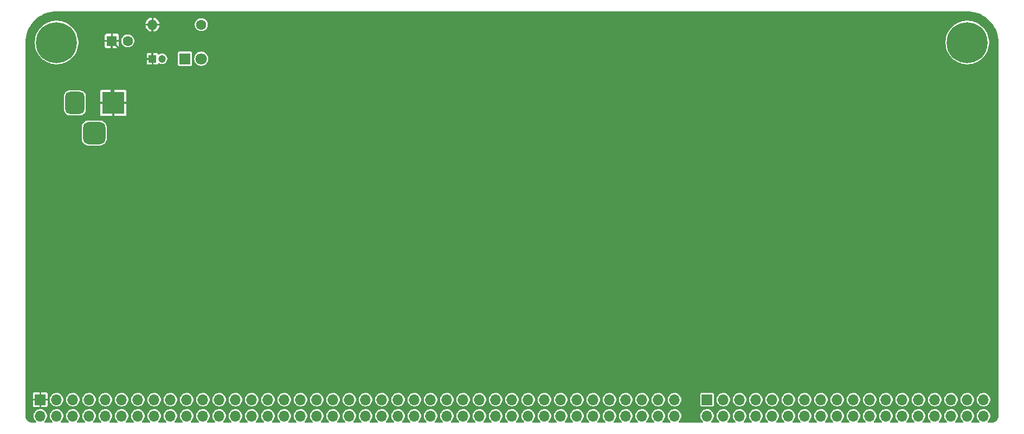
<source format=gtl>
G04 #@! TF.GenerationSoftware,KiCad,Pcbnew,9.0.0+dfsg-1*
G04 #@! TF.CreationDate,2025-03-20T13:58:05-04:00*
G04 #@! TF.ProjectId,breakout,62726561-6b6f-4757-942e-6b696361645f,A.27*
G04 #@! TF.SameCoordinates,Original*
G04 #@! TF.FileFunction,Copper,L1,Top*
G04 #@! TF.FilePolarity,Positive*
%FSLAX46Y46*%
G04 Gerber Fmt 4.6, Leading zero omitted, Abs format (unit mm)*
G04 Created by KiCad (PCBNEW 9.0.0+dfsg-1) date 2025-03-20 13:58:05*
%MOMM*%
%LPD*%
G01*
G04 APERTURE LIST*
G04 Aperture macros list*
%AMRoundRect*
0 Rectangle with rounded corners*
0 $1 Rounding radius*
0 $2 $3 $4 $5 $6 $7 $8 $9 X,Y pos of 4 corners*
0 Add a 4 corners polygon primitive as box body*
4,1,4,$2,$3,$4,$5,$6,$7,$8,$9,$2,$3,0*
0 Add four circle primitives for the rounded corners*
1,1,$1+$1,$2,$3*
1,1,$1+$1,$4,$5*
1,1,$1+$1,$6,$7*
1,1,$1+$1,$8,$9*
0 Add four rect primitives between the rounded corners*
20,1,$1+$1,$2,$3,$4,$5,0*
20,1,$1+$1,$4,$5,$6,$7,0*
20,1,$1+$1,$6,$7,$8,$9,0*
20,1,$1+$1,$8,$9,$2,$3,0*%
G04 Aperture macros list end*
G04 #@! TA.AperFunction,ComponentPad*
%ADD10C,1.600000*%
G04 #@! TD*
G04 #@! TA.AperFunction,ComponentPad*
%ADD11O,1.600000X1.600000*%
G04 #@! TD*
G04 #@! TA.AperFunction,ComponentPad*
%ADD12R,1.600000X1.600000*%
G04 #@! TD*
G04 #@! TA.AperFunction,ComponentPad*
%ADD13R,1.800000X1.800000*%
G04 #@! TD*
G04 #@! TA.AperFunction,ComponentPad*
%ADD14C,1.800000*%
G04 #@! TD*
G04 #@! TA.AperFunction,ComponentPad*
%ADD15C,6.400000*%
G04 #@! TD*
G04 #@! TA.AperFunction,ComponentPad*
%ADD16R,3.500000X3.500000*%
G04 #@! TD*
G04 #@! TA.AperFunction,ComponentPad*
%ADD17RoundRect,0.750000X-0.750000X-1.000000X0.750000X-1.000000X0.750000X1.000000X-0.750000X1.000000X0*%
G04 #@! TD*
G04 #@! TA.AperFunction,ComponentPad*
%ADD18RoundRect,0.875000X-0.875000X-0.875000X0.875000X-0.875000X0.875000X0.875000X-0.875000X0.875000X0*%
G04 #@! TD*
G04 #@! TA.AperFunction,ComponentPad*
%ADD19R,1.200000X1.200000*%
G04 #@! TD*
G04 #@! TA.AperFunction,ComponentPad*
%ADD20C,1.200000*%
G04 #@! TD*
G04 #@! TA.AperFunction,ComponentPad*
%ADD21R,1.700000X1.700000*%
G04 #@! TD*
G04 #@! TA.AperFunction,ComponentPad*
%ADD22O,1.700000X1.700000*%
G04 #@! TD*
G04 #@! TA.AperFunction,Conductor*
%ADD23C,0.298704*%
G04 #@! TD*
G04 APERTURE END LIST*
D10*
X53081000Y-68326000D03*
D11*
X45461000Y-68326000D03*
D12*
X39111000Y-70866000D03*
D10*
X41611000Y-70866000D03*
D13*
X50541000Y-73660000D03*
D14*
X53081000Y-73660000D03*
D15*
X172720000Y-71120000D03*
D16*
X39350200Y-80576500D03*
D17*
X33350200Y-80576500D03*
D18*
X36350200Y-85276500D03*
D15*
X30480000Y-71120000D03*
D19*
X45461000Y-73660000D03*
D20*
X46961000Y-73660000D03*
D21*
X132080000Y-127000000D03*
D22*
X132080000Y-129540000D03*
X134620000Y-127000000D03*
X134620000Y-129540000D03*
X137160000Y-127000000D03*
X137160000Y-129540000D03*
X139700000Y-127000000D03*
X139700000Y-129540000D03*
X142240000Y-127000000D03*
X142240000Y-129540000D03*
X144780000Y-127000000D03*
X144780000Y-129540000D03*
X147320000Y-127000000D03*
X147320000Y-129540000D03*
X149860000Y-127000000D03*
X149860000Y-129540000D03*
X152400000Y-127000000D03*
X152400000Y-129540000D03*
X154940000Y-127000000D03*
X154940000Y-129540000D03*
X157480000Y-127000000D03*
X157480000Y-129540000D03*
X160020000Y-127000000D03*
X160020000Y-129540000D03*
X162560000Y-127000000D03*
X162560000Y-129540000D03*
X165100000Y-127000000D03*
X165100000Y-129540000D03*
X167640000Y-127000000D03*
X167640000Y-129540000D03*
X170180000Y-127000000D03*
X170180000Y-129540000D03*
X172720000Y-127000000D03*
X172720000Y-129540000D03*
X175260000Y-127000000D03*
X175260000Y-129540000D03*
D21*
X27940000Y-127000000D03*
D22*
X27940000Y-129540000D03*
X30480000Y-127000000D03*
X30480000Y-129540000D03*
X33020000Y-127000000D03*
X33020000Y-129540000D03*
X35560000Y-127000000D03*
X35560000Y-129540000D03*
X38100000Y-127000000D03*
X38100000Y-129540000D03*
X40640000Y-127000000D03*
X40640000Y-129540000D03*
X43180000Y-127000000D03*
X43180000Y-129540000D03*
X45720000Y-127000000D03*
X45720000Y-129540000D03*
X48260000Y-127000000D03*
X48260000Y-129540000D03*
X50800000Y-127000000D03*
X50800000Y-129540000D03*
X53340000Y-127000000D03*
X53340000Y-129540000D03*
X55880000Y-127000000D03*
X55880000Y-129540000D03*
X58420000Y-127000000D03*
X58420000Y-129540000D03*
X60960000Y-127000000D03*
X60960000Y-129540000D03*
X63500000Y-127000000D03*
X63500000Y-129540000D03*
X66040000Y-127000000D03*
X66040000Y-129540000D03*
X68580000Y-127000000D03*
X68580000Y-129540000D03*
X71120000Y-127000000D03*
X71120000Y-129540000D03*
X73660000Y-127000000D03*
X73660000Y-129540000D03*
X76200000Y-127000000D03*
X76200000Y-129540000D03*
X78740000Y-127000000D03*
X78740000Y-129540000D03*
X81280000Y-127000000D03*
X81280000Y-129540000D03*
X83820000Y-127000000D03*
X83820000Y-129540000D03*
X86360000Y-127000000D03*
X86360000Y-129540000D03*
X88900000Y-127000000D03*
X88900000Y-129540000D03*
X91440000Y-127000000D03*
X91440000Y-129540000D03*
X93980000Y-127000000D03*
X93980000Y-129540000D03*
X96520000Y-127000000D03*
X96520000Y-129540000D03*
X99060000Y-127000000D03*
X99060000Y-129540000D03*
X101600000Y-127000000D03*
X101600000Y-129540000D03*
X104140000Y-127000000D03*
X104140000Y-129540000D03*
X106680000Y-127000000D03*
X106680000Y-129540000D03*
X109220000Y-127000000D03*
X109220000Y-129540000D03*
X111760000Y-127000000D03*
X111760000Y-129540000D03*
X114300000Y-127000000D03*
X114300000Y-129540000D03*
X116840000Y-127000000D03*
X116840000Y-129540000D03*
X119380000Y-127000000D03*
X119380000Y-129540000D03*
X121920000Y-127000000D03*
X121920000Y-129540000D03*
X124460000Y-127000000D03*
X124460000Y-129540000D03*
X127000000Y-127000000D03*
X127000000Y-129540000D03*
D23*
X41905000Y-73660000D02*
X45461000Y-73660000D01*
X39111000Y-70866000D02*
X39111000Y-80337300D01*
X39111000Y-70866000D02*
X41905000Y-73660000D01*
X45461000Y-73660000D02*
X45461000Y-68326000D01*
G04 #@! TA.AperFunction,Conductor*
G36*
X172723229Y-66240641D02*
G01*
X173138813Y-66258785D01*
X173151689Y-66259912D01*
X173560893Y-66313785D01*
X173573633Y-66316031D01*
X173976607Y-66405368D01*
X173989065Y-66408706D01*
X174382727Y-66532827D01*
X174394868Y-66537247D01*
X174776179Y-66695191D01*
X174787908Y-66700660D01*
X175153999Y-66891235D01*
X175165208Y-66897706D01*
X175513304Y-67119468D01*
X175523900Y-67126888D01*
X175851350Y-67378148D01*
X175861253Y-67386457D01*
X176165559Y-67665302D01*
X176174697Y-67674440D01*
X176391831Y-67911401D01*
X176453537Y-67978741D01*
X176461853Y-67988651D01*
X176602239Y-68171606D01*
X176713108Y-68316094D01*
X176720531Y-68326695D01*
X176942293Y-68674791D01*
X176948764Y-68686000D01*
X177139339Y-69052091D01*
X177144808Y-69063820D01*
X177302749Y-69445124D01*
X177307176Y-69457285D01*
X177418444Y-69810182D01*
X177431286Y-69850909D01*
X177434636Y-69863411D01*
X177523967Y-70266363D01*
X177526214Y-70279108D01*
X177580086Y-70688302D01*
X177581214Y-70701195D01*
X177599359Y-71116770D01*
X177599500Y-71123241D01*
X177599500Y-129533528D01*
X177598935Y-129546457D01*
X177598935Y-129546458D01*
X177584383Y-129712784D01*
X177579893Y-129738251D01*
X177538360Y-129893253D01*
X177529516Y-129917552D01*
X177461698Y-130062988D01*
X177448768Y-130085383D01*
X177356730Y-130216827D01*
X177340108Y-130236637D01*
X177226637Y-130350108D01*
X177206827Y-130366730D01*
X177075383Y-130458768D01*
X177052988Y-130471698D01*
X176907552Y-130539516D01*
X176883253Y-130548360D01*
X176728251Y-130589893D01*
X176702784Y-130594383D01*
X176536458Y-130608935D01*
X176523528Y-130609500D01*
X176038809Y-130609500D01*
X175964633Y-130589625D01*
X175910332Y-130535324D01*
X175890457Y-130461148D01*
X175910332Y-130386972D01*
X175933904Y-130356251D01*
X176078462Y-130211694D01*
X176193776Y-130039114D01*
X176273207Y-129847353D01*
X176313700Y-129643780D01*
X176313700Y-129436220D01*
X176273207Y-129232647D01*
X176193776Y-129040886D01*
X176078462Y-128868306D01*
X175931694Y-128721538D01*
X175931690Y-128721535D01*
X175931689Y-128721534D01*
X175759113Y-128606223D01*
X175759110Y-128606222D01*
X175567354Y-128526793D01*
X175526638Y-128518694D01*
X175363780Y-128486300D01*
X175156220Y-128486300D01*
X175020504Y-128513295D01*
X174952645Y-128526793D01*
X174760889Y-128606222D01*
X174760886Y-128606223D01*
X174588310Y-128721534D01*
X174441534Y-128868310D01*
X174326223Y-129040886D01*
X174326222Y-129040889D01*
X174246793Y-129232645D01*
X174246793Y-129232647D01*
X174206300Y-129436220D01*
X174206300Y-129643780D01*
X174240044Y-129813424D01*
X174246793Y-129847354D01*
X174326222Y-130039110D01*
X174326223Y-130039113D01*
X174441534Y-130211689D01*
X174441535Y-130211690D01*
X174441538Y-130211694D01*
X174586093Y-130356249D01*
X174624488Y-130422752D01*
X174624488Y-130499544D01*
X174586092Y-130566049D01*
X174519587Y-130604445D01*
X174481191Y-130609500D01*
X173498809Y-130609500D01*
X173424633Y-130589625D01*
X173370332Y-130535324D01*
X173350457Y-130461148D01*
X173370332Y-130386972D01*
X173393904Y-130356251D01*
X173538462Y-130211694D01*
X173653776Y-130039114D01*
X173733207Y-129847353D01*
X173773700Y-129643780D01*
X173773700Y-129436220D01*
X173733207Y-129232647D01*
X173653776Y-129040886D01*
X173538462Y-128868306D01*
X173391694Y-128721538D01*
X173391690Y-128721535D01*
X173391689Y-128721534D01*
X173219113Y-128606223D01*
X173219110Y-128606222D01*
X173027354Y-128526793D01*
X172986638Y-128518694D01*
X172823780Y-128486300D01*
X172616220Y-128486300D01*
X172480504Y-128513295D01*
X172412645Y-128526793D01*
X172220889Y-128606222D01*
X172220886Y-128606223D01*
X172048310Y-128721534D01*
X171901534Y-128868310D01*
X171786223Y-129040886D01*
X171786222Y-129040889D01*
X171706793Y-129232645D01*
X171706793Y-129232647D01*
X171666300Y-129436220D01*
X171666300Y-129643780D01*
X171700044Y-129813424D01*
X171706793Y-129847354D01*
X171786222Y-130039110D01*
X171786223Y-130039113D01*
X171901534Y-130211689D01*
X171901535Y-130211690D01*
X171901538Y-130211694D01*
X172046093Y-130356249D01*
X172084488Y-130422752D01*
X172084488Y-130499544D01*
X172046092Y-130566049D01*
X171979587Y-130604445D01*
X171941191Y-130609500D01*
X170958809Y-130609500D01*
X170884633Y-130589625D01*
X170830332Y-130535324D01*
X170810457Y-130461148D01*
X170830332Y-130386972D01*
X170853904Y-130356251D01*
X170998462Y-130211694D01*
X171113776Y-130039114D01*
X171193207Y-129847353D01*
X171233700Y-129643780D01*
X171233700Y-129436220D01*
X171193207Y-129232647D01*
X171113776Y-129040886D01*
X170998462Y-128868306D01*
X170851694Y-128721538D01*
X170851690Y-128721535D01*
X170851689Y-128721534D01*
X170679113Y-128606223D01*
X170679110Y-128606222D01*
X170487354Y-128526793D01*
X170446638Y-128518694D01*
X170283780Y-128486300D01*
X170076220Y-128486300D01*
X169940504Y-128513295D01*
X169872645Y-128526793D01*
X169680889Y-128606222D01*
X169680886Y-128606223D01*
X169508310Y-128721534D01*
X169361534Y-128868310D01*
X169246223Y-129040886D01*
X169246222Y-129040889D01*
X169166793Y-129232645D01*
X169166793Y-129232647D01*
X169126300Y-129436220D01*
X169126300Y-129643780D01*
X169160044Y-129813424D01*
X169166793Y-129847354D01*
X169246222Y-130039110D01*
X169246223Y-130039113D01*
X169361534Y-130211689D01*
X169361535Y-130211690D01*
X169361538Y-130211694D01*
X169506093Y-130356249D01*
X169544488Y-130422752D01*
X169544488Y-130499544D01*
X169506092Y-130566049D01*
X169439587Y-130604445D01*
X169401191Y-130609500D01*
X168418809Y-130609500D01*
X168344633Y-130589625D01*
X168290332Y-130535324D01*
X168270457Y-130461148D01*
X168290332Y-130386972D01*
X168313904Y-130356251D01*
X168458462Y-130211694D01*
X168573776Y-130039114D01*
X168653207Y-129847353D01*
X168693700Y-129643780D01*
X168693700Y-129436220D01*
X168653207Y-129232647D01*
X168573776Y-129040886D01*
X168458462Y-128868306D01*
X168311694Y-128721538D01*
X168311690Y-128721535D01*
X168311689Y-128721534D01*
X168139113Y-128606223D01*
X168139110Y-128606222D01*
X167947354Y-128526793D01*
X167906638Y-128518694D01*
X167743780Y-128486300D01*
X167536220Y-128486300D01*
X167400504Y-128513295D01*
X167332645Y-128526793D01*
X167140889Y-128606222D01*
X167140886Y-128606223D01*
X166968310Y-128721534D01*
X166821534Y-128868310D01*
X166706223Y-129040886D01*
X166706222Y-129040889D01*
X166626793Y-129232645D01*
X166626793Y-129232647D01*
X166586300Y-129436220D01*
X166586300Y-129643780D01*
X166620044Y-129813424D01*
X166626793Y-129847354D01*
X166706222Y-130039110D01*
X166706223Y-130039113D01*
X166821534Y-130211689D01*
X166821535Y-130211690D01*
X166821538Y-130211694D01*
X166966093Y-130356249D01*
X167004488Y-130422752D01*
X167004488Y-130499544D01*
X166966092Y-130566049D01*
X166899587Y-130604445D01*
X166861191Y-130609500D01*
X165878809Y-130609500D01*
X165804633Y-130589625D01*
X165750332Y-130535324D01*
X165730457Y-130461148D01*
X165750332Y-130386972D01*
X165773904Y-130356251D01*
X165918462Y-130211694D01*
X166033776Y-130039114D01*
X166113207Y-129847353D01*
X166153700Y-129643780D01*
X166153700Y-129436220D01*
X166113207Y-129232647D01*
X166033776Y-129040886D01*
X165918462Y-128868306D01*
X165771694Y-128721538D01*
X165771690Y-128721535D01*
X165771689Y-128721534D01*
X165599113Y-128606223D01*
X165599110Y-128606222D01*
X165407354Y-128526793D01*
X165366638Y-128518694D01*
X165203780Y-128486300D01*
X164996220Y-128486300D01*
X164860504Y-128513295D01*
X164792645Y-128526793D01*
X164600889Y-128606222D01*
X164600886Y-128606223D01*
X164428310Y-128721534D01*
X164281534Y-128868310D01*
X164166223Y-129040886D01*
X164166222Y-129040889D01*
X164086793Y-129232645D01*
X164086793Y-129232647D01*
X164046300Y-129436220D01*
X164046300Y-129643780D01*
X164080044Y-129813424D01*
X164086793Y-129847354D01*
X164166222Y-130039110D01*
X164166223Y-130039113D01*
X164281534Y-130211689D01*
X164281535Y-130211690D01*
X164281538Y-130211694D01*
X164426093Y-130356249D01*
X164464488Y-130422752D01*
X164464488Y-130499544D01*
X164426092Y-130566049D01*
X164359587Y-130604445D01*
X164321191Y-130609500D01*
X163338809Y-130609500D01*
X163264633Y-130589625D01*
X163210332Y-130535324D01*
X163190457Y-130461148D01*
X163210332Y-130386972D01*
X163233904Y-130356251D01*
X163378462Y-130211694D01*
X163493776Y-130039114D01*
X163573207Y-129847353D01*
X163613700Y-129643780D01*
X163613700Y-129436220D01*
X163573207Y-129232647D01*
X163493776Y-129040886D01*
X163378462Y-128868306D01*
X163231694Y-128721538D01*
X163231690Y-128721535D01*
X163231689Y-128721534D01*
X163059113Y-128606223D01*
X163059110Y-128606222D01*
X162867354Y-128526793D01*
X162826638Y-128518694D01*
X162663780Y-128486300D01*
X162456220Y-128486300D01*
X162320504Y-128513295D01*
X162252645Y-128526793D01*
X162060889Y-128606222D01*
X162060886Y-128606223D01*
X161888310Y-128721534D01*
X161741534Y-128868310D01*
X161626223Y-129040886D01*
X161626222Y-129040889D01*
X161546793Y-129232645D01*
X161546793Y-129232647D01*
X161506300Y-129436220D01*
X161506300Y-129643780D01*
X161540044Y-129813424D01*
X161546793Y-129847354D01*
X161626222Y-130039110D01*
X161626223Y-130039113D01*
X161741534Y-130211689D01*
X161741535Y-130211690D01*
X161741538Y-130211694D01*
X161886093Y-130356249D01*
X161924488Y-130422752D01*
X161924488Y-130499544D01*
X161886092Y-130566049D01*
X161819587Y-130604445D01*
X161781191Y-130609500D01*
X160798809Y-130609500D01*
X160724633Y-130589625D01*
X160670332Y-130535324D01*
X160650457Y-130461148D01*
X160670332Y-130386972D01*
X160693904Y-130356251D01*
X160838462Y-130211694D01*
X160953776Y-130039114D01*
X161033207Y-129847353D01*
X161073700Y-129643780D01*
X161073700Y-129436220D01*
X161033207Y-129232647D01*
X160953776Y-129040886D01*
X160838462Y-128868306D01*
X160691694Y-128721538D01*
X160691690Y-128721535D01*
X160691689Y-128721534D01*
X160519113Y-128606223D01*
X160519110Y-128606222D01*
X160327354Y-128526793D01*
X160286638Y-128518694D01*
X160123780Y-128486300D01*
X159916220Y-128486300D01*
X159780504Y-128513295D01*
X159712645Y-128526793D01*
X159520889Y-128606222D01*
X159520886Y-128606223D01*
X159348310Y-128721534D01*
X159201534Y-128868310D01*
X159086223Y-129040886D01*
X159086222Y-129040889D01*
X159006793Y-129232645D01*
X159006793Y-129232647D01*
X158966300Y-129436220D01*
X158966300Y-129643780D01*
X159000044Y-129813424D01*
X159006793Y-129847354D01*
X159086222Y-130039110D01*
X159086223Y-130039113D01*
X159201534Y-130211689D01*
X159201535Y-130211690D01*
X159201538Y-130211694D01*
X159346093Y-130356249D01*
X159384488Y-130422752D01*
X159384488Y-130499544D01*
X159346092Y-130566049D01*
X159279587Y-130604445D01*
X159241191Y-130609500D01*
X158258809Y-130609500D01*
X158184633Y-130589625D01*
X158130332Y-130535324D01*
X158110457Y-130461148D01*
X158130332Y-130386972D01*
X158153904Y-130356251D01*
X158298462Y-130211694D01*
X158413776Y-130039114D01*
X158493207Y-129847353D01*
X158533700Y-129643780D01*
X158533700Y-129436220D01*
X158493207Y-129232647D01*
X158413776Y-129040886D01*
X158298462Y-128868306D01*
X158151694Y-128721538D01*
X158151690Y-128721535D01*
X158151689Y-128721534D01*
X157979113Y-128606223D01*
X157979110Y-128606222D01*
X157787354Y-128526793D01*
X157746638Y-128518694D01*
X157583780Y-128486300D01*
X157376220Y-128486300D01*
X157240504Y-128513295D01*
X157172645Y-128526793D01*
X156980889Y-128606222D01*
X156980886Y-128606223D01*
X156808310Y-128721534D01*
X156661534Y-128868310D01*
X156546223Y-129040886D01*
X156546222Y-129040889D01*
X156466793Y-129232645D01*
X156466793Y-129232647D01*
X156426300Y-129436220D01*
X156426300Y-129643780D01*
X156460044Y-129813424D01*
X156466793Y-129847354D01*
X156546222Y-130039110D01*
X156546223Y-130039113D01*
X156661534Y-130211689D01*
X156661535Y-130211690D01*
X156661538Y-130211694D01*
X156806093Y-130356249D01*
X156844488Y-130422752D01*
X156844488Y-130499544D01*
X156806092Y-130566049D01*
X156739587Y-130604445D01*
X156701191Y-130609500D01*
X155718809Y-130609500D01*
X155644633Y-130589625D01*
X155590332Y-130535324D01*
X155570457Y-130461148D01*
X155590332Y-130386972D01*
X155613904Y-130356251D01*
X155758462Y-130211694D01*
X155873776Y-130039114D01*
X155953207Y-129847353D01*
X155993700Y-129643780D01*
X155993700Y-129436220D01*
X155953207Y-129232647D01*
X155873776Y-129040886D01*
X155758462Y-128868306D01*
X155611694Y-128721538D01*
X155611690Y-128721535D01*
X155611689Y-128721534D01*
X155439113Y-128606223D01*
X155439110Y-128606222D01*
X155247354Y-128526793D01*
X155206638Y-128518694D01*
X155043780Y-128486300D01*
X154836220Y-128486300D01*
X154700504Y-128513295D01*
X154632645Y-128526793D01*
X154440889Y-128606222D01*
X154440886Y-128606223D01*
X154268310Y-128721534D01*
X154121534Y-128868310D01*
X154006223Y-129040886D01*
X154006222Y-129040889D01*
X153926793Y-129232645D01*
X153926793Y-129232647D01*
X153886300Y-129436220D01*
X153886300Y-129643780D01*
X153920044Y-129813424D01*
X153926793Y-129847354D01*
X154006222Y-130039110D01*
X154006223Y-130039113D01*
X154121534Y-130211689D01*
X154121535Y-130211690D01*
X154121538Y-130211694D01*
X154266093Y-130356249D01*
X154304488Y-130422752D01*
X154304488Y-130499544D01*
X154266092Y-130566049D01*
X154199587Y-130604445D01*
X154161191Y-130609500D01*
X153178809Y-130609500D01*
X153104633Y-130589625D01*
X153050332Y-130535324D01*
X153030457Y-130461148D01*
X153050332Y-130386972D01*
X153073904Y-130356251D01*
X153218462Y-130211694D01*
X153333776Y-130039114D01*
X153413207Y-129847353D01*
X153453700Y-129643780D01*
X153453700Y-129436220D01*
X153413207Y-129232647D01*
X153333776Y-129040886D01*
X153218462Y-128868306D01*
X153071694Y-128721538D01*
X153071690Y-128721535D01*
X153071689Y-128721534D01*
X152899113Y-128606223D01*
X152899110Y-128606222D01*
X152707354Y-128526793D01*
X152666638Y-128518694D01*
X152503780Y-128486300D01*
X152296220Y-128486300D01*
X152160504Y-128513295D01*
X152092645Y-128526793D01*
X151900889Y-128606222D01*
X151900886Y-128606223D01*
X151728310Y-128721534D01*
X151581534Y-128868310D01*
X151466223Y-129040886D01*
X151466222Y-129040889D01*
X151386793Y-129232645D01*
X151386793Y-129232647D01*
X151346300Y-129436220D01*
X151346300Y-129643780D01*
X151380044Y-129813424D01*
X151386793Y-129847354D01*
X151466222Y-130039110D01*
X151466223Y-130039113D01*
X151581534Y-130211689D01*
X151581535Y-130211690D01*
X151581538Y-130211694D01*
X151726093Y-130356249D01*
X151764488Y-130422752D01*
X151764488Y-130499544D01*
X151726092Y-130566049D01*
X151659587Y-130604445D01*
X151621191Y-130609500D01*
X150638809Y-130609500D01*
X150564633Y-130589625D01*
X150510332Y-130535324D01*
X150490457Y-130461148D01*
X150510332Y-130386972D01*
X150533904Y-130356251D01*
X150678462Y-130211694D01*
X150793776Y-130039114D01*
X150873207Y-129847353D01*
X150913700Y-129643780D01*
X150913700Y-129436220D01*
X150873207Y-129232647D01*
X150793776Y-129040886D01*
X150678462Y-128868306D01*
X150531694Y-128721538D01*
X150531690Y-128721535D01*
X150531689Y-128721534D01*
X150359113Y-128606223D01*
X150359110Y-128606222D01*
X150167354Y-128526793D01*
X150126638Y-128518694D01*
X149963780Y-128486300D01*
X149756220Y-128486300D01*
X149620504Y-128513295D01*
X149552645Y-128526793D01*
X149360889Y-128606222D01*
X149360886Y-128606223D01*
X149188310Y-128721534D01*
X149041534Y-128868310D01*
X148926223Y-129040886D01*
X148926222Y-129040889D01*
X148846793Y-129232645D01*
X148846793Y-129232647D01*
X148806300Y-129436220D01*
X148806300Y-129643780D01*
X148840044Y-129813424D01*
X148846793Y-129847354D01*
X148926222Y-130039110D01*
X148926223Y-130039113D01*
X149041534Y-130211689D01*
X149041535Y-130211690D01*
X149041538Y-130211694D01*
X149186093Y-130356249D01*
X149224488Y-130422752D01*
X149224488Y-130499544D01*
X149186092Y-130566049D01*
X149119587Y-130604445D01*
X149081191Y-130609500D01*
X148098809Y-130609500D01*
X148024633Y-130589625D01*
X147970332Y-130535324D01*
X147950457Y-130461148D01*
X147970332Y-130386972D01*
X147993904Y-130356251D01*
X148138462Y-130211694D01*
X148253776Y-130039114D01*
X148333207Y-129847353D01*
X148373700Y-129643780D01*
X148373700Y-129436220D01*
X148333207Y-129232647D01*
X148253776Y-129040886D01*
X148138462Y-128868306D01*
X147991694Y-128721538D01*
X147991690Y-128721535D01*
X147991689Y-128721534D01*
X147819113Y-128606223D01*
X147819110Y-128606222D01*
X147627354Y-128526793D01*
X147586638Y-128518694D01*
X147423780Y-128486300D01*
X147216220Y-128486300D01*
X147080504Y-128513295D01*
X147012645Y-128526793D01*
X146820889Y-128606222D01*
X146820886Y-128606223D01*
X146648310Y-128721534D01*
X146501534Y-128868310D01*
X146386223Y-129040886D01*
X146386222Y-129040889D01*
X146306793Y-129232645D01*
X146306793Y-129232647D01*
X146266300Y-129436220D01*
X146266300Y-129643780D01*
X146300044Y-129813424D01*
X146306793Y-129847354D01*
X146386222Y-130039110D01*
X146386223Y-130039113D01*
X146501534Y-130211689D01*
X146501535Y-130211690D01*
X146501538Y-130211694D01*
X146646093Y-130356249D01*
X146684488Y-130422752D01*
X146684488Y-130499544D01*
X146646092Y-130566049D01*
X146579587Y-130604445D01*
X146541191Y-130609500D01*
X145558809Y-130609500D01*
X145484633Y-130589625D01*
X145430332Y-130535324D01*
X145410457Y-130461148D01*
X145430332Y-130386972D01*
X145453904Y-130356251D01*
X145598462Y-130211694D01*
X145713776Y-130039114D01*
X145793207Y-129847353D01*
X145833700Y-129643780D01*
X145833700Y-129436220D01*
X145793207Y-129232647D01*
X145713776Y-129040886D01*
X145598462Y-128868306D01*
X145451694Y-128721538D01*
X145451690Y-128721535D01*
X145451689Y-128721534D01*
X145279113Y-128606223D01*
X145279110Y-128606222D01*
X145087354Y-128526793D01*
X145046638Y-128518694D01*
X144883780Y-128486300D01*
X144676220Y-128486300D01*
X144540504Y-128513295D01*
X144472645Y-128526793D01*
X144280889Y-128606222D01*
X144280886Y-128606223D01*
X144108310Y-128721534D01*
X143961534Y-128868310D01*
X143846223Y-129040886D01*
X143846222Y-129040889D01*
X143766793Y-129232645D01*
X143766793Y-129232647D01*
X143726300Y-129436220D01*
X143726300Y-129643780D01*
X143760044Y-129813424D01*
X143766793Y-129847354D01*
X143846222Y-130039110D01*
X143846223Y-130039113D01*
X143961534Y-130211689D01*
X143961535Y-130211690D01*
X143961538Y-130211694D01*
X144106093Y-130356249D01*
X144144488Y-130422752D01*
X144144488Y-130499544D01*
X144106092Y-130566049D01*
X144039587Y-130604445D01*
X144001191Y-130609500D01*
X143018809Y-130609500D01*
X142944633Y-130589625D01*
X142890332Y-130535324D01*
X142870457Y-130461148D01*
X142890332Y-130386972D01*
X142913904Y-130356251D01*
X143058462Y-130211694D01*
X143173776Y-130039114D01*
X143253207Y-129847353D01*
X143293700Y-129643780D01*
X143293700Y-129436220D01*
X143253207Y-129232647D01*
X143173776Y-129040886D01*
X143058462Y-128868306D01*
X142911694Y-128721538D01*
X142911690Y-128721535D01*
X142911689Y-128721534D01*
X142739113Y-128606223D01*
X142739110Y-128606222D01*
X142547354Y-128526793D01*
X142506638Y-128518694D01*
X142343780Y-128486300D01*
X142136220Y-128486300D01*
X142000504Y-128513295D01*
X141932645Y-128526793D01*
X141740889Y-128606222D01*
X141740886Y-128606223D01*
X141568310Y-128721534D01*
X141421534Y-128868310D01*
X141306223Y-129040886D01*
X141306222Y-129040889D01*
X141226793Y-129232645D01*
X141226793Y-129232647D01*
X141186300Y-129436220D01*
X141186300Y-129643780D01*
X141220044Y-129813424D01*
X141226793Y-129847354D01*
X141306222Y-130039110D01*
X141306223Y-130039113D01*
X141421534Y-130211689D01*
X141421535Y-130211690D01*
X141421538Y-130211694D01*
X141566093Y-130356249D01*
X141604488Y-130422752D01*
X141604488Y-130499544D01*
X141566092Y-130566049D01*
X141499587Y-130604445D01*
X141461191Y-130609500D01*
X140478809Y-130609500D01*
X140404633Y-130589625D01*
X140350332Y-130535324D01*
X140330457Y-130461148D01*
X140350332Y-130386972D01*
X140373904Y-130356251D01*
X140518462Y-130211694D01*
X140633776Y-130039114D01*
X140713207Y-129847353D01*
X140753700Y-129643780D01*
X140753700Y-129436220D01*
X140713207Y-129232647D01*
X140633776Y-129040886D01*
X140518462Y-128868306D01*
X140371694Y-128721538D01*
X140371690Y-128721535D01*
X140371689Y-128721534D01*
X140199113Y-128606223D01*
X140199110Y-128606222D01*
X140007354Y-128526793D01*
X139966638Y-128518694D01*
X139803780Y-128486300D01*
X139596220Y-128486300D01*
X139460504Y-128513295D01*
X139392645Y-128526793D01*
X139200889Y-128606222D01*
X139200886Y-128606223D01*
X139028310Y-128721534D01*
X138881534Y-128868310D01*
X138766223Y-129040886D01*
X138766222Y-129040889D01*
X138686793Y-129232645D01*
X138686793Y-129232647D01*
X138646300Y-129436220D01*
X138646300Y-129643780D01*
X138680044Y-129813424D01*
X138686793Y-129847354D01*
X138766222Y-130039110D01*
X138766223Y-130039113D01*
X138881534Y-130211689D01*
X138881535Y-130211690D01*
X138881538Y-130211694D01*
X139026093Y-130356249D01*
X139064488Y-130422752D01*
X139064488Y-130499544D01*
X139026092Y-130566049D01*
X138959587Y-130604445D01*
X138921191Y-130609500D01*
X137938809Y-130609500D01*
X137864633Y-130589625D01*
X137810332Y-130535324D01*
X137790457Y-130461148D01*
X137810332Y-130386972D01*
X137833904Y-130356251D01*
X137978462Y-130211694D01*
X138093776Y-130039114D01*
X138173207Y-129847353D01*
X138213700Y-129643780D01*
X138213700Y-129436220D01*
X138173207Y-129232647D01*
X138093776Y-129040886D01*
X137978462Y-128868306D01*
X137831694Y-128721538D01*
X137831690Y-128721535D01*
X137831689Y-128721534D01*
X137659113Y-128606223D01*
X137659110Y-128606222D01*
X137467354Y-128526793D01*
X137426638Y-128518694D01*
X137263780Y-128486300D01*
X137056220Y-128486300D01*
X136920504Y-128513295D01*
X136852645Y-128526793D01*
X136660889Y-128606222D01*
X136660886Y-128606223D01*
X136488310Y-128721534D01*
X136341534Y-128868310D01*
X136226223Y-129040886D01*
X136226222Y-129040889D01*
X136146793Y-129232645D01*
X136146793Y-129232647D01*
X136106300Y-129436220D01*
X136106300Y-129643780D01*
X136140044Y-129813424D01*
X136146793Y-129847354D01*
X136226222Y-130039110D01*
X136226223Y-130039113D01*
X136341534Y-130211689D01*
X136341535Y-130211690D01*
X136341538Y-130211694D01*
X136486093Y-130356249D01*
X136524488Y-130422752D01*
X136524488Y-130499544D01*
X136486092Y-130566049D01*
X136419587Y-130604445D01*
X136381191Y-130609500D01*
X135398809Y-130609500D01*
X135324633Y-130589625D01*
X135270332Y-130535324D01*
X135250457Y-130461148D01*
X135270332Y-130386972D01*
X135293904Y-130356251D01*
X135438462Y-130211694D01*
X135553776Y-130039114D01*
X135633207Y-129847353D01*
X135673700Y-129643780D01*
X135673700Y-129436220D01*
X135633207Y-129232647D01*
X135553776Y-129040886D01*
X135438462Y-128868306D01*
X135291694Y-128721538D01*
X135291690Y-128721535D01*
X135291689Y-128721534D01*
X135119113Y-128606223D01*
X135119110Y-128606222D01*
X134927354Y-128526793D01*
X134886638Y-128518694D01*
X134723780Y-128486300D01*
X134516220Y-128486300D01*
X134380504Y-128513295D01*
X134312645Y-128526793D01*
X134120889Y-128606222D01*
X134120886Y-128606223D01*
X133948310Y-128721534D01*
X133801534Y-128868310D01*
X133686223Y-129040886D01*
X133686222Y-129040889D01*
X133606793Y-129232645D01*
X133606793Y-129232647D01*
X133566300Y-129436220D01*
X133566300Y-129643780D01*
X133600044Y-129813424D01*
X133606793Y-129847354D01*
X133686222Y-130039110D01*
X133686223Y-130039113D01*
X133801534Y-130211689D01*
X133801535Y-130211690D01*
X133801538Y-130211694D01*
X133946093Y-130356249D01*
X133984488Y-130422752D01*
X133984488Y-130499544D01*
X133946092Y-130566049D01*
X133879587Y-130604445D01*
X133841191Y-130609500D01*
X132858809Y-130609500D01*
X132784633Y-130589625D01*
X132730332Y-130535324D01*
X132710457Y-130461148D01*
X132730332Y-130386972D01*
X132753904Y-130356251D01*
X132898462Y-130211694D01*
X133013776Y-130039114D01*
X133093207Y-129847353D01*
X133133700Y-129643780D01*
X133133700Y-129436220D01*
X133093207Y-129232647D01*
X133013776Y-129040886D01*
X132898462Y-128868306D01*
X132751694Y-128721538D01*
X132751690Y-128721535D01*
X132751689Y-128721534D01*
X132579113Y-128606223D01*
X132579110Y-128606222D01*
X132387354Y-128526793D01*
X132346638Y-128518694D01*
X132183780Y-128486300D01*
X131976220Y-128486300D01*
X131840504Y-128513295D01*
X131772645Y-128526793D01*
X131580889Y-128606222D01*
X131580886Y-128606223D01*
X131408310Y-128721534D01*
X131261534Y-128868310D01*
X131146223Y-129040886D01*
X131146222Y-129040889D01*
X131066793Y-129232645D01*
X131066793Y-129232647D01*
X131026300Y-129436220D01*
X131026300Y-129643780D01*
X131060044Y-129813424D01*
X131066793Y-129847354D01*
X131146222Y-130039110D01*
X131146223Y-130039113D01*
X131261534Y-130211689D01*
X131261535Y-130211690D01*
X131261538Y-130211694D01*
X131406093Y-130356249D01*
X131444488Y-130422752D01*
X131444488Y-130499544D01*
X131406092Y-130566049D01*
X131339587Y-130604445D01*
X131301191Y-130609500D01*
X127778809Y-130609500D01*
X127704633Y-130589625D01*
X127650332Y-130535324D01*
X127630457Y-130461148D01*
X127650332Y-130386972D01*
X127673904Y-130356251D01*
X127818462Y-130211694D01*
X127933776Y-130039114D01*
X128013207Y-129847353D01*
X128053700Y-129643780D01*
X128053700Y-129436220D01*
X128013207Y-129232647D01*
X127933776Y-129040886D01*
X127818462Y-128868306D01*
X127671694Y-128721538D01*
X127671690Y-128721535D01*
X127671689Y-128721534D01*
X127499113Y-128606223D01*
X127499110Y-128606222D01*
X127307354Y-128526793D01*
X127266638Y-128518694D01*
X127103780Y-128486300D01*
X126896220Y-128486300D01*
X126760504Y-128513295D01*
X126692645Y-128526793D01*
X126500889Y-128606222D01*
X126500886Y-128606223D01*
X126328310Y-128721534D01*
X126181534Y-128868310D01*
X126066223Y-129040886D01*
X126066222Y-129040889D01*
X125986793Y-129232645D01*
X125986793Y-129232647D01*
X125946300Y-129436220D01*
X125946300Y-129643780D01*
X125980044Y-129813424D01*
X125986793Y-129847354D01*
X126066222Y-130039110D01*
X126066223Y-130039113D01*
X126181534Y-130211689D01*
X126181535Y-130211690D01*
X126181538Y-130211694D01*
X126326093Y-130356249D01*
X126364488Y-130422752D01*
X126364488Y-130499544D01*
X126326092Y-130566049D01*
X126259587Y-130604445D01*
X126221191Y-130609500D01*
X125238809Y-130609500D01*
X125164633Y-130589625D01*
X125110332Y-130535324D01*
X125090457Y-130461148D01*
X125110332Y-130386972D01*
X125133904Y-130356251D01*
X125278462Y-130211694D01*
X125393776Y-130039114D01*
X125473207Y-129847353D01*
X125513700Y-129643780D01*
X125513700Y-129436220D01*
X125473207Y-129232647D01*
X125393776Y-129040886D01*
X125278462Y-128868306D01*
X125131694Y-128721538D01*
X125131690Y-128721535D01*
X125131689Y-128721534D01*
X124959113Y-128606223D01*
X124959110Y-128606222D01*
X124767354Y-128526793D01*
X124726638Y-128518694D01*
X124563780Y-128486300D01*
X124356220Y-128486300D01*
X124220504Y-128513295D01*
X124152645Y-128526793D01*
X123960889Y-128606222D01*
X123960886Y-128606223D01*
X123788310Y-128721534D01*
X123641534Y-128868310D01*
X123526223Y-129040886D01*
X123526222Y-129040889D01*
X123446793Y-129232645D01*
X123446793Y-129232647D01*
X123406300Y-129436220D01*
X123406300Y-129643780D01*
X123440044Y-129813424D01*
X123446793Y-129847354D01*
X123526222Y-130039110D01*
X123526223Y-130039113D01*
X123641534Y-130211689D01*
X123641535Y-130211690D01*
X123641538Y-130211694D01*
X123786093Y-130356249D01*
X123824488Y-130422752D01*
X123824488Y-130499544D01*
X123786092Y-130566049D01*
X123719587Y-130604445D01*
X123681191Y-130609500D01*
X122698809Y-130609500D01*
X122624633Y-130589625D01*
X122570332Y-130535324D01*
X122550457Y-130461148D01*
X122570332Y-130386972D01*
X122593904Y-130356251D01*
X122738462Y-130211694D01*
X122853776Y-130039114D01*
X122933207Y-129847353D01*
X122973700Y-129643780D01*
X122973700Y-129436220D01*
X122933207Y-129232647D01*
X122853776Y-129040886D01*
X122738462Y-128868306D01*
X122591694Y-128721538D01*
X122591690Y-128721535D01*
X122591689Y-128721534D01*
X122419113Y-128606223D01*
X122419110Y-128606222D01*
X122227354Y-128526793D01*
X122186638Y-128518694D01*
X122023780Y-128486300D01*
X121816220Y-128486300D01*
X121680504Y-128513295D01*
X121612645Y-128526793D01*
X121420889Y-128606222D01*
X121420886Y-128606223D01*
X121248310Y-128721534D01*
X121101534Y-128868310D01*
X120986223Y-129040886D01*
X120986222Y-129040889D01*
X120906793Y-129232645D01*
X120906793Y-129232647D01*
X120866300Y-129436220D01*
X120866300Y-129643780D01*
X120900044Y-129813424D01*
X120906793Y-129847354D01*
X120986222Y-130039110D01*
X120986223Y-130039113D01*
X121101534Y-130211689D01*
X121101535Y-130211690D01*
X121101538Y-130211694D01*
X121246093Y-130356249D01*
X121284488Y-130422752D01*
X121284488Y-130499544D01*
X121246092Y-130566049D01*
X121179587Y-130604445D01*
X121141191Y-130609500D01*
X120158809Y-130609500D01*
X120084633Y-130589625D01*
X120030332Y-130535324D01*
X120010457Y-130461148D01*
X120030332Y-130386972D01*
X120053904Y-130356251D01*
X120198462Y-130211694D01*
X120313776Y-130039114D01*
X120393207Y-129847353D01*
X120433700Y-129643780D01*
X120433700Y-129436220D01*
X120393207Y-129232647D01*
X120313776Y-129040886D01*
X120198462Y-128868306D01*
X120051694Y-128721538D01*
X120051690Y-128721535D01*
X120051689Y-128721534D01*
X119879113Y-128606223D01*
X119879110Y-128606222D01*
X119687354Y-128526793D01*
X119646638Y-128518694D01*
X119483780Y-128486300D01*
X119276220Y-128486300D01*
X119140504Y-128513295D01*
X119072645Y-128526793D01*
X118880889Y-128606222D01*
X118880886Y-128606223D01*
X118708310Y-128721534D01*
X118561534Y-128868310D01*
X118446223Y-129040886D01*
X118446222Y-129040889D01*
X118366793Y-129232645D01*
X118366793Y-129232647D01*
X118326300Y-129436220D01*
X118326300Y-129643780D01*
X118360044Y-129813424D01*
X118366793Y-129847354D01*
X118446222Y-130039110D01*
X118446223Y-130039113D01*
X118561534Y-130211689D01*
X118561535Y-130211690D01*
X118561538Y-130211694D01*
X118706093Y-130356249D01*
X118744488Y-130422752D01*
X118744488Y-130499544D01*
X118706092Y-130566049D01*
X118639587Y-130604445D01*
X118601191Y-130609500D01*
X117618809Y-130609500D01*
X117544633Y-130589625D01*
X117490332Y-130535324D01*
X117470457Y-130461148D01*
X117490332Y-130386972D01*
X117513904Y-130356251D01*
X117658462Y-130211694D01*
X117773776Y-130039114D01*
X117853207Y-129847353D01*
X117893700Y-129643780D01*
X117893700Y-129436220D01*
X117853207Y-129232647D01*
X117773776Y-129040886D01*
X117658462Y-128868306D01*
X117511694Y-128721538D01*
X117511690Y-128721535D01*
X117511689Y-128721534D01*
X117339113Y-128606223D01*
X117339110Y-128606222D01*
X117147354Y-128526793D01*
X117106638Y-128518694D01*
X116943780Y-128486300D01*
X116736220Y-128486300D01*
X116600504Y-128513295D01*
X116532645Y-128526793D01*
X116340889Y-128606222D01*
X116340886Y-128606223D01*
X116168310Y-128721534D01*
X116021534Y-128868310D01*
X115906223Y-129040886D01*
X115906222Y-129040889D01*
X115826793Y-129232645D01*
X115826793Y-129232647D01*
X115786300Y-129436220D01*
X115786300Y-129643780D01*
X115820044Y-129813424D01*
X115826793Y-129847354D01*
X115906222Y-130039110D01*
X115906223Y-130039113D01*
X116021534Y-130211689D01*
X116021535Y-130211690D01*
X116021538Y-130211694D01*
X116166093Y-130356249D01*
X116204488Y-130422752D01*
X116204488Y-130499544D01*
X116166092Y-130566049D01*
X116099587Y-130604445D01*
X116061191Y-130609500D01*
X115078809Y-130609500D01*
X115004633Y-130589625D01*
X114950332Y-130535324D01*
X114930457Y-130461148D01*
X114950332Y-130386972D01*
X114973904Y-130356251D01*
X115118462Y-130211694D01*
X115233776Y-130039114D01*
X115313207Y-129847353D01*
X115353700Y-129643780D01*
X115353700Y-129436220D01*
X115313207Y-129232647D01*
X115233776Y-129040886D01*
X115118462Y-128868306D01*
X114971694Y-128721538D01*
X114971690Y-128721535D01*
X114971689Y-128721534D01*
X114799113Y-128606223D01*
X114799110Y-128606222D01*
X114607354Y-128526793D01*
X114566638Y-128518694D01*
X114403780Y-128486300D01*
X114196220Y-128486300D01*
X114060504Y-128513295D01*
X113992645Y-128526793D01*
X113800889Y-128606222D01*
X113800886Y-128606223D01*
X113628310Y-128721534D01*
X113481534Y-128868310D01*
X113366223Y-129040886D01*
X113366222Y-129040889D01*
X113286793Y-129232645D01*
X113286793Y-129232647D01*
X113246300Y-129436220D01*
X113246300Y-129643780D01*
X113280044Y-129813424D01*
X113286793Y-129847354D01*
X113366222Y-130039110D01*
X113366223Y-130039113D01*
X113481534Y-130211689D01*
X113481535Y-130211690D01*
X113481538Y-130211694D01*
X113626093Y-130356249D01*
X113664488Y-130422752D01*
X113664488Y-130499544D01*
X113626092Y-130566049D01*
X113559587Y-130604445D01*
X113521191Y-130609500D01*
X112538809Y-130609500D01*
X112464633Y-130589625D01*
X112410332Y-130535324D01*
X112390457Y-130461148D01*
X112410332Y-130386972D01*
X112433904Y-130356251D01*
X112578462Y-130211694D01*
X112693776Y-130039114D01*
X112773207Y-129847353D01*
X112813700Y-129643780D01*
X112813700Y-129436220D01*
X112773207Y-129232647D01*
X112693776Y-129040886D01*
X112578462Y-128868306D01*
X112431694Y-128721538D01*
X112431690Y-128721535D01*
X112431689Y-128721534D01*
X112259113Y-128606223D01*
X112259110Y-128606222D01*
X112067354Y-128526793D01*
X112026638Y-128518694D01*
X111863780Y-128486300D01*
X111656220Y-128486300D01*
X111520504Y-128513295D01*
X111452645Y-128526793D01*
X111260889Y-128606222D01*
X111260886Y-128606223D01*
X111088310Y-128721534D01*
X110941534Y-128868310D01*
X110826223Y-129040886D01*
X110826222Y-129040889D01*
X110746793Y-129232645D01*
X110746793Y-129232647D01*
X110706300Y-129436220D01*
X110706300Y-129643780D01*
X110740044Y-129813424D01*
X110746793Y-129847354D01*
X110826222Y-130039110D01*
X110826223Y-130039113D01*
X110941534Y-130211689D01*
X110941535Y-130211690D01*
X110941538Y-130211694D01*
X111086093Y-130356249D01*
X111124488Y-130422752D01*
X111124488Y-130499544D01*
X111086092Y-130566049D01*
X111019587Y-130604445D01*
X110981191Y-130609500D01*
X109998809Y-130609500D01*
X109924633Y-130589625D01*
X109870332Y-130535324D01*
X109850457Y-130461148D01*
X109870332Y-130386972D01*
X109893904Y-130356251D01*
X110038462Y-130211694D01*
X110153776Y-130039114D01*
X110233207Y-129847353D01*
X110273700Y-129643780D01*
X110273700Y-129436220D01*
X110233207Y-129232647D01*
X110153776Y-129040886D01*
X110038462Y-128868306D01*
X109891694Y-128721538D01*
X109891690Y-128721535D01*
X109891689Y-128721534D01*
X109719113Y-128606223D01*
X109719110Y-128606222D01*
X109527354Y-128526793D01*
X109486638Y-128518694D01*
X109323780Y-128486300D01*
X109116220Y-128486300D01*
X108980504Y-128513295D01*
X108912645Y-128526793D01*
X108720889Y-128606222D01*
X108720886Y-128606223D01*
X108548310Y-128721534D01*
X108401534Y-128868310D01*
X108286223Y-129040886D01*
X108286222Y-129040889D01*
X108206793Y-129232645D01*
X108206793Y-129232647D01*
X108166300Y-129436220D01*
X108166300Y-129643780D01*
X108200044Y-129813424D01*
X108206793Y-129847354D01*
X108286222Y-130039110D01*
X108286223Y-130039113D01*
X108401534Y-130211689D01*
X108401535Y-130211690D01*
X108401538Y-130211694D01*
X108546093Y-130356249D01*
X108584488Y-130422752D01*
X108584488Y-130499544D01*
X108546092Y-130566049D01*
X108479587Y-130604445D01*
X108441191Y-130609500D01*
X107458809Y-130609500D01*
X107384633Y-130589625D01*
X107330332Y-130535324D01*
X107310457Y-130461148D01*
X107330332Y-130386972D01*
X107353904Y-130356251D01*
X107498462Y-130211694D01*
X107613776Y-130039114D01*
X107693207Y-129847353D01*
X107733700Y-129643780D01*
X107733700Y-129436220D01*
X107693207Y-129232647D01*
X107613776Y-129040886D01*
X107498462Y-128868306D01*
X107351694Y-128721538D01*
X107351690Y-128721535D01*
X107351689Y-128721534D01*
X107179113Y-128606223D01*
X107179110Y-128606222D01*
X106987354Y-128526793D01*
X106946638Y-128518694D01*
X106783780Y-128486300D01*
X106576220Y-128486300D01*
X106440504Y-128513295D01*
X106372645Y-128526793D01*
X106180889Y-128606222D01*
X106180886Y-128606223D01*
X106008310Y-128721534D01*
X105861534Y-128868310D01*
X105746223Y-129040886D01*
X105746222Y-129040889D01*
X105666793Y-129232645D01*
X105666793Y-129232647D01*
X105626300Y-129436220D01*
X105626300Y-129643780D01*
X105660044Y-129813424D01*
X105666793Y-129847354D01*
X105746222Y-130039110D01*
X105746223Y-130039113D01*
X105861534Y-130211689D01*
X105861535Y-130211690D01*
X105861538Y-130211694D01*
X106006093Y-130356249D01*
X106044488Y-130422752D01*
X106044488Y-130499544D01*
X106006092Y-130566049D01*
X105939587Y-130604445D01*
X105901191Y-130609500D01*
X104918809Y-130609500D01*
X104844633Y-130589625D01*
X104790332Y-130535324D01*
X104770457Y-130461148D01*
X104790332Y-130386972D01*
X104813904Y-130356251D01*
X104958462Y-130211694D01*
X105073776Y-130039114D01*
X105153207Y-129847353D01*
X105193700Y-129643780D01*
X105193700Y-129436220D01*
X105153207Y-129232647D01*
X105073776Y-129040886D01*
X104958462Y-128868306D01*
X104811694Y-128721538D01*
X104811690Y-128721535D01*
X104811689Y-128721534D01*
X104639113Y-128606223D01*
X104639110Y-128606222D01*
X104447354Y-128526793D01*
X104406638Y-128518694D01*
X104243780Y-128486300D01*
X104036220Y-128486300D01*
X103900504Y-128513295D01*
X103832645Y-128526793D01*
X103640889Y-128606222D01*
X103640886Y-128606223D01*
X103468310Y-128721534D01*
X103321534Y-128868310D01*
X103206223Y-129040886D01*
X103206222Y-129040889D01*
X103126793Y-129232645D01*
X103126793Y-129232647D01*
X103086300Y-129436220D01*
X103086300Y-129643780D01*
X103120044Y-129813424D01*
X103126793Y-129847354D01*
X103206222Y-130039110D01*
X103206223Y-130039113D01*
X103321534Y-130211689D01*
X103321535Y-130211690D01*
X103321538Y-130211694D01*
X103466093Y-130356249D01*
X103504488Y-130422752D01*
X103504488Y-130499544D01*
X103466092Y-130566049D01*
X103399587Y-130604445D01*
X103361191Y-130609500D01*
X102378809Y-130609500D01*
X102304633Y-130589625D01*
X102250332Y-130535324D01*
X102230457Y-130461148D01*
X102250332Y-130386972D01*
X102273904Y-130356251D01*
X102418462Y-130211694D01*
X102533776Y-130039114D01*
X102613207Y-129847353D01*
X102653700Y-129643780D01*
X102653700Y-129436220D01*
X102613207Y-129232647D01*
X102533776Y-129040886D01*
X102418462Y-128868306D01*
X102271694Y-128721538D01*
X102271690Y-128721535D01*
X102271689Y-128721534D01*
X102099113Y-128606223D01*
X102099110Y-128606222D01*
X101907354Y-128526793D01*
X101866638Y-128518694D01*
X101703780Y-128486300D01*
X101496220Y-128486300D01*
X101360504Y-128513295D01*
X101292645Y-128526793D01*
X101100889Y-128606222D01*
X101100886Y-128606223D01*
X100928310Y-128721534D01*
X100781534Y-128868310D01*
X100666223Y-129040886D01*
X100666222Y-129040889D01*
X100586793Y-129232645D01*
X100586793Y-129232647D01*
X100546300Y-129436220D01*
X100546300Y-129643780D01*
X100580044Y-129813424D01*
X100586793Y-129847354D01*
X100666222Y-130039110D01*
X100666223Y-130039113D01*
X100781534Y-130211689D01*
X100781535Y-130211690D01*
X100781538Y-130211694D01*
X100926093Y-130356249D01*
X100964488Y-130422752D01*
X100964488Y-130499544D01*
X100926092Y-130566049D01*
X100859587Y-130604445D01*
X100821191Y-130609500D01*
X99838809Y-130609500D01*
X99764633Y-130589625D01*
X99710332Y-130535324D01*
X99690457Y-130461148D01*
X99710332Y-130386972D01*
X99733904Y-130356251D01*
X99878462Y-130211694D01*
X99993776Y-130039114D01*
X100073207Y-129847353D01*
X100113700Y-129643780D01*
X100113700Y-129436220D01*
X100073207Y-129232647D01*
X99993776Y-129040886D01*
X99878462Y-128868306D01*
X99731694Y-128721538D01*
X99731690Y-128721535D01*
X99731689Y-128721534D01*
X99559113Y-128606223D01*
X99559110Y-128606222D01*
X99367354Y-128526793D01*
X99326638Y-128518694D01*
X99163780Y-128486300D01*
X98956220Y-128486300D01*
X98820504Y-128513295D01*
X98752645Y-128526793D01*
X98560889Y-128606222D01*
X98560886Y-128606223D01*
X98388310Y-128721534D01*
X98241534Y-128868310D01*
X98126223Y-129040886D01*
X98126222Y-129040889D01*
X98046793Y-129232645D01*
X98046793Y-129232647D01*
X98006300Y-129436220D01*
X98006300Y-129643780D01*
X98040044Y-129813424D01*
X98046793Y-129847354D01*
X98126222Y-130039110D01*
X98126223Y-130039113D01*
X98241534Y-130211689D01*
X98241535Y-130211690D01*
X98241538Y-130211694D01*
X98386093Y-130356249D01*
X98424488Y-130422752D01*
X98424488Y-130499544D01*
X98386092Y-130566049D01*
X98319587Y-130604445D01*
X98281191Y-130609500D01*
X97298809Y-130609500D01*
X97224633Y-130589625D01*
X97170332Y-130535324D01*
X97150457Y-130461148D01*
X97170332Y-130386972D01*
X97193904Y-130356251D01*
X97338462Y-130211694D01*
X97453776Y-130039114D01*
X97533207Y-129847353D01*
X97573700Y-129643780D01*
X97573700Y-129436220D01*
X97533207Y-129232647D01*
X97453776Y-129040886D01*
X97338462Y-128868306D01*
X97191694Y-128721538D01*
X97191690Y-128721535D01*
X97191689Y-128721534D01*
X97019113Y-128606223D01*
X97019110Y-128606222D01*
X96827354Y-128526793D01*
X96786638Y-128518694D01*
X96623780Y-128486300D01*
X96416220Y-128486300D01*
X96280504Y-128513295D01*
X96212645Y-128526793D01*
X96020889Y-128606222D01*
X96020886Y-128606223D01*
X95848310Y-128721534D01*
X95701534Y-128868310D01*
X95586223Y-129040886D01*
X95586222Y-129040889D01*
X95506793Y-129232645D01*
X95506793Y-129232647D01*
X95466300Y-129436220D01*
X95466300Y-129643780D01*
X95500044Y-129813424D01*
X95506793Y-129847354D01*
X95586222Y-130039110D01*
X95586223Y-130039113D01*
X95701534Y-130211689D01*
X95701535Y-130211690D01*
X95701538Y-130211694D01*
X95846093Y-130356249D01*
X95884488Y-130422752D01*
X95884488Y-130499544D01*
X95846092Y-130566049D01*
X95779587Y-130604445D01*
X95741191Y-130609500D01*
X94758809Y-130609500D01*
X94684633Y-130589625D01*
X94630332Y-130535324D01*
X94610457Y-130461148D01*
X94630332Y-130386972D01*
X94653904Y-130356251D01*
X94798462Y-130211694D01*
X94913776Y-130039114D01*
X94993207Y-129847353D01*
X95033700Y-129643780D01*
X95033700Y-129436220D01*
X94993207Y-129232647D01*
X94913776Y-129040886D01*
X94798462Y-128868306D01*
X94651694Y-128721538D01*
X94651690Y-128721535D01*
X94651689Y-128721534D01*
X94479113Y-128606223D01*
X94479110Y-128606222D01*
X94287354Y-128526793D01*
X94246638Y-128518694D01*
X94083780Y-128486300D01*
X93876220Y-128486300D01*
X93740504Y-128513295D01*
X93672645Y-128526793D01*
X93480889Y-128606222D01*
X93480886Y-128606223D01*
X93308310Y-128721534D01*
X93161534Y-128868310D01*
X93046223Y-129040886D01*
X93046222Y-129040889D01*
X92966793Y-129232645D01*
X92966793Y-129232647D01*
X92926300Y-129436220D01*
X92926300Y-129643780D01*
X92960044Y-129813424D01*
X92966793Y-129847354D01*
X93046222Y-130039110D01*
X93046223Y-130039113D01*
X93161534Y-130211689D01*
X93161535Y-130211690D01*
X93161538Y-130211694D01*
X93306093Y-130356249D01*
X93344488Y-130422752D01*
X93344488Y-130499544D01*
X93306092Y-130566049D01*
X93239587Y-130604445D01*
X93201191Y-130609500D01*
X92218809Y-130609500D01*
X92144633Y-130589625D01*
X92090332Y-130535324D01*
X92070457Y-130461148D01*
X92090332Y-130386972D01*
X92113904Y-130356251D01*
X92258462Y-130211694D01*
X92373776Y-130039114D01*
X92453207Y-129847353D01*
X92493700Y-129643780D01*
X92493700Y-129436220D01*
X92453207Y-129232647D01*
X92373776Y-129040886D01*
X92258462Y-128868306D01*
X92111694Y-128721538D01*
X92111690Y-128721535D01*
X92111689Y-128721534D01*
X91939113Y-128606223D01*
X91939110Y-128606222D01*
X91747354Y-128526793D01*
X91706638Y-128518694D01*
X91543780Y-128486300D01*
X91336220Y-128486300D01*
X91200504Y-128513295D01*
X91132645Y-128526793D01*
X90940889Y-128606222D01*
X90940886Y-128606223D01*
X90768310Y-128721534D01*
X90621534Y-128868310D01*
X90506223Y-129040886D01*
X90506222Y-129040889D01*
X90426793Y-129232645D01*
X90426793Y-129232647D01*
X90386300Y-129436220D01*
X90386300Y-129643780D01*
X90420044Y-129813424D01*
X90426793Y-129847354D01*
X90506222Y-130039110D01*
X90506223Y-130039113D01*
X90621534Y-130211689D01*
X90621535Y-130211690D01*
X90621538Y-130211694D01*
X90766093Y-130356249D01*
X90804488Y-130422752D01*
X90804488Y-130499544D01*
X90766092Y-130566049D01*
X90699587Y-130604445D01*
X90661191Y-130609500D01*
X89678809Y-130609500D01*
X89604633Y-130589625D01*
X89550332Y-130535324D01*
X89530457Y-130461148D01*
X89550332Y-130386972D01*
X89573904Y-130356251D01*
X89718462Y-130211694D01*
X89833776Y-130039114D01*
X89913207Y-129847353D01*
X89953700Y-129643780D01*
X89953700Y-129436220D01*
X89913207Y-129232647D01*
X89833776Y-129040886D01*
X89718462Y-128868306D01*
X89571694Y-128721538D01*
X89571690Y-128721535D01*
X89571689Y-128721534D01*
X89399113Y-128606223D01*
X89399110Y-128606222D01*
X89207354Y-128526793D01*
X89166638Y-128518694D01*
X89003780Y-128486300D01*
X88796220Y-128486300D01*
X88660504Y-128513295D01*
X88592645Y-128526793D01*
X88400889Y-128606222D01*
X88400886Y-128606223D01*
X88228310Y-128721534D01*
X88081534Y-128868310D01*
X87966223Y-129040886D01*
X87966222Y-129040889D01*
X87886793Y-129232645D01*
X87886793Y-129232647D01*
X87846300Y-129436220D01*
X87846300Y-129643780D01*
X87880044Y-129813424D01*
X87886793Y-129847354D01*
X87966222Y-130039110D01*
X87966223Y-130039113D01*
X88081534Y-130211689D01*
X88081535Y-130211690D01*
X88081538Y-130211694D01*
X88226093Y-130356249D01*
X88264488Y-130422752D01*
X88264488Y-130499544D01*
X88226092Y-130566049D01*
X88159587Y-130604445D01*
X88121191Y-130609500D01*
X87138809Y-130609500D01*
X87064633Y-130589625D01*
X87010332Y-130535324D01*
X86990457Y-130461148D01*
X87010332Y-130386972D01*
X87033904Y-130356251D01*
X87178462Y-130211694D01*
X87293776Y-130039114D01*
X87373207Y-129847353D01*
X87413700Y-129643780D01*
X87413700Y-129436220D01*
X87373207Y-129232647D01*
X87293776Y-129040886D01*
X87178462Y-128868306D01*
X87031694Y-128721538D01*
X87031690Y-128721535D01*
X87031689Y-128721534D01*
X86859113Y-128606223D01*
X86859110Y-128606222D01*
X86667354Y-128526793D01*
X86626638Y-128518694D01*
X86463780Y-128486300D01*
X86256220Y-128486300D01*
X86120504Y-128513295D01*
X86052645Y-128526793D01*
X85860889Y-128606222D01*
X85860886Y-128606223D01*
X85688310Y-128721534D01*
X85541534Y-128868310D01*
X85426223Y-129040886D01*
X85426222Y-129040889D01*
X85346793Y-129232645D01*
X85346793Y-129232647D01*
X85306300Y-129436220D01*
X85306300Y-129643780D01*
X85340044Y-129813424D01*
X85346793Y-129847354D01*
X85426222Y-130039110D01*
X85426223Y-130039113D01*
X85541534Y-130211689D01*
X85541535Y-130211690D01*
X85541538Y-130211694D01*
X85686093Y-130356249D01*
X85724488Y-130422752D01*
X85724488Y-130499544D01*
X85686092Y-130566049D01*
X85619587Y-130604445D01*
X85581191Y-130609500D01*
X84598809Y-130609500D01*
X84524633Y-130589625D01*
X84470332Y-130535324D01*
X84450457Y-130461148D01*
X84470332Y-130386972D01*
X84493904Y-130356251D01*
X84638462Y-130211694D01*
X84753776Y-130039114D01*
X84833207Y-129847353D01*
X84873700Y-129643780D01*
X84873700Y-129436220D01*
X84833207Y-129232647D01*
X84753776Y-129040886D01*
X84638462Y-128868306D01*
X84491694Y-128721538D01*
X84491690Y-128721535D01*
X84491689Y-128721534D01*
X84319113Y-128606223D01*
X84319110Y-128606222D01*
X84127354Y-128526793D01*
X84086638Y-128518694D01*
X83923780Y-128486300D01*
X83716220Y-128486300D01*
X83580504Y-128513295D01*
X83512645Y-128526793D01*
X83320889Y-128606222D01*
X83320886Y-128606223D01*
X83148310Y-128721534D01*
X83001534Y-128868310D01*
X82886223Y-129040886D01*
X82886222Y-129040889D01*
X82806793Y-129232645D01*
X82806793Y-129232647D01*
X82766300Y-129436220D01*
X82766300Y-129643780D01*
X82800044Y-129813424D01*
X82806793Y-129847354D01*
X82886222Y-130039110D01*
X82886223Y-130039113D01*
X83001534Y-130211689D01*
X83001535Y-130211690D01*
X83001538Y-130211694D01*
X83146093Y-130356249D01*
X83184488Y-130422752D01*
X83184488Y-130499544D01*
X83146092Y-130566049D01*
X83079587Y-130604445D01*
X83041191Y-130609500D01*
X82058809Y-130609500D01*
X81984633Y-130589625D01*
X81930332Y-130535324D01*
X81910457Y-130461148D01*
X81930332Y-130386972D01*
X81953904Y-130356251D01*
X82098462Y-130211694D01*
X82213776Y-130039114D01*
X82293207Y-129847353D01*
X82333700Y-129643780D01*
X82333700Y-129436220D01*
X82293207Y-129232647D01*
X82213776Y-129040886D01*
X82098462Y-128868306D01*
X81951694Y-128721538D01*
X81951690Y-128721535D01*
X81951689Y-128721534D01*
X81779113Y-128606223D01*
X81779110Y-128606222D01*
X81587354Y-128526793D01*
X81546638Y-128518694D01*
X81383780Y-128486300D01*
X81176220Y-128486300D01*
X81040504Y-128513295D01*
X80972645Y-128526793D01*
X80780889Y-128606222D01*
X80780886Y-128606223D01*
X80608310Y-128721534D01*
X80461534Y-128868310D01*
X80346223Y-129040886D01*
X80346222Y-129040889D01*
X80266793Y-129232645D01*
X80266793Y-129232647D01*
X80226300Y-129436220D01*
X80226300Y-129643780D01*
X80260044Y-129813424D01*
X80266793Y-129847354D01*
X80346222Y-130039110D01*
X80346223Y-130039113D01*
X80461534Y-130211689D01*
X80461535Y-130211690D01*
X80461538Y-130211694D01*
X80606093Y-130356249D01*
X80644488Y-130422752D01*
X80644488Y-130499544D01*
X80606092Y-130566049D01*
X80539587Y-130604445D01*
X80501191Y-130609500D01*
X79518809Y-130609500D01*
X79444633Y-130589625D01*
X79390332Y-130535324D01*
X79370457Y-130461148D01*
X79390332Y-130386972D01*
X79413904Y-130356251D01*
X79558462Y-130211694D01*
X79673776Y-130039114D01*
X79753207Y-129847353D01*
X79793700Y-129643780D01*
X79793700Y-129436220D01*
X79753207Y-129232647D01*
X79673776Y-129040886D01*
X79558462Y-128868306D01*
X79411694Y-128721538D01*
X79411690Y-128721535D01*
X79411689Y-128721534D01*
X79239113Y-128606223D01*
X79239110Y-128606222D01*
X79047354Y-128526793D01*
X79006638Y-128518694D01*
X78843780Y-128486300D01*
X78636220Y-128486300D01*
X78500504Y-128513295D01*
X78432645Y-128526793D01*
X78240889Y-128606222D01*
X78240886Y-128606223D01*
X78068310Y-128721534D01*
X77921534Y-128868310D01*
X77806223Y-129040886D01*
X77806222Y-129040889D01*
X77726793Y-129232645D01*
X77726793Y-129232647D01*
X77686300Y-129436220D01*
X77686300Y-129643780D01*
X77720044Y-129813424D01*
X77726793Y-129847354D01*
X77806222Y-130039110D01*
X77806223Y-130039113D01*
X77921534Y-130211689D01*
X77921535Y-130211690D01*
X77921538Y-130211694D01*
X78066093Y-130356249D01*
X78104488Y-130422752D01*
X78104488Y-130499544D01*
X78066092Y-130566049D01*
X77999587Y-130604445D01*
X77961191Y-130609500D01*
X76978809Y-130609500D01*
X76904633Y-130589625D01*
X76850332Y-130535324D01*
X76830457Y-130461148D01*
X76850332Y-130386972D01*
X76873904Y-130356251D01*
X77018462Y-130211694D01*
X77133776Y-130039114D01*
X77213207Y-129847353D01*
X77253700Y-129643780D01*
X77253700Y-129436220D01*
X77213207Y-129232647D01*
X77133776Y-129040886D01*
X77018462Y-128868306D01*
X76871694Y-128721538D01*
X76871690Y-128721535D01*
X76871689Y-128721534D01*
X76699113Y-128606223D01*
X76699110Y-128606222D01*
X76507354Y-128526793D01*
X76466638Y-128518694D01*
X76303780Y-128486300D01*
X76096220Y-128486300D01*
X75960504Y-128513295D01*
X75892645Y-128526793D01*
X75700889Y-128606222D01*
X75700886Y-128606223D01*
X75528310Y-128721534D01*
X75381534Y-128868310D01*
X75266223Y-129040886D01*
X75266222Y-129040889D01*
X75186793Y-129232645D01*
X75186793Y-129232647D01*
X75146300Y-129436220D01*
X75146300Y-129643780D01*
X75180044Y-129813424D01*
X75186793Y-129847354D01*
X75266222Y-130039110D01*
X75266223Y-130039113D01*
X75381534Y-130211689D01*
X75381535Y-130211690D01*
X75381538Y-130211694D01*
X75526093Y-130356249D01*
X75564488Y-130422752D01*
X75564488Y-130499544D01*
X75526092Y-130566049D01*
X75459587Y-130604445D01*
X75421191Y-130609500D01*
X74438809Y-130609500D01*
X74364633Y-130589625D01*
X74310332Y-130535324D01*
X74290457Y-130461148D01*
X74310332Y-130386972D01*
X74333904Y-130356251D01*
X74478462Y-130211694D01*
X74593776Y-130039114D01*
X74673207Y-129847353D01*
X74713700Y-129643780D01*
X74713700Y-129436220D01*
X74673207Y-129232647D01*
X74593776Y-129040886D01*
X74478462Y-128868306D01*
X74331694Y-128721538D01*
X74331690Y-128721535D01*
X74331689Y-128721534D01*
X74159113Y-128606223D01*
X74159110Y-128606222D01*
X73967354Y-128526793D01*
X73926638Y-128518694D01*
X73763780Y-128486300D01*
X73556220Y-128486300D01*
X73420504Y-128513295D01*
X73352645Y-128526793D01*
X73160889Y-128606222D01*
X73160886Y-128606223D01*
X72988310Y-128721534D01*
X72841534Y-128868310D01*
X72726223Y-129040886D01*
X72726222Y-129040889D01*
X72646793Y-129232645D01*
X72646793Y-129232647D01*
X72606300Y-129436220D01*
X72606300Y-129643780D01*
X72640044Y-129813424D01*
X72646793Y-129847354D01*
X72726222Y-130039110D01*
X72726223Y-130039113D01*
X72841534Y-130211689D01*
X72841535Y-130211690D01*
X72841538Y-130211694D01*
X72986093Y-130356249D01*
X73024488Y-130422752D01*
X73024488Y-130499544D01*
X72986092Y-130566049D01*
X72919587Y-130604445D01*
X72881191Y-130609500D01*
X71898809Y-130609500D01*
X71824633Y-130589625D01*
X71770332Y-130535324D01*
X71750457Y-130461148D01*
X71770332Y-130386972D01*
X71793904Y-130356251D01*
X71938462Y-130211694D01*
X72053776Y-130039114D01*
X72133207Y-129847353D01*
X72173700Y-129643780D01*
X72173700Y-129436220D01*
X72133207Y-129232647D01*
X72053776Y-129040886D01*
X71938462Y-128868306D01*
X71791694Y-128721538D01*
X71791690Y-128721535D01*
X71791689Y-128721534D01*
X71619113Y-128606223D01*
X71619110Y-128606222D01*
X71427354Y-128526793D01*
X71386638Y-128518694D01*
X71223780Y-128486300D01*
X71016220Y-128486300D01*
X70880504Y-128513295D01*
X70812645Y-128526793D01*
X70620889Y-128606222D01*
X70620886Y-128606223D01*
X70448310Y-128721534D01*
X70301534Y-128868310D01*
X70186223Y-129040886D01*
X70186222Y-129040889D01*
X70106793Y-129232645D01*
X70106793Y-129232647D01*
X70066300Y-129436220D01*
X70066300Y-129643780D01*
X70100044Y-129813424D01*
X70106793Y-129847354D01*
X70186222Y-130039110D01*
X70186223Y-130039113D01*
X70301534Y-130211689D01*
X70301535Y-130211690D01*
X70301538Y-130211694D01*
X70446093Y-130356249D01*
X70484488Y-130422752D01*
X70484488Y-130499544D01*
X70446092Y-130566049D01*
X70379587Y-130604445D01*
X70341191Y-130609500D01*
X69358809Y-130609500D01*
X69284633Y-130589625D01*
X69230332Y-130535324D01*
X69210457Y-130461148D01*
X69230332Y-130386972D01*
X69253904Y-130356251D01*
X69398462Y-130211694D01*
X69513776Y-130039114D01*
X69593207Y-129847353D01*
X69633700Y-129643780D01*
X69633700Y-129436220D01*
X69593207Y-129232647D01*
X69513776Y-129040886D01*
X69398462Y-128868306D01*
X69251694Y-128721538D01*
X69251690Y-128721535D01*
X69251689Y-128721534D01*
X69079113Y-128606223D01*
X69079110Y-128606222D01*
X68887354Y-128526793D01*
X68846638Y-128518694D01*
X68683780Y-128486300D01*
X68476220Y-128486300D01*
X68340504Y-128513295D01*
X68272645Y-128526793D01*
X68080889Y-128606222D01*
X68080886Y-128606223D01*
X67908310Y-128721534D01*
X67761534Y-128868310D01*
X67646223Y-129040886D01*
X67646222Y-129040889D01*
X67566793Y-129232645D01*
X67566793Y-129232647D01*
X67526300Y-129436220D01*
X67526300Y-129643780D01*
X67560044Y-129813424D01*
X67566793Y-129847354D01*
X67646222Y-130039110D01*
X67646223Y-130039113D01*
X67761534Y-130211689D01*
X67761535Y-130211690D01*
X67761538Y-130211694D01*
X67906093Y-130356249D01*
X67944488Y-130422752D01*
X67944488Y-130499544D01*
X67906092Y-130566049D01*
X67839587Y-130604445D01*
X67801191Y-130609500D01*
X66818809Y-130609500D01*
X66744633Y-130589625D01*
X66690332Y-130535324D01*
X66670457Y-130461148D01*
X66690332Y-130386972D01*
X66713904Y-130356251D01*
X66858462Y-130211694D01*
X66973776Y-130039114D01*
X67053207Y-129847353D01*
X67093700Y-129643780D01*
X67093700Y-129436220D01*
X67053207Y-129232647D01*
X66973776Y-129040886D01*
X66858462Y-128868306D01*
X66711694Y-128721538D01*
X66711690Y-128721535D01*
X66711689Y-128721534D01*
X66539113Y-128606223D01*
X66539110Y-128606222D01*
X66347354Y-128526793D01*
X66306638Y-128518694D01*
X66143780Y-128486300D01*
X65936220Y-128486300D01*
X65800504Y-128513295D01*
X65732645Y-128526793D01*
X65540889Y-128606222D01*
X65540886Y-128606223D01*
X65368310Y-128721534D01*
X65221534Y-128868310D01*
X65106223Y-129040886D01*
X65106222Y-129040889D01*
X65026793Y-129232645D01*
X65026793Y-129232647D01*
X64986300Y-129436220D01*
X64986300Y-129643780D01*
X65020044Y-129813424D01*
X65026793Y-129847354D01*
X65106222Y-130039110D01*
X65106223Y-130039113D01*
X65221534Y-130211689D01*
X65221535Y-130211690D01*
X65221538Y-130211694D01*
X65366093Y-130356249D01*
X65404488Y-130422752D01*
X65404488Y-130499544D01*
X65366092Y-130566049D01*
X65299587Y-130604445D01*
X65261191Y-130609500D01*
X64278809Y-130609500D01*
X64204633Y-130589625D01*
X64150332Y-130535324D01*
X64130457Y-130461148D01*
X64150332Y-130386972D01*
X64173904Y-130356251D01*
X64318462Y-130211694D01*
X64433776Y-130039114D01*
X64513207Y-129847353D01*
X64553700Y-129643780D01*
X64553700Y-129436220D01*
X64513207Y-129232647D01*
X64433776Y-129040886D01*
X64318462Y-128868306D01*
X64171694Y-128721538D01*
X64171690Y-128721535D01*
X64171689Y-128721534D01*
X63999113Y-128606223D01*
X63999110Y-128606222D01*
X63807354Y-128526793D01*
X63766638Y-128518694D01*
X63603780Y-128486300D01*
X63396220Y-128486300D01*
X63260504Y-128513295D01*
X63192645Y-128526793D01*
X63000889Y-128606222D01*
X63000886Y-128606223D01*
X62828310Y-128721534D01*
X62681534Y-128868310D01*
X62566223Y-129040886D01*
X62566222Y-129040889D01*
X62486793Y-129232645D01*
X62486793Y-129232647D01*
X62446300Y-129436220D01*
X62446300Y-129643780D01*
X62480044Y-129813424D01*
X62486793Y-129847354D01*
X62566222Y-130039110D01*
X62566223Y-130039113D01*
X62681534Y-130211689D01*
X62681535Y-130211690D01*
X62681538Y-130211694D01*
X62826093Y-130356249D01*
X62864488Y-130422752D01*
X62864488Y-130499544D01*
X62826092Y-130566049D01*
X62759587Y-130604445D01*
X62721191Y-130609500D01*
X61738809Y-130609500D01*
X61664633Y-130589625D01*
X61610332Y-130535324D01*
X61590457Y-130461148D01*
X61610332Y-130386972D01*
X61633904Y-130356251D01*
X61778462Y-130211694D01*
X61893776Y-130039114D01*
X61973207Y-129847353D01*
X62013700Y-129643780D01*
X62013700Y-129436220D01*
X61973207Y-129232647D01*
X61893776Y-129040886D01*
X61778462Y-128868306D01*
X61631694Y-128721538D01*
X61631690Y-128721535D01*
X61631689Y-128721534D01*
X61459113Y-128606223D01*
X61459110Y-128606222D01*
X61267354Y-128526793D01*
X61226638Y-128518694D01*
X61063780Y-128486300D01*
X60856220Y-128486300D01*
X60720504Y-128513295D01*
X60652645Y-128526793D01*
X60460889Y-128606222D01*
X60460886Y-128606223D01*
X60288310Y-128721534D01*
X60141534Y-128868310D01*
X60026223Y-129040886D01*
X60026222Y-129040889D01*
X59946793Y-129232645D01*
X59946793Y-129232647D01*
X59906300Y-129436220D01*
X59906300Y-129643780D01*
X59940044Y-129813424D01*
X59946793Y-129847354D01*
X60026222Y-130039110D01*
X60026223Y-130039113D01*
X60141534Y-130211689D01*
X60141535Y-130211690D01*
X60141538Y-130211694D01*
X60286093Y-130356249D01*
X60324488Y-130422752D01*
X60324488Y-130499544D01*
X60286092Y-130566049D01*
X60219587Y-130604445D01*
X60181191Y-130609500D01*
X59198809Y-130609500D01*
X59124633Y-130589625D01*
X59070332Y-130535324D01*
X59050457Y-130461148D01*
X59070332Y-130386972D01*
X59093904Y-130356251D01*
X59238462Y-130211694D01*
X59353776Y-130039114D01*
X59433207Y-129847353D01*
X59473700Y-129643780D01*
X59473700Y-129436220D01*
X59433207Y-129232647D01*
X59353776Y-129040886D01*
X59238462Y-128868306D01*
X59091694Y-128721538D01*
X59091690Y-128721535D01*
X59091689Y-128721534D01*
X58919113Y-128606223D01*
X58919110Y-128606222D01*
X58727354Y-128526793D01*
X58686638Y-128518694D01*
X58523780Y-128486300D01*
X58316220Y-128486300D01*
X58180504Y-128513295D01*
X58112645Y-128526793D01*
X57920889Y-128606222D01*
X57920886Y-128606223D01*
X57748310Y-128721534D01*
X57601534Y-128868310D01*
X57486223Y-129040886D01*
X57486222Y-129040889D01*
X57406793Y-129232645D01*
X57406793Y-129232647D01*
X57366300Y-129436220D01*
X57366300Y-129643780D01*
X57400044Y-129813424D01*
X57406793Y-129847354D01*
X57486222Y-130039110D01*
X57486223Y-130039113D01*
X57601534Y-130211689D01*
X57601535Y-130211690D01*
X57601538Y-130211694D01*
X57746093Y-130356249D01*
X57784488Y-130422752D01*
X57784488Y-130499544D01*
X57746092Y-130566049D01*
X57679587Y-130604445D01*
X57641191Y-130609500D01*
X56658809Y-130609500D01*
X56584633Y-130589625D01*
X56530332Y-130535324D01*
X56510457Y-130461148D01*
X56530332Y-130386972D01*
X56553904Y-130356251D01*
X56698462Y-130211694D01*
X56813776Y-130039114D01*
X56893207Y-129847353D01*
X56933700Y-129643780D01*
X56933700Y-129436220D01*
X56893207Y-129232647D01*
X56813776Y-129040886D01*
X56698462Y-128868306D01*
X56551694Y-128721538D01*
X56551690Y-128721535D01*
X56551689Y-128721534D01*
X56379113Y-128606223D01*
X56379110Y-128606222D01*
X56187354Y-128526793D01*
X56146638Y-128518694D01*
X55983780Y-128486300D01*
X55776220Y-128486300D01*
X55640504Y-128513295D01*
X55572645Y-128526793D01*
X55380889Y-128606222D01*
X55380886Y-128606223D01*
X55208310Y-128721534D01*
X55061534Y-128868310D01*
X54946223Y-129040886D01*
X54946222Y-129040889D01*
X54866793Y-129232645D01*
X54866793Y-129232647D01*
X54826300Y-129436220D01*
X54826300Y-129643780D01*
X54860044Y-129813424D01*
X54866793Y-129847354D01*
X54946222Y-130039110D01*
X54946223Y-130039113D01*
X55061534Y-130211689D01*
X55061535Y-130211690D01*
X55061538Y-130211694D01*
X55206093Y-130356249D01*
X55244488Y-130422752D01*
X55244488Y-130499544D01*
X55206092Y-130566049D01*
X55139587Y-130604445D01*
X55101191Y-130609500D01*
X54118809Y-130609500D01*
X54044633Y-130589625D01*
X53990332Y-130535324D01*
X53970457Y-130461148D01*
X53990332Y-130386972D01*
X54013904Y-130356251D01*
X54158462Y-130211694D01*
X54273776Y-130039114D01*
X54353207Y-129847353D01*
X54393700Y-129643780D01*
X54393700Y-129436220D01*
X54353207Y-129232647D01*
X54273776Y-129040886D01*
X54158462Y-128868306D01*
X54011694Y-128721538D01*
X54011690Y-128721535D01*
X54011689Y-128721534D01*
X53839113Y-128606223D01*
X53839110Y-128606222D01*
X53647354Y-128526793D01*
X53606638Y-128518694D01*
X53443780Y-128486300D01*
X53236220Y-128486300D01*
X53100504Y-128513295D01*
X53032645Y-128526793D01*
X52840889Y-128606222D01*
X52840886Y-128606223D01*
X52668310Y-128721534D01*
X52521534Y-128868310D01*
X52406223Y-129040886D01*
X52406222Y-129040889D01*
X52326793Y-129232645D01*
X52326793Y-129232647D01*
X52286300Y-129436220D01*
X52286300Y-129643780D01*
X52320044Y-129813424D01*
X52326793Y-129847354D01*
X52406222Y-130039110D01*
X52406223Y-130039113D01*
X52521534Y-130211689D01*
X52521535Y-130211690D01*
X52521538Y-130211694D01*
X52666093Y-130356249D01*
X52704488Y-130422752D01*
X52704488Y-130499544D01*
X52666092Y-130566049D01*
X52599587Y-130604445D01*
X52561191Y-130609500D01*
X51578809Y-130609500D01*
X51504633Y-130589625D01*
X51450332Y-130535324D01*
X51430457Y-130461148D01*
X51450332Y-130386972D01*
X51473904Y-130356251D01*
X51618462Y-130211694D01*
X51733776Y-130039114D01*
X51813207Y-129847353D01*
X51853700Y-129643780D01*
X51853700Y-129436220D01*
X51813207Y-129232647D01*
X51733776Y-129040886D01*
X51618462Y-128868306D01*
X51471694Y-128721538D01*
X51471690Y-128721535D01*
X51471689Y-128721534D01*
X51299113Y-128606223D01*
X51299110Y-128606222D01*
X51107354Y-128526793D01*
X51066638Y-128518694D01*
X50903780Y-128486300D01*
X50696220Y-128486300D01*
X50560504Y-128513295D01*
X50492645Y-128526793D01*
X50300889Y-128606222D01*
X50300886Y-128606223D01*
X50128310Y-128721534D01*
X49981534Y-128868310D01*
X49866223Y-129040886D01*
X49866222Y-129040889D01*
X49786793Y-129232645D01*
X49786793Y-129232647D01*
X49746300Y-129436220D01*
X49746300Y-129643780D01*
X49780044Y-129813424D01*
X49786793Y-129847354D01*
X49866222Y-130039110D01*
X49866223Y-130039113D01*
X49981534Y-130211689D01*
X49981535Y-130211690D01*
X49981538Y-130211694D01*
X50126093Y-130356249D01*
X50164488Y-130422752D01*
X50164488Y-130499544D01*
X50126092Y-130566049D01*
X50059587Y-130604445D01*
X50021191Y-130609500D01*
X49038809Y-130609500D01*
X48964633Y-130589625D01*
X48910332Y-130535324D01*
X48890457Y-130461148D01*
X48910332Y-130386972D01*
X48933904Y-130356251D01*
X49078462Y-130211694D01*
X49193776Y-130039114D01*
X49273207Y-129847353D01*
X49313700Y-129643780D01*
X49313700Y-129436220D01*
X49273207Y-129232647D01*
X49193776Y-129040886D01*
X49078462Y-128868306D01*
X48931694Y-128721538D01*
X48931690Y-128721535D01*
X48931689Y-128721534D01*
X48759113Y-128606223D01*
X48759110Y-128606222D01*
X48567354Y-128526793D01*
X48526638Y-128518694D01*
X48363780Y-128486300D01*
X48156220Y-128486300D01*
X48020504Y-128513295D01*
X47952645Y-128526793D01*
X47760889Y-128606222D01*
X47760886Y-128606223D01*
X47588310Y-128721534D01*
X47441534Y-128868310D01*
X47326223Y-129040886D01*
X47326222Y-129040889D01*
X47246793Y-129232645D01*
X47246793Y-129232647D01*
X47206300Y-129436220D01*
X47206300Y-129643780D01*
X47240044Y-129813424D01*
X47246793Y-129847354D01*
X47326222Y-130039110D01*
X47326223Y-130039113D01*
X47441534Y-130211689D01*
X47441535Y-130211690D01*
X47441538Y-130211694D01*
X47586093Y-130356249D01*
X47624488Y-130422752D01*
X47624488Y-130499544D01*
X47586092Y-130566049D01*
X47519587Y-130604445D01*
X47481191Y-130609500D01*
X46498809Y-130609500D01*
X46424633Y-130589625D01*
X46370332Y-130535324D01*
X46350457Y-130461148D01*
X46370332Y-130386972D01*
X46393904Y-130356251D01*
X46538462Y-130211694D01*
X46653776Y-130039114D01*
X46733207Y-129847353D01*
X46773700Y-129643780D01*
X46773700Y-129436220D01*
X46733207Y-129232647D01*
X46653776Y-129040886D01*
X46538462Y-128868306D01*
X46391694Y-128721538D01*
X46391690Y-128721535D01*
X46391689Y-128721534D01*
X46219113Y-128606223D01*
X46219110Y-128606222D01*
X46027354Y-128526793D01*
X45986638Y-128518694D01*
X45823780Y-128486300D01*
X45616220Y-128486300D01*
X45480504Y-128513295D01*
X45412645Y-128526793D01*
X45220889Y-128606222D01*
X45220886Y-128606223D01*
X45048310Y-128721534D01*
X44901534Y-128868310D01*
X44786223Y-129040886D01*
X44786222Y-129040889D01*
X44706793Y-129232645D01*
X44706793Y-129232647D01*
X44666300Y-129436220D01*
X44666300Y-129643780D01*
X44700044Y-129813424D01*
X44706793Y-129847354D01*
X44786222Y-130039110D01*
X44786223Y-130039113D01*
X44901534Y-130211689D01*
X44901535Y-130211690D01*
X44901538Y-130211694D01*
X45046093Y-130356249D01*
X45084488Y-130422752D01*
X45084488Y-130499544D01*
X45046092Y-130566049D01*
X44979587Y-130604445D01*
X44941191Y-130609500D01*
X43958809Y-130609500D01*
X43884633Y-130589625D01*
X43830332Y-130535324D01*
X43810457Y-130461148D01*
X43830332Y-130386972D01*
X43853904Y-130356251D01*
X43998462Y-130211694D01*
X44113776Y-130039114D01*
X44193207Y-129847353D01*
X44233700Y-129643780D01*
X44233700Y-129436220D01*
X44193207Y-129232647D01*
X44113776Y-129040886D01*
X43998462Y-128868306D01*
X43851694Y-128721538D01*
X43851690Y-128721535D01*
X43851689Y-128721534D01*
X43679113Y-128606223D01*
X43679110Y-128606222D01*
X43487354Y-128526793D01*
X43446638Y-128518694D01*
X43283780Y-128486300D01*
X43076220Y-128486300D01*
X42940504Y-128513295D01*
X42872645Y-128526793D01*
X42680889Y-128606222D01*
X42680886Y-128606223D01*
X42508310Y-128721534D01*
X42361534Y-128868310D01*
X42246223Y-129040886D01*
X42246222Y-129040889D01*
X42166793Y-129232645D01*
X42166793Y-129232647D01*
X42126300Y-129436220D01*
X42126300Y-129643780D01*
X42160044Y-129813424D01*
X42166793Y-129847354D01*
X42246222Y-130039110D01*
X42246223Y-130039113D01*
X42361534Y-130211689D01*
X42361535Y-130211690D01*
X42361538Y-130211694D01*
X42506093Y-130356249D01*
X42544488Y-130422752D01*
X42544488Y-130499544D01*
X42506092Y-130566049D01*
X42439587Y-130604445D01*
X42401191Y-130609500D01*
X41418809Y-130609500D01*
X41344633Y-130589625D01*
X41290332Y-130535324D01*
X41270457Y-130461148D01*
X41290332Y-130386972D01*
X41313904Y-130356251D01*
X41458462Y-130211694D01*
X41573776Y-130039114D01*
X41653207Y-129847353D01*
X41693700Y-129643780D01*
X41693700Y-129436220D01*
X41653207Y-129232647D01*
X41573776Y-129040886D01*
X41458462Y-128868306D01*
X41311694Y-128721538D01*
X41311690Y-128721535D01*
X41311689Y-128721534D01*
X41139113Y-128606223D01*
X41139110Y-128606222D01*
X40947354Y-128526793D01*
X40906638Y-128518694D01*
X40743780Y-128486300D01*
X40536220Y-128486300D01*
X40400504Y-128513295D01*
X40332645Y-128526793D01*
X40140889Y-128606222D01*
X40140886Y-128606223D01*
X39968310Y-128721534D01*
X39821534Y-128868310D01*
X39706223Y-129040886D01*
X39706222Y-129040889D01*
X39626793Y-129232645D01*
X39626793Y-129232647D01*
X39586300Y-129436220D01*
X39586300Y-129643780D01*
X39620044Y-129813424D01*
X39626793Y-129847354D01*
X39706222Y-130039110D01*
X39706223Y-130039113D01*
X39821534Y-130211689D01*
X39821535Y-130211690D01*
X39821538Y-130211694D01*
X39966093Y-130356249D01*
X40004488Y-130422752D01*
X40004488Y-130499544D01*
X39966092Y-130566049D01*
X39899587Y-130604445D01*
X39861191Y-130609500D01*
X38878809Y-130609500D01*
X38804633Y-130589625D01*
X38750332Y-130535324D01*
X38730457Y-130461148D01*
X38750332Y-130386972D01*
X38773904Y-130356251D01*
X38918462Y-130211694D01*
X39033776Y-130039114D01*
X39113207Y-129847353D01*
X39153700Y-129643780D01*
X39153700Y-129436220D01*
X39113207Y-129232647D01*
X39033776Y-129040886D01*
X38918462Y-128868306D01*
X38771694Y-128721538D01*
X38771690Y-128721535D01*
X38771689Y-128721534D01*
X38599113Y-128606223D01*
X38599110Y-128606222D01*
X38407354Y-128526793D01*
X38366638Y-128518694D01*
X38203780Y-128486300D01*
X37996220Y-128486300D01*
X37860504Y-128513295D01*
X37792645Y-128526793D01*
X37600889Y-128606222D01*
X37600886Y-128606223D01*
X37428310Y-128721534D01*
X37281534Y-128868310D01*
X37166223Y-129040886D01*
X37166222Y-129040889D01*
X37086793Y-129232645D01*
X37086793Y-129232647D01*
X37046300Y-129436220D01*
X37046300Y-129643780D01*
X37080044Y-129813424D01*
X37086793Y-129847354D01*
X37166222Y-130039110D01*
X37166223Y-130039113D01*
X37281534Y-130211689D01*
X37281535Y-130211690D01*
X37281538Y-130211694D01*
X37426093Y-130356249D01*
X37464488Y-130422752D01*
X37464488Y-130499544D01*
X37426092Y-130566049D01*
X37359587Y-130604445D01*
X37321191Y-130609500D01*
X36338809Y-130609500D01*
X36264633Y-130589625D01*
X36210332Y-130535324D01*
X36190457Y-130461148D01*
X36210332Y-130386972D01*
X36233904Y-130356251D01*
X36378462Y-130211694D01*
X36493776Y-130039114D01*
X36573207Y-129847353D01*
X36613700Y-129643780D01*
X36613700Y-129436220D01*
X36573207Y-129232647D01*
X36493776Y-129040886D01*
X36378462Y-128868306D01*
X36231694Y-128721538D01*
X36231690Y-128721535D01*
X36231689Y-128721534D01*
X36059113Y-128606223D01*
X36059110Y-128606222D01*
X35867354Y-128526793D01*
X35826638Y-128518694D01*
X35663780Y-128486300D01*
X35456220Y-128486300D01*
X35320504Y-128513295D01*
X35252645Y-128526793D01*
X35060889Y-128606222D01*
X35060886Y-128606223D01*
X34888310Y-128721534D01*
X34741534Y-128868310D01*
X34626223Y-129040886D01*
X34626222Y-129040889D01*
X34546793Y-129232645D01*
X34546793Y-129232647D01*
X34506300Y-129436220D01*
X34506300Y-129643780D01*
X34540044Y-129813424D01*
X34546793Y-129847354D01*
X34626222Y-130039110D01*
X34626223Y-130039113D01*
X34741534Y-130211689D01*
X34741535Y-130211690D01*
X34741538Y-130211694D01*
X34886093Y-130356249D01*
X34924488Y-130422752D01*
X34924488Y-130499544D01*
X34886092Y-130566049D01*
X34819587Y-130604445D01*
X34781191Y-130609500D01*
X33798809Y-130609500D01*
X33724633Y-130589625D01*
X33670332Y-130535324D01*
X33650457Y-130461148D01*
X33670332Y-130386972D01*
X33693904Y-130356251D01*
X33838462Y-130211694D01*
X33953776Y-130039114D01*
X34033207Y-129847353D01*
X34073700Y-129643780D01*
X34073700Y-129436220D01*
X34033207Y-129232647D01*
X33953776Y-129040886D01*
X33838462Y-128868306D01*
X33691694Y-128721538D01*
X33691690Y-128721535D01*
X33691689Y-128721534D01*
X33519113Y-128606223D01*
X33519110Y-128606222D01*
X33327354Y-128526793D01*
X33286638Y-128518694D01*
X33123780Y-128486300D01*
X32916220Y-128486300D01*
X32780504Y-128513295D01*
X32712645Y-128526793D01*
X32520889Y-128606222D01*
X32520886Y-128606223D01*
X32348310Y-128721534D01*
X32201534Y-128868310D01*
X32086223Y-129040886D01*
X32086222Y-129040889D01*
X32006793Y-129232645D01*
X32006793Y-129232647D01*
X31966300Y-129436220D01*
X31966300Y-129643780D01*
X32000044Y-129813424D01*
X32006793Y-129847354D01*
X32086222Y-130039110D01*
X32086223Y-130039113D01*
X32201534Y-130211689D01*
X32201535Y-130211690D01*
X32201538Y-130211694D01*
X32346093Y-130356249D01*
X32384488Y-130422752D01*
X32384488Y-130499544D01*
X32346092Y-130566049D01*
X32279587Y-130604445D01*
X32241191Y-130609500D01*
X31258809Y-130609500D01*
X31184633Y-130589625D01*
X31130332Y-130535324D01*
X31110457Y-130461148D01*
X31130332Y-130386972D01*
X31153904Y-130356251D01*
X31298462Y-130211694D01*
X31413776Y-130039114D01*
X31493207Y-129847353D01*
X31533700Y-129643780D01*
X31533700Y-129436220D01*
X31493207Y-129232647D01*
X31413776Y-129040886D01*
X31298462Y-128868306D01*
X31151694Y-128721538D01*
X31151690Y-128721535D01*
X31151689Y-128721534D01*
X30979113Y-128606223D01*
X30979110Y-128606222D01*
X30787354Y-128526793D01*
X30746638Y-128518694D01*
X30583780Y-128486300D01*
X30376220Y-128486300D01*
X30240504Y-128513295D01*
X30172645Y-128526793D01*
X29980889Y-128606222D01*
X29980886Y-128606223D01*
X29808310Y-128721534D01*
X29661534Y-128868310D01*
X29546223Y-129040886D01*
X29546222Y-129040889D01*
X29466793Y-129232645D01*
X29466793Y-129232647D01*
X29426300Y-129436220D01*
X29426300Y-129643780D01*
X29460044Y-129813424D01*
X29466793Y-129847354D01*
X29546222Y-130039110D01*
X29546223Y-130039113D01*
X29661534Y-130211689D01*
X29661535Y-130211690D01*
X29661538Y-130211694D01*
X29806093Y-130356249D01*
X29844488Y-130422752D01*
X29844488Y-130499544D01*
X29806092Y-130566049D01*
X29739587Y-130604445D01*
X29701191Y-130609500D01*
X28718809Y-130609500D01*
X28644633Y-130589625D01*
X28590332Y-130535324D01*
X28570457Y-130461148D01*
X28590332Y-130386972D01*
X28613904Y-130356251D01*
X28758462Y-130211694D01*
X28873776Y-130039114D01*
X28953207Y-129847353D01*
X28993700Y-129643780D01*
X28993700Y-129436220D01*
X28953207Y-129232647D01*
X28873776Y-129040886D01*
X28758462Y-128868306D01*
X28611694Y-128721538D01*
X28611690Y-128721535D01*
X28611689Y-128721534D01*
X28439113Y-128606223D01*
X28439110Y-128606222D01*
X28247354Y-128526793D01*
X28206638Y-128518694D01*
X28043780Y-128486300D01*
X27836220Y-128486300D01*
X27700504Y-128513295D01*
X27632645Y-128526793D01*
X27440889Y-128606222D01*
X27440886Y-128606223D01*
X27268310Y-128721534D01*
X27121534Y-128868310D01*
X27006223Y-129040886D01*
X27006222Y-129040889D01*
X26926793Y-129232645D01*
X26926793Y-129232647D01*
X26886300Y-129436220D01*
X26886300Y-129643780D01*
X26920044Y-129813424D01*
X26926793Y-129847354D01*
X27006222Y-130039110D01*
X27006223Y-130039113D01*
X27121534Y-130211689D01*
X27121535Y-130211690D01*
X27121538Y-130211694D01*
X27266093Y-130356249D01*
X27304488Y-130422752D01*
X27304488Y-130499544D01*
X27266092Y-130566049D01*
X27199587Y-130604445D01*
X27161191Y-130609500D01*
X26676472Y-130609500D01*
X26663542Y-130608935D01*
X26497215Y-130594383D01*
X26471748Y-130589893D01*
X26316746Y-130548360D01*
X26292447Y-130539516D01*
X26147011Y-130471698D01*
X26124616Y-130458768D01*
X25993172Y-130366730D01*
X25973362Y-130350108D01*
X25859891Y-130236637D01*
X25843269Y-130216827D01*
X25751231Y-130085383D01*
X25738301Y-130062988D01*
X25734669Y-130055200D01*
X25670482Y-129917549D01*
X25661639Y-129893253D01*
X25650954Y-129853376D01*
X25620105Y-129738245D01*
X25615617Y-129712799D01*
X25601063Y-129546436D01*
X25600500Y-129533528D01*
X25600500Y-126104489D01*
X26785200Y-126104489D01*
X26785200Y-126850647D01*
X26785201Y-126850648D01*
X27462381Y-126850648D01*
X27440000Y-126934174D01*
X27440000Y-127065826D01*
X27462381Y-127149352D01*
X26785202Y-127149352D01*
X26785201Y-127149353D01*
X26785201Y-127895519D01*
X26788155Y-127920991D01*
X26834182Y-128025233D01*
X26914765Y-128105816D01*
X27019009Y-128151844D01*
X27044489Y-128154799D01*
X27790648Y-128154799D01*
X27790648Y-127477618D01*
X27874174Y-127500000D01*
X28005826Y-127500000D01*
X28089352Y-127477618D01*
X28089352Y-128154798D01*
X28089353Y-128154799D01*
X28835516Y-128154799D01*
X28835519Y-128154798D01*
X28860991Y-128151844D01*
X28965233Y-128105817D01*
X29045816Y-128025234D01*
X29091844Y-127920990D01*
X29094800Y-127895510D01*
X29094800Y-127149353D01*
X29094799Y-127149352D01*
X28417619Y-127149352D01*
X28440000Y-127065826D01*
X28440000Y-126934174D01*
X28429830Y-126896220D01*
X29426300Y-126896220D01*
X29426300Y-127103780D01*
X29460044Y-127273424D01*
X29466793Y-127307354D01*
X29546222Y-127499110D01*
X29546223Y-127499113D01*
X29661534Y-127671689D01*
X29661535Y-127671690D01*
X29661538Y-127671694D01*
X29808306Y-127818462D01*
X29808309Y-127818464D01*
X29808310Y-127818465D01*
X29923617Y-127895510D01*
X29980886Y-127933776D01*
X30172647Y-128013207D01*
X30376220Y-128053700D01*
X30376224Y-128053700D01*
X30583776Y-128053700D01*
X30583780Y-128053700D01*
X30787353Y-128013207D01*
X30979114Y-127933776D01*
X31151694Y-127818462D01*
X31298462Y-127671694D01*
X31413776Y-127499114D01*
X31493207Y-127307353D01*
X31533700Y-127103780D01*
X31533700Y-126896220D01*
X31966300Y-126896220D01*
X31966300Y-127103780D01*
X32000044Y-127273424D01*
X32006793Y-127307354D01*
X32086222Y-127499110D01*
X32086223Y-127499113D01*
X32201534Y-127671689D01*
X32201535Y-127671690D01*
X32201538Y-127671694D01*
X32348306Y-127818462D01*
X32348309Y-127818464D01*
X32348310Y-127818465D01*
X32463617Y-127895510D01*
X32520886Y-127933776D01*
X32712647Y-128013207D01*
X32916220Y-128053700D01*
X32916224Y-128053700D01*
X33123776Y-128053700D01*
X33123780Y-128053700D01*
X33327353Y-128013207D01*
X33519114Y-127933776D01*
X33691694Y-127818462D01*
X33838462Y-127671694D01*
X33953776Y-127499114D01*
X34033207Y-127307353D01*
X34073700Y-127103780D01*
X34073700Y-126896220D01*
X34506300Y-126896220D01*
X34506300Y-127103780D01*
X34540044Y-127273424D01*
X34546793Y-127307354D01*
X34626222Y-127499110D01*
X34626223Y-127499113D01*
X34741534Y-127671689D01*
X34741535Y-127671690D01*
X34741538Y-127671694D01*
X34888306Y-127818462D01*
X34888309Y-127818464D01*
X34888310Y-127818465D01*
X35003617Y-127895510D01*
X35060886Y-127933776D01*
X35252647Y-128013207D01*
X35456220Y-128053700D01*
X35456224Y-128053700D01*
X35663776Y-128053700D01*
X35663780Y-128053700D01*
X35867353Y-128013207D01*
X36059114Y-127933776D01*
X36231694Y-127818462D01*
X36378462Y-127671694D01*
X36493776Y-127499114D01*
X36573207Y-127307353D01*
X36613700Y-127103780D01*
X36613700Y-126896220D01*
X37046300Y-126896220D01*
X37046300Y-127103780D01*
X37080044Y-127273424D01*
X37086793Y-127307354D01*
X37166222Y-127499110D01*
X37166223Y-127499113D01*
X37281534Y-127671689D01*
X37281535Y-127671690D01*
X37281538Y-127671694D01*
X37428306Y-127818462D01*
X37428309Y-127818464D01*
X37428310Y-127818465D01*
X37543617Y-127895510D01*
X37600886Y-127933776D01*
X37792647Y-128013207D01*
X37996220Y-128053700D01*
X37996224Y-128053700D01*
X38203776Y-128053700D01*
X38203780Y-128053700D01*
X38407353Y-128013207D01*
X38599114Y-127933776D01*
X38771694Y-127818462D01*
X38918462Y-127671694D01*
X39033776Y-127499114D01*
X39113207Y-127307353D01*
X39153700Y-127103780D01*
X39153700Y-126896220D01*
X39586300Y-126896220D01*
X39586300Y-127103780D01*
X39620044Y-127273424D01*
X39626793Y-127307354D01*
X39706222Y-127499110D01*
X39706223Y-127499113D01*
X39821534Y-127671689D01*
X39821535Y-127671690D01*
X39821538Y-127671694D01*
X39968306Y-127818462D01*
X39968309Y-127818464D01*
X39968310Y-127818465D01*
X40083617Y-127895510D01*
X40140886Y-127933776D01*
X40332647Y-128013207D01*
X40536220Y-128053700D01*
X40536224Y-128053700D01*
X40743776Y-128053700D01*
X40743780Y-128053700D01*
X40947353Y-128013207D01*
X41139114Y-127933776D01*
X41311694Y-127818462D01*
X41458462Y-127671694D01*
X41573776Y-127499114D01*
X41653207Y-127307353D01*
X41693700Y-127103780D01*
X41693700Y-126896220D01*
X42126300Y-126896220D01*
X42126300Y-127103780D01*
X42160044Y-127273424D01*
X42166793Y-127307354D01*
X42246222Y-127499110D01*
X42246223Y-127499113D01*
X42361534Y-127671689D01*
X42361535Y-127671690D01*
X42361538Y-127671694D01*
X42508306Y-127818462D01*
X42508309Y-127818464D01*
X42508310Y-127818465D01*
X42623617Y-127895510D01*
X42680886Y-127933776D01*
X42872647Y-128013207D01*
X43076220Y-128053700D01*
X43076224Y-128053700D01*
X43283776Y-128053700D01*
X43283780Y-128053700D01*
X43487353Y-128013207D01*
X43679114Y-127933776D01*
X43851694Y-127818462D01*
X43998462Y-127671694D01*
X44113776Y-127499114D01*
X44193207Y-127307353D01*
X44233700Y-127103780D01*
X44233700Y-126896220D01*
X44666300Y-126896220D01*
X44666300Y-127103780D01*
X44700044Y-127273424D01*
X44706793Y-127307354D01*
X44786222Y-127499110D01*
X44786223Y-127499113D01*
X44901534Y-127671689D01*
X44901535Y-127671690D01*
X44901538Y-127671694D01*
X45048306Y-127818462D01*
X45048309Y-127818464D01*
X45048310Y-127818465D01*
X45163617Y-127895510D01*
X45220886Y-127933776D01*
X45412647Y-128013207D01*
X45616220Y-128053700D01*
X45616224Y-128053700D01*
X45823776Y-128053700D01*
X45823780Y-128053700D01*
X46027353Y-128013207D01*
X46219114Y-127933776D01*
X46391694Y-127818462D01*
X46538462Y-127671694D01*
X46653776Y-127499114D01*
X46733207Y-127307353D01*
X46773700Y-127103780D01*
X46773700Y-126896220D01*
X47206300Y-126896220D01*
X47206300Y-127103780D01*
X47240044Y-127273424D01*
X47246793Y-127307354D01*
X47326222Y-127499110D01*
X47326223Y-127499113D01*
X47441534Y-127671689D01*
X47441535Y-127671690D01*
X47441538Y-127671694D01*
X47588306Y-127818462D01*
X47588309Y-127818464D01*
X47588310Y-127818465D01*
X47703617Y-127895510D01*
X47760886Y-127933776D01*
X47952647Y-128013207D01*
X48156220Y-128053700D01*
X48156224Y-128053700D01*
X48363776Y-128053700D01*
X48363780Y-128053700D01*
X48567353Y-128013207D01*
X48759114Y-127933776D01*
X48931694Y-127818462D01*
X49078462Y-127671694D01*
X49193776Y-127499114D01*
X49273207Y-127307353D01*
X49313700Y-127103780D01*
X49313700Y-126896220D01*
X49746300Y-126896220D01*
X49746300Y-127103780D01*
X49780044Y-127273424D01*
X49786793Y-127307354D01*
X49866222Y-127499110D01*
X49866223Y-127499113D01*
X49981534Y-127671689D01*
X49981535Y-127671690D01*
X49981538Y-127671694D01*
X50128306Y-127818462D01*
X50128309Y-127818464D01*
X50128310Y-127818465D01*
X50243617Y-127895510D01*
X50300886Y-127933776D01*
X50492647Y-128013207D01*
X50696220Y-128053700D01*
X50696224Y-128053700D01*
X50903776Y-128053700D01*
X50903780Y-128053700D01*
X51107353Y-128013207D01*
X51299114Y-127933776D01*
X51471694Y-127818462D01*
X51618462Y-127671694D01*
X51733776Y-127499114D01*
X51813207Y-127307353D01*
X51853700Y-127103780D01*
X51853700Y-126896220D01*
X52286300Y-126896220D01*
X52286300Y-127103780D01*
X52320044Y-127273424D01*
X52326793Y-127307354D01*
X52406222Y-127499110D01*
X52406223Y-127499113D01*
X52521534Y-127671689D01*
X52521535Y-127671690D01*
X52521538Y-127671694D01*
X52668306Y-127818462D01*
X52668309Y-127818464D01*
X52668310Y-127818465D01*
X52783617Y-127895510D01*
X52840886Y-127933776D01*
X53032647Y-128013207D01*
X53236220Y-128053700D01*
X53236224Y-128053700D01*
X53443776Y-128053700D01*
X53443780Y-128053700D01*
X53647353Y-128013207D01*
X53839114Y-127933776D01*
X54011694Y-127818462D01*
X54158462Y-127671694D01*
X54273776Y-127499114D01*
X54353207Y-127307353D01*
X54393700Y-127103780D01*
X54393700Y-126896220D01*
X54826300Y-126896220D01*
X54826300Y-127103780D01*
X54860044Y-127273424D01*
X54866793Y-127307354D01*
X54946222Y-127499110D01*
X54946223Y-127499113D01*
X55061534Y-127671689D01*
X55061535Y-127671690D01*
X55061538Y-127671694D01*
X55208306Y-127818462D01*
X55208309Y-127818464D01*
X55208310Y-127818465D01*
X55323617Y-127895510D01*
X55380886Y-127933776D01*
X55572647Y-128013207D01*
X55776220Y-128053700D01*
X55776224Y-128053700D01*
X55983776Y-128053700D01*
X55983780Y-128053700D01*
X56187353Y-128013207D01*
X56379114Y-127933776D01*
X56551694Y-127818462D01*
X56698462Y-127671694D01*
X56813776Y-127499114D01*
X56893207Y-127307353D01*
X56933700Y-127103780D01*
X56933700Y-126896220D01*
X57366300Y-126896220D01*
X57366300Y-127103780D01*
X57400044Y-127273424D01*
X57406793Y-127307354D01*
X57486222Y-127499110D01*
X57486223Y-127499113D01*
X57601534Y-127671689D01*
X57601535Y-127671690D01*
X57601538Y-127671694D01*
X57748306Y-127818462D01*
X57748309Y-127818464D01*
X57748310Y-127818465D01*
X57863617Y-127895510D01*
X57920886Y-127933776D01*
X58112647Y-128013207D01*
X58316220Y-128053700D01*
X58316224Y-128053700D01*
X58523776Y-128053700D01*
X58523780Y-128053700D01*
X58727353Y-128013207D01*
X58919114Y-127933776D01*
X59091694Y-127818462D01*
X59238462Y-127671694D01*
X59353776Y-127499114D01*
X59433207Y-127307353D01*
X59473700Y-127103780D01*
X59473700Y-126896220D01*
X59906300Y-126896220D01*
X59906300Y-127103780D01*
X59940044Y-127273424D01*
X59946793Y-127307354D01*
X60026222Y-127499110D01*
X60026223Y-127499113D01*
X60141534Y-127671689D01*
X60141535Y-127671690D01*
X60141538Y-127671694D01*
X60288306Y-127818462D01*
X60288309Y-127818464D01*
X60288310Y-127818465D01*
X60403617Y-127895510D01*
X60460886Y-127933776D01*
X60652647Y-128013207D01*
X60856220Y-128053700D01*
X60856224Y-128053700D01*
X61063776Y-128053700D01*
X61063780Y-128053700D01*
X61267353Y-128013207D01*
X61459114Y-127933776D01*
X61631694Y-127818462D01*
X61778462Y-127671694D01*
X61893776Y-127499114D01*
X61973207Y-127307353D01*
X62013700Y-127103780D01*
X62013700Y-126896220D01*
X62446300Y-126896220D01*
X62446300Y-127103780D01*
X62480044Y-127273424D01*
X62486793Y-127307354D01*
X62566222Y-127499110D01*
X62566223Y-127499113D01*
X62681534Y-127671689D01*
X62681535Y-127671690D01*
X62681538Y-127671694D01*
X62828306Y-127818462D01*
X62828309Y-127818464D01*
X62828310Y-127818465D01*
X62943617Y-127895510D01*
X63000886Y-127933776D01*
X63192647Y-128013207D01*
X63396220Y-128053700D01*
X63396224Y-128053700D01*
X63603776Y-128053700D01*
X63603780Y-128053700D01*
X63807353Y-128013207D01*
X63999114Y-127933776D01*
X64171694Y-127818462D01*
X64318462Y-127671694D01*
X64433776Y-127499114D01*
X64513207Y-127307353D01*
X64553700Y-127103780D01*
X64553700Y-126896220D01*
X64986300Y-126896220D01*
X64986300Y-127103780D01*
X65020044Y-127273424D01*
X65026793Y-127307354D01*
X65106222Y-127499110D01*
X65106223Y-127499113D01*
X65221534Y-127671689D01*
X65221535Y-127671690D01*
X65221538Y-127671694D01*
X65368306Y-127818462D01*
X65368309Y-127818464D01*
X65368310Y-127818465D01*
X65483617Y-127895510D01*
X65540886Y-127933776D01*
X65732647Y-128013207D01*
X65936220Y-128053700D01*
X65936224Y-128053700D01*
X66143776Y-128053700D01*
X66143780Y-128053700D01*
X66347353Y-128013207D01*
X66539114Y-127933776D01*
X66711694Y-127818462D01*
X66858462Y-127671694D01*
X66973776Y-127499114D01*
X67053207Y-127307353D01*
X67093700Y-127103780D01*
X67093700Y-126896220D01*
X67526300Y-126896220D01*
X67526300Y-127103780D01*
X67560044Y-127273424D01*
X67566793Y-127307354D01*
X67646222Y-127499110D01*
X67646223Y-127499113D01*
X67761534Y-127671689D01*
X67761535Y-127671690D01*
X67761538Y-127671694D01*
X67908306Y-127818462D01*
X67908309Y-127818464D01*
X67908310Y-127818465D01*
X68023617Y-127895510D01*
X68080886Y-127933776D01*
X68272647Y-128013207D01*
X68476220Y-128053700D01*
X68476224Y-128053700D01*
X68683776Y-128053700D01*
X68683780Y-128053700D01*
X68887353Y-128013207D01*
X69079114Y-127933776D01*
X69251694Y-127818462D01*
X69398462Y-127671694D01*
X69513776Y-127499114D01*
X69593207Y-127307353D01*
X69633700Y-127103780D01*
X69633700Y-126896220D01*
X70066300Y-126896220D01*
X70066300Y-127103780D01*
X70100044Y-127273424D01*
X70106793Y-127307354D01*
X70186222Y-127499110D01*
X70186223Y-127499113D01*
X70301534Y-127671689D01*
X70301535Y-127671690D01*
X70301538Y-127671694D01*
X70448306Y-127818462D01*
X70448309Y-127818464D01*
X70448310Y-127818465D01*
X70563617Y-127895510D01*
X70620886Y-127933776D01*
X70812647Y-128013207D01*
X71016220Y-128053700D01*
X71016224Y-128053700D01*
X71223776Y-128053700D01*
X71223780Y-128053700D01*
X71427353Y-128013207D01*
X71619114Y-127933776D01*
X71791694Y-127818462D01*
X71938462Y-127671694D01*
X72053776Y-127499114D01*
X72133207Y-127307353D01*
X72173700Y-127103780D01*
X72173700Y-126896220D01*
X72606300Y-126896220D01*
X72606300Y-127103780D01*
X72640044Y-127273424D01*
X72646793Y-127307354D01*
X72726222Y-127499110D01*
X72726223Y-127499113D01*
X72841534Y-127671689D01*
X72841535Y-127671690D01*
X72841538Y-127671694D01*
X72988306Y-127818462D01*
X72988309Y-127818464D01*
X72988310Y-127818465D01*
X73103617Y-127895510D01*
X73160886Y-127933776D01*
X73352647Y-128013207D01*
X73556220Y-128053700D01*
X73556224Y-128053700D01*
X73763776Y-128053700D01*
X73763780Y-128053700D01*
X73967353Y-128013207D01*
X74159114Y-127933776D01*
X74331694Y-127818462D01*
X74478462Y-127671694D01*
X74593776Y-127499114D01*
X74673207Y-127307353D01*
X74713700Y-127103780D01*
X74713700Y-126896220D01*
X75146300Y-126896220D01*
X75146300Y-127103780D01*
X75180044Y-127273424D01*
X75186793Y-127307354D01*
X75266222Y-127499110D01*
X75266223Y-127499113D01*
X75381534Y-127671689D01*
X75381535Y-127671690D01*
X75381538Y-127671694D01*
X75528306Y-127818462D01*
X75528309Y-127818464D01*
X75528310Y-127818465D01*
X75643617Y-127895510D01*
X75700886Y-127933776D01*
X75892647Y-128013207D01*
X76096220Y-128053700D01*
X76096224Y-128053700D01*
X76303776Y-128053700D01*
X76303780Y-128053700D01*
X76507353Y-128013207D01*
X76699114Y-127933776D01*
X76871694Y-127818462D01*
X77018462Y-127671694D01*
X77133776Y-127499114D01*
X77213207Y-127307353D01*
X77253700Y-127103780D01*
X77253700Y-126896220D01*
X77686300Y-126896220D01*
X77686300Y-127103780D01*
X77720044Y-127273424D01*
X77726793Y-127307354D01*
X77806222Y-127499110D01*
X77806223Y-127499113D01*
X77921534Y-127671689D01*
X77921535Y-127671690D01*
X77921538Y-127671694D01*
X78068306Y-127818462D01*
X78068309Y-127818464D01*
X78068310Y-127818465D01*
X78183617Y-127895510D01*
X78240886Y-127933776D01*
X78432647Y-128013207D01*
X78636220Y-128053700D01*
X78636224Y-128053700D01*
X78843776Y-128053700D01*
X78843780Y-128053700D01*
X79047353Y-128013207D01*
X79239114Y-127933776D01*
X79411694Y-127818462D01*
X79558462Y-127671694D01*
X79673776Y-127499114D01*
X79753207Y-127307353D01*
X79793700Y-127103780D01*
X79793700Y-126896220D01*
X80226300Y-126896220D01*
X80226300Y-127103780D01*
X80260044Y-127273424D01*
X80266793Y-127307354D01*
X80346222Y-127499110D01*
X80346223Y-127499113D01*
X80461534Y-127671689D01*
X80461535Y-127671690D01*
X80461538Y-127671694D01*
X80608306Y-127818462D01*
X80608309Y-127818464D01*
X80608310Y-127818465D01*
X80723617Y-127895510D01*
X80780886Y-127933776D01*
X80972647Y-128013207D01*
X81176220Y-128053700D01*
X81176224Y-128053700D01*
X81383776Y-128053700D01*
X81383780Y-128053700D01*
X81587353Y-128013207D01*
X81779114Y-127933776D01*
X81951694Y-127818462D01*
X82098462Y-127671694D01*
X82213776Y-127499114D01*
X82293207Y-127307353D01*
X82333700Y-127103780D01*
X82333700Y-126896220D01*
X82766300Y-126896220D01*
X82766300Y-127103780D01*
X82800044Y-127273424D01*
X82806793Y-127307354D01*
X82886222Y-127499110D01*
X82886223Y-127499113D01*
X83001534Y-127671689D01*
X83001535Y-127671690D01*
X83001538Y-127671694D01*
X83148306Y-127818462D01*
X83148309Y-127818464D01*
X83148310Y-127818465D01*
X83263617Y-127895510D01*
X83320886Y-127933776D01*
X83512647Y-128013207D01*
X83716220Y-128053700D01*
X83716224Y-128053700D01*
X83923776Y-128053700D01*
X83923780Y-128053700D01*
X84127353Y-128013207D01*
X84319114Y-127933776D01*
X84491694Y-127818462D01*
X84638462Y-127671694D01*
X84753776Y-127499114D01*
X84833207Y-127307353D01*
X84873700Y-127103780D01*
X84873700Y-126896220D01*
X85306300Y-126896220D01*
X85306300Y-127103780D01*
X85340044Y-127273424D01*
X85346793Y-127307354D01*
X85426222Y-127499110D01*
X85426223Y-127499113D01*
X85541534Y-127671689D01*
X85541535Y-127671690D01*
X85541538Y-127671694D01*
X85688306Y-127818462D01*
X85688309Y-127818464D01*
X85688310Y-127818465D01*
X85803617Y-127895510D01*
X85860886Y-127933776D01*
X86052647Y-128013207D01*
X86256220Y-128053700D01*
X86256224Y-128053700D01*
X86463776Y-128053700D01*
X86463780Y-128053700D01*
X86667353Y-128013207D01*
X86859114Y-127933776D01*
X87031694Y-127818462D01*
X87178462Y-127671694D01*
X87293776Y-127499114D01*
X87373207Y-127307353D01*
X87413700Y-127103780D01*
X87413700Y-126896220D01*
X87846300Y-126896220D01*
X87846300Y-127103780D01*
X87880044Y-127273424D01*
X87886793Y-127307354D01*
X87966222Y-127499110D01*
X87966223Y-127499113D01*
X88081534Y-127671689D01*
X88081535Y-127671690D01*
X88081538Y-127671694D01*
X88228306Y-127818462D01*
X88228309Y-127818464D01*
X88228310Y-127818465D01*
X88343617Y-127895510D01*
X88400886Y-127933776D01*
X88592647Y-128013207D01*
X88796220Y-128053700D01*
X88796224Y-128053700D01*
X89003776Y-128053700D01*
X89003780Y-128053700D01*
X89207353Y-128013207D01*
X89399114Y-127933776D01*
X89571694Y-127818462D01*
X89718462Y-127671694D01*
X89833776Y-127499114D01*
X89913207Y-127307353D01*
X89953700Y-127103780D01*
X89953700Y-126896220D01*
X90386300Y-126896220D01*
X90386300Y-127103780D01*
X90420044Y-127273424D01*
X90426793Y-127307354D01*
X90506222Y-127499110D01*
X90506223Y-127499113D01*
X90621534Y-127671689D01*
X90621535Y-127671690D01*
X90621538Y-127671694D01*
X90768306Y-127818462D01*
X90768309Y-127818464D01*
X90768310Y-127818465D01*
X90883617Y-127895510D01*
X90940886Y-127933776D01*
X91132647Y-128013207D01*
X91336220Y-128053700D01*
X91336224Y-128053700D01*
X91543776Y-128053700D01*
X91543780Y-128053700D01*
X91747353Y-128013207D01*
X91939114Y-127933776D01*
X92111694Y-127818462D01*
X92258462Y-127671694D01*
X92373776Y-127499114D01*
X92453207Y-127307353D01*
X92493700Y-127103780D01*
X92493700Y-126896220D01*
X92926300Y-126896220D01*
X92926300Y-127103780D01*
X92960044Y-127273424D01*
X92966793Y-127307354D01*
X93046222Y-127499110D01*
X93046223Y-127499113D01*
X93161534Y-127671689D01*
X93161535Y-127671690D01*
X93161538Y-127671694D01*
X93308306Y-127818462D01*
X93308309Y-127818464D01*
X93308310Y-127818465D01*
X93423617Y-127895510D01*
X93480886Y-127933776D01*
X93672647Y-128013207D01*
X93876220Y-128053700D01*
X93876224Y-128053700D01*
X94083776Y-128053700D01*
X94083780Y-128053700D01*
X94287353Y-128013207D01*
X94479114Y-127933776D01*
X94651694Y-127818462D01*
X94798462Y-127671694D01*
X94913776Y-127499114D01*
X94993207Y-127307353D01*
X95033700Y-127103780D01*
X95033700Y-126896220D01*
X95466300Y-126896220D01*
X95466300Y-127103780D01*
X95500044Y-127273424D01*
X95506793Y-127307354D01*
X95586222Y-127499110D01*
X95586223Y-127499113D01*
X95701534Y-127671689D01*
X95701535Y-127671690D01*
X95701538Y-127671694D01*
X95848306Y-127818462D01*
X95848309Y-127818464D01*
X95848310Y-127818465D01*
X95963617Y-127895510D01*
X96020886Y-127933776D01*
X96212647Y-128013207D01*
X96416220Y-128053700D01*
X96416224Y-128053700D01*
X96623776Y-128053700D01*
X96623780Y-128053700D01*
X96827353Y-128013207D01*
X97019114Y-127933776D01*
X97191694Y-127818462D01*
X97338462Y-127671694D01*
X97453776Y-127499114D01*
X97533207Y-127307353D01*
X97573700Y-127103780D01*
X97573700Y-126896220D01*
X98006300Y-126896220D01*
X98006300Y-127103780D01*
X98040044Y-127273424D01*
X98046793Y-127307354D01*
X98126222Y-127499110D01*
X98126223Y-127499113D01*
X98241534Y-127671689D01*
X98241535Y-127671690D01*
X98241538Y-127671694D01*
X98388306Y-127818462D01*
X98388309Y-127818464D01*
X98388310Y-127818465D01*
X98503617Y-127895510D01*
X98560886Y-127933776D01*
X98752647Y-128013207D01*
X98956220Y-128053700D01*
X98956224Y-128053700D01*
X99163776Y-128053700D01*
X99163780Y-128053700D01*
X99367353Y-128013207D01*
X99559114Y-127933776D01*
X99731694Y-127818462D01*
X99878462Y-127671694D01*
X99993776Y-127499114D01*
X100073207Y-127307353D01*
X100113700Y-127103780D01*
X100113700Y-126896220D01*
X100546300Y-126896220D01*
X100546300Y-127103780D01*
X100580044Y-127273424D01*
X100586793Y-127307354D01*
X100666222Y-127499110D01*
X100666223Y-127499113D01*
X100781534Y-127671689D01*
X100781535Y-127671690D01*
X100781538Y-127671694D01*
X100928306Y-127818462D01*
X100928309Y-127818464D01*
X100928310Y-127818465D01*
X101043617Y-127895510D01*
X101100886Y-127933776D01*
X101292647Y-128013207D01*
X101496220Y-128053700D01*
X101496224Y-128053700D01*
X101703776Y-128053700D01*
X101703780Y-128053700D01*
X101907353Y-128013207D01*
X102099114Y-127933776D01*
X102271694Y-127818462D01*
X102418462Y-127671694D01*
X102533776Y-127499114D01*
X102613207Y-127307353D01*
X102653700Y-127103780D01*
X102653700Y-126896220D01*
X103086300Y-126896220D01*
X103086300Y-127103780D01*
X103120044Y-127273424D01*
X103126793Y-127307354D01*
X103206222Y-127499110D01*
X103206223Y-127499113D01*
X103321534Y-127671689D01*
X103321535Y-127671690D01*
X103321538Y-127671694D01*
X103468306Y-127818462D01*
X103468309Y-127818464D01*
X103468310Y-127818465D01*
X103583617Y-127895510D01*
X103640886Y-127933776D01*
X103832647Y-128013207D01*
X104036220Y-128053700D01*
X104036224Y-128053700D01*
X104243776Y-128053700D01*
X104243780Y-128053700D01*
X104447353Y-128013207D01*
X104639114Y-127933776D01*
X104811694Y-127818462D01*
X104958462Y-127671694D01*
X105073776Y-127499114D01*
X105153207Y-127307353D01*
X105193700Y-127103780D01*
X105193700Y-126896220D01*
X105626300Y-126896220D01*
X105626300Y-127103780D01*
X105660044Y-127273424D01*
X105666793Y-127307354D01*
X105746222Y-127499110D01*
X105746223Y-127499113D01*
X105861534Y-127671689D01*
X105861535Y-127671690D01*
X105861538Y-127671694D01*
X106008306Y-127818462D01*
X106008309Y-127818464D01*
X106008310Y-127818465D01*
X106123617Y-127895510D01*
X106180886Y-127933776D01*
X106372647Y-128013207D01*
X106576220Y-128053700D01*
X106576224Y-128053700D01*
X106783776Y-128053700D01*
X106783780Y-128053700D01*
X106987353Y-128013207D01*
X107179114Y-127933776D01*
X107351694Y-127818462D01*
X107498462Y-127671694D01*
X107613776Y-127499114D01*
X107693207Y-127307353D01*
X107733700Y-127103780D01*
X107733700Y-126896220D01*
X108166300Y-126896220D01*
X108166300Y-127103780D01*
X108200044Y-127273424D01*
X108206793Y-127307354D01*
X108286222Y-127499110D01*
X108286223Y-127499113D01*
X108401534Y-127671689D01*
X108401535Y-127671690D01*
X108401538Y-127671694D01*
X108548306Y-127818462D01*
X108548309Y-127818464D01*
X108548310Y-127818465D01*
X108663617Y-127895510D01*
X108720886Y-127933776D01*
X108912647Y-128013207D01*
X109116220Y-128053700D01*
X109116224Y-128053700D01*
X109323776Y-128053700D01*
X109323780Y-128053700D01*
X109527353Y-128013207D01*
X109719114Y-127933776D01*
X109891694Y-127818462D01*
X110038462Y-127671694D01*
X110153776Y-127499114D01*
X110233207Y-127307353D01*
X110273700Y-127103780D01*
X110273700Y-126896220D01*
X110706300Y-126896220D01*
X110706300Y-127103780D01*
X110740044Y-127273424D01*
X110746793Y-127307354D01*
X110826222Y-127499110D01*
X110826223Y-127499113D01*
X110941534Y-127671689D01*
X110941535Y-127671690D01*
X110941538Y-127671694D01*
X111088306Y-127818462D01*
X111088309Y-127818464D01*
X111088310Y-127818465D01*
X111203617Y-127895510D01*
X111260886Y-127933776D01*
X111452647Y-128013207D01*
X111656220Y-128053700D01*
X111656224Y-128053700D01*
X111863776Y-128053700D01*
X111863780Y-128053700D01*
X112067353Y-128013207D01*
X112259114Y-127933776D01*
X112431694Y-127818462D01*
X112578462Y-127671694D01*
X112693776Y-127499114D01*
X112773207Y-127307353D01*
X112813700Y-127103780D01*
X112813700Y-126896220D01*
X113246300Y-126896220D01*
X113246300Y-127103780D01*
X113280044Y-127273424D01*
X113286793Y-127307354D01*
X113366222Y-127499110D01*
X113366223Y-127499113D01*
X113481534Y-127671689D01*
X113481535Y-127671690D01*
X113481538Y-127671694D01*
X113628306Y-127818462D01*
X113628309Y-127818464D01*
X113628310Y-127818465D01*
X113743617Y-127895510D01*
X113800886Y-127933776D01*
X113992647Y-128013207D01*
X114196220Y-128053700D01*
X114196224Y-128053700D01*
X114403776Y-128053700D01*
X114403780Y-128053700D01*
X114607353Y-128013207D01*
X114799114Y-127933776D01*
X114971694Y-127818462D01*
X115118462Y-127671694D01*
X115233776Y-127499114D01*
X115313207Y-127307353D01*
X115353700Y-127103780D01*
X115353700Y-126896220D01*
X115786300Y-126896220D01*
X115786300Y-127103780D01*
X115820044Y-127273424D01*
X115826793Y-127307354D01*
X115906222Y-127499110D01*
X115906223Y-127499113D01*
X116021534Y-127671689D01*
X116021535Y-127671690D01*
X116021538Y-127671694D01*
X116168306Y-127818462D01*
X116168309Y-127818464D01*
X116168310Y-127818465D01*
X116283617Y-127895510D01*
X116340886Y-127933776D01*
X116532647Y-128013207D01*
X116736220Y-128053700D01*
X116736224Y-128053700D01*
X116943776Y-128053700D01*
X116943780Y-128053700D01*
X117147353Y-128013207D01*
X117339114Y-127933776D01*
X117511694Y-127818462D01*
X117658462Y-127671694D01*
X117773776Y-127499114D01*
X117853207Y-127307353D01*
X117893700Y-127103780D01*
X117893700Y-126896220D01*
X118326300Y-126896220D01*
X118326300Y-127103780D01*
X118360044Y-127273424D01*
X118366793Y-127307354D01*
X118446222Y-127499110D01*
X118446223Y-127499113D01*
X118561534Y-127671689D01*
X118561535Y-127671690D01*
X118561538Y-127671694D01*
X118708306Y-127818462D01*
X118708309Y-127818464D01*
X118708310Y-127818465D01*
X118823617Y-127895510D01*
X118880886Y-127933776D01*
X119072647Y-128013207D01*
X119276220Y-128053700D01*
X119276224Y-128053700D01*
X119483776Y-128053700D01*
X119483780Y-128053700D01*
X119687353Y-128013207D01*
X119879114Y-127933776D01*
X120051694Y-127818462D01*
X120198462Y-127671694D01*
X120313776Y-127499114D01*
X120393207Y-127307353D01*
X120433700Y-127103780D01*
X120433700Y-126896220D01*
X120866300Y-126896220D01*
X120866300Y-127103780D01*
X120900044Y-127273424D01*
X120906793Y-127307354D01*
X120986222Y-127499110D01*
X120986223Y-127499113D01*
X121101534Y-127671689D01*
X121101535Y-127671690D01*
X121101538Y-127671694D01*
X121248306Y-127818462D01*
X121248309Y-127818464D01*
X121248310Y-127818465D01*
X121363617Y-127895510D01*
X121420886Y-127933776D01*
X121612647Y-128013207D01*
X121816220Y-128053700D01*
X121816224Y-128053700D01*
X122023776Y-128053700D01*
X122023780Y-128053700D01*
X122227353Y-128013207D01*
X122419114Y-127933776D01*
X122591694Y-127818462D01*
X122738462Y-127671694D01*
X122853776Y-127499114D01*
X122933207Y-127307353D01*
X122973700Y-127103780D01*
X122973700Y-126896220D01*
X123406300Y-126896220D01*
X123406300Y-127103780D01*
X123440044Y-127273424D01*
X123446793Y-127307354D01*
X123526222Y-127499110D01*
X123526223Y-127499113D01*
X123641534Y-127671689D01*
X123641535Y-127671690D01*
X123641538Y-127671694D01*
X123788306Y-127818462D01*
X123788309Y-127818464D01*
X123788310Y-127818465D01*
X123903617Y-127895510D01*
X123960886Y-127933776D01*
X124152647Y-128013207D01*
X124356220Y-128053700D01*
X124356224Y-128053700D01*
X124563776Y-128053700D01*
X124563780Y-128053700D01*
X124767353Y-128013207D01*
X124959114Y-127933776D01*
X125131694Y-127818462D01*
X125278462Y-127671694D01*
X125393776Y-127499114D01*
X125473207Y-127307353D01*
X125513700Y-127103780D01*
X125513700Y-126896220D01*
X125946300Y-126896220D01*
X125946300Y-127103780D01*
X125980044Y-127273424D01*
X125986793Y-127307354D01*
X126066222Y-127499110D01*
X126066223Y-127499113D01*
X126181534Y-127671689D01*
X126181535Y-127671690D01*
X126181538Y-127671694D01*
X126328306Y-127818462D01*
X126328309Y-127818464D01*
X126328310Y-127818465D01*
X126443617Y-127895510D01*
X126500886Y-127933776D01*
X126692647Y-128013207D01*
X126896220Y-128053700D01*
X126896224Y-128053700D01*
X127103776Y-128053700D01*
X127103780Y-128053700D01*
X127307353Y-128013207D01*
X127499114Y-127933776D01*
X127671694Y-127818462D01*
X127818462Y-127671694D01*
X127933776Y-127499114D01*
X128013207Y-127307353D01*
X128053700Y-127103780D01*
X128053700Y-126896220D01*
X128013207Y-126692647D01*
X127933776Y-126500886D01*
X127818462Y-126328306D01*
X127671694Y-126181538D01*
X127671690Y-126181535D01*
X127671689Y-126181534D01*
X127594464Y-126129934D01*
X131026300Y-126129934D01*
X131026300Y-127870065D01*
X131038117Y-127929474D01*
X131038119Y-127929480D01*
X131083140Y-127996860D01*
X131150520Y-128041881D01*
X131150524Y-128041881D01*
X131150525Y-128041882D01*
X131209934Y-128053700D01*
X131209936Y-128053700D01*
X132950066Y-128053700D01*
X132990033Y-128045749D01*
X133009480Y-128041881D01*
X133076860Y-127996860D01*
X133121881Y-127929480D01*
X133133700Y-127870064D01*
X133133700Y-126896220D01*
X133566300Y-126896220D01*
X133566300Y-127103780D01*
X133600044Y-127273424D01*
X133606793Y-127307354D01*
X133686222Y-127499110D01*
X133686223Y-127499113D01*
X133801534Y-127671689D01*
X133801535Y-127671690D01*
X133801538Y-127671694D01*
X133948306Y-127818462D01*
X133948309Y-127818464D01*
X133948310Y-127818465D01*
X134063617Y-127895510D01*
X134120886Y-127933776D01*
X134312647Y-128013207D01*
X134516220Y-128053700D01*
X134516224Y-128053700D01*
X134723776Y-128053700D01*
X134723780Y-128053700D01*
X134927353Y-128013207D01*
X135119114Y-127933776D01*
X135291694Y-127818462D01*
X135438462Y-127671694D01*
X135553776Y-127499114D01*
X135633207Y-127307353D01*
X135673700Y-127103780D01*
X135673700Y-126896220D01*
X136106300Y-126896220D01*
X136106300Y-127103780D01*
X136140044Y-127273424D01*
X136146793Y-127307354D01*
X136226222Y-127499110D01*
X136226223Y-127499113D01*
X136341534Y-127671689D01*
X136341535Y-127671690D01*
X136341538Y-127671694D01*
X136488306Y-127818462D01*
X136488309Y-127818464D01*
X136488310Y-127818465D01*
X136603617Y-127895510D01*
X136660886Y-127933776D01*
X136852647Y-128013207D01*
X137056220Y-128053700D01*
X137056224Y-128053700D01*
X137263776Y-128053700D01*
X137263780Y-128053700D01*
X137467353Y-128013207D01*
X137659114Y-127933776D01*
X137831694Y-127818462D01*
X137978462Y-127671694D01*
X138093776Y-127499114D01*
X138173207Y-127307353D01*
X138213700Y-127103780D01*
X138213700Y-126896220D01*
X138646300Y-126896220D01*
X138646300Y-127103780D01*
X138680044Y-127273424D01*
X138686793Y-127307354D01*
X138766222Y-127499110D01*
X138766223Y-127499113D01*
X138881534Y-127671689D01*
X138881535Y-127671690D01*
X138881538Y-127671694D01*
X139028306Y-127818462D01*
X139028309Y-127818464D01*
X139028310Y-127818465D01*
X139143617Y-127895510D01*
X139200886Y-127933776D01*
X139392647Y-128013207D01*
X139596220Y-128053700D01*
X139596224Y-128053700D01*
X139803776Y-128053700D01*
X139803780Y-128053700D01*
X140007353Y-128013207D01*
X140199114Y-127933776D01*
X140371694Y-127818462D01*
X140518462Y-127671694D01*
X140633776Y-127499114D01*
X140713207Y-127307353D01*
X140753700Y-127103780D01*
X140753700Y-126896220D01*
X141186300Y-126896220D01*
X141186300Y-127103780D01*
X141220044Y-127273424D01*
X141226793Y-127307354D01*
X141306222Y-127499110D01*
X141306223Y-127499113D01*
X141421534Y-127671689D01*
X141421535Y-127671690D01*
X141421538Y-127671694D01*
X141568306Y-127818462D01*
X141568309Y-127818464D01*
X141568310Y-127818465D01*
X141683617Y-127895510D01*
X141740886Y-127933776D01*
X141932647Y-128013207D01*
X142136220Y-128053700D01*
X142136224Y-128053700D01*
X142343776Y-128053700D01*
X142343780Y-128053700D01*
X142547353Y-128013207D01*
X142739114Y-127933776D01*
X142911694Y-127818462D01*
X143058462Y-127671694D01*
X143173776Y-127499114D01*
X143253207Y-127307353D01*
X143293700Y-127103780D01*
X143293700Y-126896220D01*
X143726300Y-126896220D01*
X143726300Y-127103780D01*
X143760044Y-127273424D01*
X143766793Y-127307354D01*
X143846222Y-127499110D01*
X143846223Y-127499113D01*
X143961534Y-127671689D01*
X143961535Y-127671690D01*
X143961538Y-127671694D01*
X144108306Y-127818462D01*
X144108309Y-127818464D01*
X144108310Y-127818465D01*
X144223617Y-127895510D01*
X144280886Y-127933776D01*
X144472647Y-128013207D01*
X144676220Y-128053700D01*
X144676224Y-128053700D01*
X144883776Y-128053700D01*
X144883780Y-128053700D01*
X145087353Y-128013207D01*
X145279114Y-127933776D01*
X145451694Y-127818462D01*
X145598462Y-127671694D01*
X145713776Y-127499114D01*
X145793207Y-127307353D01*
X145833700Y-127103780D01*
X145833700Y-126896220D01*
X146266300Y-126896220D01*
X146266300Y-127103780D01*
X146300044Y-127273424D01*
X146306793Y-127307354D01*
X146386222Y-127499110D01*
X146386223Y-127499113D01*
X146501534Y-127671689D01*
X146501535Y-127671690D01*
X146501538Y-127671694D01*
X146648306Y-127818462D01*
X146648309Y-127818464D01*
X146648310Y-127818465D01*
X146763617Y-127895510D01*
X146820886Y-127933776D01*
X147012647Y-128013207D01*
X147216220Y-128053700D01*
X147216224Y-128053700D01*
X147423776Y-128053700D01*
X147423780Y-128053700D01*
X147627353Y-128013207D01*
X147819114Y-127933776D01*
X147991694Y-127818462D01*
X148138462Y-127671694D01*
X148253776Y-127499114D01*
X148333207Y-127307353D01*
X148373700Y-127103780D01*
X148373700Y-126896220D01*
X148806300Y-126896220D01*
X148806300Y-127103780D01*
X148840044Y-127273424D01*
X148846793Y-127307354D01*
X148926222Y-127499110D01*
X148926223Y-127499113D01*
X149041534Y-127671689D01*
X149041535Y-127671690D01*
X149041538Y-127671694D01*
X149188306Y-127818462D01*
X149188309Y-127818464D01*
X149188310Y-127818465D01*
X149303617Y-127895510D01*
X149360886Y-127933776D01*
X149552647Y-128013207D01*
X149756220Y-128053700D01*
X149756224Y-128053700D01*
X149963776Y-128053700D01*
X149963780Y-128053700D01*
X150167353Y-128013207D01*
X150359114Y-127933776D01*
X150531694Y-127818462D01*
X150678462Y-127671694D01*
X150793776Y-127499114D01*
X150873207Y-127307353D01*
X150913700Y-127103780D01*
X150913700Y-126896220D01*
X151346300Y-126896220D01*
X151346300Y-127103780D01*
X151380044Y-127273424D01*
X151386793Y-127307354D01*
X151466222Y-127499110D01*
X151466223Y-127499113D01*
X151581534Y-127671689D01*
X151581535Y-127671690D01*
X151581538Y-127671694D01*
X151728306Y-127818462D01*
X151728309Y-127818464D01*
X151728310Y-127818465D01*
X151843617Y-127895510D01*
X151900886Y-127933776D01*
X152092647Y-128013207D01*
X152296220Y-128053700D01*
X152296224Y-128053700D01*
X152503776Y-128053700D01*
X152503780Y-128053700D01*
X152707353Y-128013207D01*
X152899114Y-127933776D01*
X153071694Y-127818462D01*
X153218462Y-127671694D01*
X153333776Y-127499114D01*
X153413207Y-127307353D01*
X153453700Y-127103780D01*
X153453700Y-126896220D01*
X153886300Y-126896220D01*
X153886300Y-127103780D01*
X153920044Y-127273424D01*
X153926793Y-127307354D01*
X154006222Y-127499110D01*
X154006223Y-127499113D01*
X154121534Y-127671689D01*
X154121535Y-127671690D01*
X154121538Y-127671694D01*
X154268306Y-127818462D01*
X154268309Y-127818464D01*
X154268310Y-127818465D01*
X154383617Y-127895510D01*
X154440886Y-127933776D01*
X154632647Y-128013207D01*
X154836220Y-128053700D01*
X154836224Y-128053700D01*
X155043776Y-128053700D01*
X155043780Y-128053700D01*
X155247353Y-128013207D01*
X155439114Y-127933776D01*
X155611694Y-127818462D01*
X155758462Y-127671694D01*
X155873776Y-127499114D01*
X155953207Y-127307353D01*
X155993700Y-127103780D01*
X155993700Y-126896220D01*
X156426300Y-126896220D01*
X156426300Y-127103780D01*
X156460044Y-127273424D01*
X156466793Y-127307354D01*
X156546222Y-127499110D01*
X156546223Y-127499113D01*
X156661534Y-127671689D01*
X156661535Y-127671690D01*
X156661538Y-127671694D01*
X156808306Y-127818462D01*
X156808309Y-127818464D01*
X156808310Y-127818465D01*
X156923617Y-127895510D01*
X156980886Y-127933776D01*
X157172647Y-128013207D01*
X157376220Y-128053700D01*
X157376224Y-128053700D01*
X157583776Y-128053700D01*
X157583780Y-128053700D01*
X157787353Y-128013207D01*
X157979114Y-127933776D01*
X158151694Y-127818462D01*
X158298462Y-127671694D01*
X158413776Y-127499114D01*
X158493207Y-127307353D01*
X158533700Y-127103780D01*
X158533700Y-126896220D01*
X158966300Y-126896220D01*
X158966300Y-127103780D01*
X159000044Y-127273424D01*
X159006793Y-127307354D01*
X159086222Y-127499110D01*
X159086223Y-127499113D01*
X159201534Y-127671689D01*
X159201535Y-127671690D01*
X159201538Y-127671694D01*
X159348306Y-127818462D01*
X159348309Y-127818464D01*
X159348310Y-127818465D01*
X159463617Y-127895510D01*
X159520886Y-127933776D01*
X159712647Y-128013207D01*
X159916220Y-128053700D01*
X159916224Y-128053700D01*
X160123776Y-128053700D01*
X160123780Y-128053700D01*
X160327353Y-128013207D01*
X160519114Y-127933776D01*
X160691694Y-127818462D01*
X160838462Y-127671694D01*
X160953776Y-127499114D01*
X161033207Y-127307353D01*
X161073700Y-127103780D01*
X161073700Y-126896220D01*
X161506300Y-126896220D01*
X161506300Y-127103780D01*
X161540044Y-127273424D01*
X161546793Y-127307354D01*
X161626222Y-127499110D01*
X161626223Y-127499113D01*
X161741534Y-127671689D01*
X161741535Y-127671690D01*
X161741538Y-127671694D01*
X161888306Y-127818462D01*
X161888309Y-127818464D01*
X161888310Y-127818465D01*
X162003617Y-127895510D01*
X162060886Y-127933776D01*
X162252647Y-128013207D01*
X162456220Y-128053700D01*
X162456224Y-128053700D01*
X162663776Y-128053700D01*
X162663780Y-128053700D01*
X162867353Y-128013207D01*
X163059114Y-127933776D01*
X163231694Y-127818462D01*
X163378462Y-127671694D01*
X163493776Y-127499114D01*
X163573207Y-127307353D01*
X163613700Y-127103780D01*
X163613700Y-126896220D01*
X164046300Y-126896220D01*
X164046300Y-127103780D01*
X164080044Y-127273424D01*
X164086793Y-127307354D01*
X164166222Y-127499110D01*
X164166223Y-127499113D01*
X164281534Y-127671689D01*
X164281535Y-127671690D01*
X164281538Y-127671694D01*
X164428306Y-127818462D01*
X164428309Y-127818464D01*
X164428310Y-127818465D01*
X164543617Y-127895510D01*
X164600886Y-127933776D01*
X164792647Y-128013207D01*
X164996220Y-128053700D01*
X164996224Y-128053700D01*
X165203776Y-128053700D01*
X165203780Y-128053700D01*
X165407353Y-128013207D01*
X165599114Y-127933776D01*
X165771694Y-127818462D01*
X165918462Y-127671694D01*
X166033776Y-127499114D01*
X166113207Y-127307353D01*
X166153700Y-127103780D01*
X166153700Y-126896220D01*
X166586300Y-126896220D01*
X166586300Y-127103780D01*
X166620044Y-127273424D01*
X166626793Y-127307354D01*
X166706222Y-127499110D01*
X166706223Y-127499113D01*
X166821534Y-127671689D01*
X166821535Y-127671690D01*
X166821538Y-127671694D01*
X166968306Y-127818462D01*
X166968309Y-127818464D01*
X166968310Y-127818465D01*
X167083617Y-127895510D01*
X167140886Y-127933776D01*
X167332647Y-128013207D01*
X167536220Y-128053700D01*
X167536224Y-128053700D01*
X167743776Y-128053700D01*
X167743780Y-128053700D01*
X167947353Y-128013207D01*
X168139114Y-127933776D01*
X168311694Y-127818462D01*
X168458462Y-127671694D01*
X168573776Y-127499114D01*
X168653207Y-127307353D01*
X168693700Y-127103780D01*
X168693700Y-126896220D01*
X169126300Y-126896220D01*
X169126300Y-127103780D01*
X169160044Y-127273424D01*
X169166793Y-127307354D01*
X169246222Y-127499110D01*
X169246223Y-127499113D01*
X169361534Y-127671689D01*
X169361535Y-127671690D01*
X169361538Y-127671694D01*
X169508306Y-127818462D01*
X169508309Y-127818464D01*
X169508310Y-127818465D01*
X169623617Y-127895510D01*
X169680886Y-127933776D01*
X169872647Y-128013207D01*
X170076220Y-128053700D01*
X170076224Y-128053700D01*
X170283776Y-128053700D01*
X170283780Y-128053700D01*
X170487353Y-128013207D01*
X170679114Y-127933776D01*
X170851694Y-127818462D01*
X170998462Y-127671694D01*
X171113776Y-127499114D01*
X171193207Y-127307353D01*
X171233700Y-127103780D01*
X171233700Y-126896220D01*
X171666300Y-126896220D01*
X171666300Y-127103780D01*
X171700044Y-127273424D01*
X171706793Y-127307354D01*
X171786222Y-127499110D01*
X171786223Y-127499113D01*
X171901534Y-127671689D01*
X171901535Y-127671690D01*
X171901538Y-127671694D01*
X172048306Y-127818462D01*
X172048309Y-127818464D01*
X172048310Y-127818465D01*
X172163617Y-127895510D01*
X172220886Y-127933776D01*
X172412647Y-128013207D01*
X172616220Y-128053700D01*
X172616224Y-128053700D01*
X172823776Y-128053700D01*
X172823780Y-128053700D01*
X173027353Y-128013207D01*
X173219114Y-127933776D01*
X173391694Y-127818462D01*
X173538462Y-127671694D01*
X173653776Y-127499114D01*
X173733207Y-127307353D01*
X173773700Y-127103780D01*
X173773700Y-126896220D01*
X174206300Y-126896220D01*
X174206300Y-127103780D01*
X174240044Y-127273424D01*
X174246793Y-127307354D01*
X174326222Y-127499110D01*
X174326223Y-127499113D01*
X174441534Y-127671689D01*
X174441535Y-127671690D01*
X174441538Y-127671694D01*
X174588306Y-127818462D01*
X174588309Y-127818464D01*
X174588310Y-127818465D01*
X174703617Y-127895510D01*
X174760886Y-127933776D01*
X174952647Y-128013207D01*
X175156220Y-128053700D01*
X175156224Y-128053700D01*
X175363776Y-128053700D01*
X175363780Y-128053700D01*
X175567353Y-128013207D01*
X175759114Y-127933776D01*
X175931694Y-127818462D01*
X176078462Y-127671694D01*
X176193776Y-127499114D01*
X176273207Y-127307353D01*
X176313700Y-127103780D01*
X176313700Y-126896220D01*
X176273207Y-126692647D01*
X176193776Y-126500886D01*
X176078462Y-126328306D01*
X175931694Y-126181538D01*
X175931690Y-126181535D01*
X175931689Y-126181534D01*
X175759113Y-126066223D01*
X175759110Y-126066222D01*
X175567354Y-125986793D01*
X175526638Y-125978694D01*
X175363780Y-125946300D01*
X175156220Y-125946300D01*
X175020504Y-125973295D01*
X174952645Y-125986793D01*
X174760889Y-126066222D01*
X174760886Y-126066223D01*
X174588310Y-126181534D01*
X174441534Y-126328310D01*
X174326223Y-126500886D01*
X174326222Y-126500889D01*
X174246793Y-126692645D01*
X174246793Y-126692647D01*
X174206300Y-126896220D01*
X173773700Y-126896220D01*
X173733207Y-126692647D01*
X173653776Y-126500886D01*
X173538462Y-126328306D01*
X173391694Y-126181538D01*
X173391690Y-126181535D01*
X173391689Y-126181534D01*
X173219113Y-126066223D01*
X173219110Y-126066222D01*
X173027354Y-125986793D01*
X172986638Y-125978694D01*
X172823780Y-125946300D01*
X172616220Y-125946300D01*
X172480504Y-125973295D01*
X172412645Y-125986793D01*
X172220889Y-126066222D01*
X172220886Y-126066223D01*
X172048310Y-126181534D01*
X171901534Y-126328310D01*
X171786223Y-126500886D01*
X171786222Y-126500889D01*
X171706793Y-126692645D01*
X171706793Y-126692647D01*
X171666300Y-126896220D01*
X171233700Y-126896220D01*
X171193207Y-126692647D01*
X171113776Y-126500886D01*
X170998462Y-126328306D01*
X170851694Y-126181538D01*
X170851690Y-126181535D01*
X170851689Y-126181534D01*
X170679113Y-126066223D01*
X170679110Y-126066222D01*
X170487354Y-125986793D01*
X170446638Y-125978694D01*
X170283780Y-125946300D01*
X170076220Y-125946300D01*
X169940504Y-125973295D01*
X169872645Y-125986793D01*
X169680889Y-126066222D01*
X169680886Y-126066223D01*
X169508310Y-126181534D01*
X169361534Y-126328310D01*
X169246223Y-126500886D01*
X169246222Y-126500889D01*
X169166793Y-126692645D01*
X169166793Y-126692647D01*
X169126300Y-126896220D01*
X168693700Y-126896220D01*
X168653207Y-126692647D01*
X168573776Y-126500886D01*
X168458462Y-126328306D01*
X168311694Y-126181538D01*
X168311690Y-126181535D01*
X168311689Y-126181534D01*
X168139113Y-126066223D01*
X168139110Y-126066222D01*
X167947354Y-125986793D01*
X167906638Y-125978694D01*
X167743780Y-125946300D01*
X167536220Y-125946300D01*
X167400504Y-125973295D01*
X167332645Y-125986793D01*
X167140889Y-126066222D01*
X167140886Y-126066223D01*
X166968310Y-126181534D01*
X166821534Y-126328310D01*
X166706223Y-126500886D01*
X166706222Y-126500889D01*
X166626793Y-126692645D01*
X166626793Y-126692647D01*
X166586300Y-126896220D01*
X166153700Y-126896220D01*
X166113207Y-126692647D01*
X166033776Y-126500886D01*
X165918462Y-126328306D01*
X165771694Y-126181538D01*
X165771690Y-126181535D01*
X165771689Y-126181534D01*
X165599113Y-126066223D01*
X165599110Y-126066222D01*
X165407354Y-125986793D01*
X165366638Y-125978694D01*
X165203780Y-125946300D01*
X164996220Y-125946300D01*
X164860504Y-125973295D01*
X164792645Y-125986793D01*
X164600889Y-126066222D01*
X164600886Y-126066223D01*
X164428310Y-126181534D01*
X164281534Y-126328310D01*
X164166223Y-126500886D01*
X164166222Y-126500889D01*
X164086793Y-126692645D01*
X164086793Y-126692647D01*
X164046300Y-126896220D01*
X163613700Y-126896220D01*
X163573207Y-126692647D01*
X163493776Y-126500886D01*
X163378462Y-126328306D01*
X163231694Y-126181538D01*
X163231690Y-126181535D01*
X163231689Y-126181534D01*
X163059113Y-126066223D01*
X163059110Y-126066222D01*
X162867354Y-125986793D01*
X162826638Y-125978694D01*
X162663780Y-125946300D01*
X162456220Y-125946300D01*
X162320504Y-125973295D01*
X162252645Y-125986793D01*
X162060889Y-126066222D01*
X162060886Y-126066223D01*
X161888310Y-126181534D01*
X161741534Y-126328310D01*
X161626223Y-126500886D01*
X161626222Y-126500889D01*
X161546793Y-126692645D01*
X161546793Y-126692647D01*
X161506300Y-126896220D01*
X161073700Y-126896220D01*
X161033207Y-126692647D01*
X160953776Y-126500886D01*
X160838462Y-126328306D01*
X160691694Y-126181538D01*
X160691690Y-126181535D01*
X160691689Y-126181534D01*
X160519113Y-126066223D01*
X160519110Y-126066222D01*
X160327354Y-125986793D01*
X160286638Y-125978694D01*
X160123780Y-125946300D01*
X159916220Y-125946300D01*
X159780504Y-125973295D01*
X159712645Y-125986793D01*
X159520889Y-126066222D01*
X159520886Y-126066223D01*
X159348310Y-126181534D01*
X159201534Y-126328310D01*
X159086223Y-126500886D01*
X159086222Y-126500889D01*
X159006793Y-126692645D01*
X159006793Y-126692647D01*
X158966300Y-126896220D01*
X158533700Y-126896220D01*
X158493207Y-126692647D01*
X158413776Y-126500886D01*
X158298462Y-126328306D01*
X158151694Y-126181538D01*
X158151690Y-126181535D01*
X158151689Y-126181534D01*
X157979113Y-126066223D01*
X157979110Y-126066222D01*
X157787354Y-125986793D01*
X157746638Y-125978694D01*
X157583780Y-125946300D01*
X157376220Y-125946300D01*
X157240504Y-125973295D01*
X157172645Y-125986793D01*
X156980889Y-126066222D01*
X156980886Y-126066223D01*
X156808310Y-126181534D01*
X156661534Y-126328310D01*
X156546223Y-126500886D01*
X156546222Y-126500889D01*
X156466793Y-126692645D01*
X156466793Y-126692647D01*
X156426300Y-126896220D01*
X155993700Y-126896220D01*
X155953207Y-126692647D01*
X155873776Y-126500886D01*
X155758462Y-126328306D01*
X155611694Y-126181538D01*
X155611690Y-126181535D01*
X155611689Y-126181534D01*
X155439113Y-126066223D01*
X155439110Y-126066222D01*
X155247354Y-125986793D01*
X155206638Y-125978694D01*
X155043780Y-125946300D01*
X154836220Y-125946300D01*
X154700504Y-125973295D01*
X154632645Y-125986793D01*
X154440889Y-126066222D01*
X154440886Y-126066223D01*
X154268310Y-126181534D01*
X154121534Y-126328310D01*
X154006223Y-126500886D01*
X154006222Y-126500889D01*
X153926793Y-126692645D01*
X153926793Y-126692647D01*
X153886300Y-126896220D01*
X153453700Y-126896220D01*
X153413207Y-126692647D01*
X153333776Y-126500886D01*
X153218462Y-126328306D01*
X153071694Y-126181538D01*
X153071690Y-126181535D01*
X153071689Y-126181534D01*
X152899113Y-126066223D01*
X152899110Y-126066222D01*
X152707354Y-125986793D01*
X152666638Y-125978694D01*
X152503780Y-125946300D01*
X152296220Y-125946300D01*
X152160504Y-125973295D01*
X152092645Y-125986793D01*
X151900889Y-126066222D01*
X151900886Y-126066223D01*
X151728310Y-126181534D01*
X151581534Y-126328310D01*
X151466223Y-126500886D01*
X151466222Y-126500889D01*
X151386793Y-126692645D01*
X151386793Y-126692647D01*
X151346300Y-126896220D01*
X150913700Y-126896220D01*
X150873207Y-126692647D01*
X150793776Y-126500886D01*
X150678462Y-126328306D01*
X150531694Y-126181538D01*
X150531690Y-126181535D01*
X150531689Y-126181534D01*
X150359113Y-126066223D01*
X150359110Y-126066222D01*
X150167354Y-125986793D01*
X150126638Y-125978694D01*
X149963780Y-125946300D01*
X149756220Y-125946300D01*
X149620504Y-125973295D01*
X149552645Y-125986793D01*
X149360889Y-126066222D01*
X149360886Y-126066223D01*
X149188310Y-126181534D01*
X149041534Y-126328310D01*
X148926223Y-126500886D01*
X148926222Y-126500889D01*
X148846793Y-126692645D01*
X148846793Y-126692647D01*
X148806300Y-126896220D01*
X148373700Y-126896220D01*
X148333207Y-126692647D01*
X148253776Y-126500886D01*
X148138462Y-126328306D01*
X147991694Y-126181538D01*
X147991690Y-126181535D01*
X147991689Y-126181534D01*
X147819113Y-126066223D01*
X147819110Y-126066222D01*
X147627354Y-125986793D01*
X147586638Y-125978694D01*
X147423780Y-125946300D01*
X147216220Y-125946300D01*
X147080504Y-125973295D01*
X147012645Y-125986793D01*
X146820889Y-126066222D01*
X146820886Y-126066223D01*
X146648310Y-126181534D01*
X146501534Y-126328310D01*
X146386223Y-126500886D01*
X146386222Y-126500889D01*
X146306793Y-126692645D01*
X146306793Y-126692647D01*
X146266300Y-126896220D01*
X145833700Y-126896220D01*
X145793207Y-126692647D01*
X145713776Y-126500886D01*
X145598462Y-126328306D01*
X145451694Y-126181538D01*
X145451690Y-126181535D01*
X145451689Y-126181534D01*
X145279113Y-126066223D01*
X145279110Y-126066222D01*
X145087354Y-125986793D01*
X145046638Y-125978694D01*
X144883780Y-125946300D01*
X144676220Y-125946300D01*
X144540504Y-125973295D01*
X144472645Y-125986793D01*
X144280889Y-126066222D01*
X144280886Y-126066223D01*
X144108310Y-126181534D01*
X143961534Y-126328310D01*
X143846223Y-126500886D01*
X143846222Y-126500889D01*
X143766793Y-126692645D01*
X143766793Y-126692647D01*
X143726300Y-126896220D01*
X143293700Y-126896220D01*
X143253207Y-126692647D01*
X143173776Y-126500886D01*
X143058462Y-126328306D01*
X142911694Y-126181538D01*
X142911690Y-126181535D01*
X142911689Y-126181534D01*
X142739113Y-126066223D01*
X142739110Y-126066222D01*
X142547354Y-125986793D01*
X142506638Y-125978694D01*
X142343780Y-125946300D01*
X142136220Y-125946300D01*
X142000504Y-125973295D01*
X141932645Y-125986793D01*
X141740889Y-126066222D01*
X141740886Y-126066223D01*
X141568310Y-126181534D01*
X141421534Y-126328310D01*
X141306223Y-126500886D01*
X141306222Y-126500889D01*
X141226793Y-126692645D01*
X141226793Y-126692647D01*
X141186300Y-126896220D01*
X140753700Y-126896220D01*
X140713207Y-126692647D01*
X140633776Y-126500886D01*
X140518462Y-126328306D01*
X140371694Y-126181538D01*
X140371690Y-126181535D01*
X140371689Y-126181534D01*
X140199113Y-126066223D01*
X140199110Y-126066222D01*
X140007354Y-125986793D01*
X139966638Y-125978694D01*
X139803780Y-125946300D01*
X139596220Y-125946300D01*
X139460504Y-125973295D01*
X139392645Y-125986793D01*
X139200889Y-126066222D01*
X139200886Y-126066223D01*
X139028310Y-126181534D01*
X138881534Y-126328310D01*
X138766223Y-126500886D01*
X138766222Y-126500889D01*
X138686793Y-126692645D01*
X138686793Y-126692647D01*
X138646300Y-126896220D01*
X138213700Y-126896220D01*
X138173207Y-126692647D01*
X138093776Y-126500886D01*
X137978462Y-126328306D01*
X137831694Y-126181538D01*
X137831690Y-126181535D01*
X137831689Y-126181534D01*
X137659113Y-126066223D01*
X137659110Y-126066222D01*
X137467354Y-125986793D01*
X137426638Y-125978694D01*
X137263780Y-125946300D01*
X137056220Y-125946300D01*
X136920504Y-125973295D01*
X136852645Y-125986793D01*
X136660889Y-126066222D01*
X136660886Y-126066223D01*
X136488310Y-126181534D01*
X136341534Y-126328310D01*
X136226223Y-126500886D01*
X136226222Y-126500889D01*
X136146793Y-126692645D01*
X136146793Y-126692647D01*
X136106300Y-126896220D01*
X135673700Y-126896220D01*
X135633207Y-126692647D01*
X135553776Y-126500886D01*
X135438462Y-126328306D01*
X135291694Y-126181538D01*
X135291690Y-126181535D01*
X135291689Y-126181534D01*
X135119113Y-126066223D01*
X135119110Y-126066222D01*
X134927354Y-125986793D01*
X134886638Y-125978694D01*
X134723780Y-125946300D01*
X134516220Y-125946300D01*
X134380504Y-125973295D01*
X134312645Y-125986793D01*
X134120889Y-126066222D01*
X134120886Y-126066223D01*
X133948310Y-126181534D01*
X133801534Y-126328310D01*
X133686223Y-126500886D01*
X133686222Y-126500889D01*
X133606793Y-126692645D01*
X133606793Y-126692647D01*
X133566300Y-126896220D01*
X133133700Y-126896220D01*
X133133700Y-126129936D01*
X133128636Y-126104480D01*
X133121882Y-126070525D01*
X133121881Y-126070524D01*
X133121881Y-126070520D01*
X133076860Y-126003140D01*
X133009480Y-125958119D01*
X133009474Y-125958117D01*
X132950066Y-125946300D01*
X132950064Y-125946300D01*
X131209936Y-125946300D01*
X131209934Y-125946300D01*
X131150525Y-125958117D01*
X131150519Y-125958119D01*
X131083141Y-126003139D01*
X131083139Y-126003141D01*
X131038119Y-126070519D01*
X131038117Y-126070525D01*
X131026300Y-126129934D01*
X127594464Y-126129934D01*
X127499113Y-126066223D01*
X127499110Y-126066222D01*
X127307354Y-125986793D01*
X127266638Y-125978694D01*
X127103780Y-125946300D01*
X126896220Y-125946300D01*
X126760504Y-125973295D01*
X126692645Y-125986793D01*
X126500889Y-126066222D01*
X126500886Y-126066223D01*
X126328310Y-126181534D01*
X126181534Y-126328310D01*
X126066223Y-126500886D01*
X126066222Y-126500889D01*
X125986793Y-126692645D01*
X125986793Y-126692647D01*
X125946300Y-126896220D01*
X125513700Y-126896220D01*
X125473207Y-126692647D01*
X125393776Y-126500886D01*
X125278462Y-126328306D01*
X125131694Y-126181538D01*
X125131690Y-126181535D01*
X125131689Y-126181534D01*
X124959113Y-126066223D01*
X124959110Y-126066222D01*
X124767354Y-125986793D01*
X124726638Y-125978694D01*
X124563780Y-125946300D01*
X124356220Y-125946300D01*
X124220504Y-125973295D01*
X124152645Y-125986793D01*
X123960889Y-126066222D01*
X123960886Y-126066223D01*
X123788310Y-126181534D01*
X123641534Y-126328310D01*
X123526223Y-126500886D01*
X123526222Y-126500889D01*
X123446793Y-126692645D01*
X123446793Y-126692647D01*
X123406300Y-126896220D01*
X122973700Y-126896220D01*
X122933207Y-126692647D01*
X122853776Y-126500886D01*
X122738462Y-126328306D01*
X122591694Y-126181538D01*
X122591690Y-126181535D01*
X122591689Y-126181534D01*
X122419113Y-126066223D01*
X122419110Y-126066222D01*
X122227354Y-125986793D01*
X122186638Y-125978694D01*
X122023780Y-125946300D01*
X121816220Y-125946300D01*
X121680504Y-125973295D01*
X121612645Y-125986793D01*
X121420889Y-126066222D01*
X121420886Y-126066223D01*
X121248310Y-126181534D01*
X121101534Y-126328310D01*
X120986223Y-126500886D01*
X120986222Y-126500889D01*
X120906793Y-126692645D01*
X120906793Y-126692647D01*
X120866300Y-126896220D01*
X120433700Y-126896220D01*
X120393207Y-126692647D01*
X120313776Y-126500886D01*
X120198462Y-126328306D01*
X120051694Y-126181538D01*
X120051690Y-126181535D01*
X120051689Y-126181534D01*
X119879113Y-126066223D01*
X119879110Y-126066222D01*
X119687354Y-125986793D01*
X119646638Y-125978694D01*
X119483780Y-125946300D01*
X119276220Y-125946300D01*
X119140504Y-125973295D01*
X119072645Y-125986793D01*
X118880889Y-126066222D01*
X118880886Y-126066223D01*
X118708310Y-126181534D01*
X118561534Y-126328310D01*
X118446223Y-126500886D01*
X118446222Y-126500889D01*
X118366793Y-126692645D01*
X118366793Y-126692647D01*
X118326300Y-126896220D01*
X117893700Y-126896220D01*
X117853207Y-126692647D01*
X117773776Y-126500886D01*
X117658462Y-126328306D01*
X117511694Y-126181538D01*
X117511690Y-126181535D01*
X117511689Y-126181534D01*
X117339113Y-126066223D01*
X117339110Y-126066222D01*
X117147354Y-125986793D01*
X117106638Y-125978694D01*
X116943780Y-125946300D01*
X116736220Y-125946300D01*
X116600504Y-125973295D01*
X116532645Y-125986793D01*
X116340889Y-126066222D01*
X116340886Y-126066223D01*
X116168310Y-126181534D01*
X116021534Y-126328310D01*
X115906223Y-126500886D01*
X115906222Y-126500889D01*
X115826793Y-126692645D01*
X115826793Y-126692647D01*
X115786300Y-126896220D01*
X115353700Y-126896220D01*
X115313207Y-126692647D01*
X115233776Y-126500886D01*
X115118462Y-126328306D01*
X114971694Y-126181538D01*
X114971690Y-126181535D01*
X114971689Y-126181534D01*
X114799113Y-126066223D01*
X114799110Y-126066222D01*
X114607354Y-125986793D01*
X114566638Y-125978694D01*
X114403780Y-125946300D01*
X114196220Y-125946300D01*
X114060504Y-125973295D01*
X113992645Y-125986793D01*
X113800889Y-126066222D01*
X113800886Y-126066223D01*
X113628310Y-126181534D01*
X113481534Y-126328310D01*
X113366223Y-126500886D01*
X113366222Y-126500889D01*
X113286793Y-126692645D01*
X113286793Y-126692647D01*
X113246300Y-126896220D01*
X112813700Y-126896220D01*
X112773207Y-126692647D01*
X112693776Y-126500886D01*
X112578462Y-126328306D01*
X112431694Y-126181538D01*
X112431690Y-126181535D01*
X112431689Y-126181534D01*
X112259113Y-126066223D01*
X112259110Y-126066222D01*
X112067354Y-125986793D01*
X112026638Y-125978694D01*
X111863780Y-125946300D01*
X111656220Y-125946300D01*
X111520504Y-125973295D01*
X111452645Y-125986793D01*
X111260889Y-126066222D01*
X111260886Y-126066223D01*
X111088310Y-126181534D01*
X110941534Y-126328310D01*
X110826223Y-126500886D01*
X110826222Y-126500889D01*
X110746793Y-126692645D01*
X110746793Y-126692647D01*
X110706300Y-126896220D01*
X110273700Y-126896220D01*
X110233207Y-126692647D01*
X110153776Y-126500886D01*
X110038462Y-126328306D01*
X109891694Y-126181538D01*
X109891690Y-126181535D01*
X109891689Y-126181534D01*
X109719113Y-126066223D01*
X109719110Y-126066222D01*
X109527354Y-125986793D01*
X109486638Y-125978694D01*
X109323780Y-125946300D01*
X109116220Y-125946300D01*
X108980504Y-125973295D01*
X108912645Y-125986793D01*
X108720889Y-126066222D01*
X108720886Y-126066223D01*
X108548310Y-126181534D01*
X108401534Y-126328310D01*
X108286223Y-126500886D01*
X108286222Y-126500889D01*
X108206793Y-126692645D01*
X108206793Y-126692647D01*
X108166300Y-126896220D01*
X107733700Y-126896220D01*
X107693207Y-126692647D01*
X107613776Y-126500886D01*
X107498462Y-126328306D01*
X107351694Y-126181538D01*
X107351690Y-126181535D01*
X107351689Y-126181534D01*
X107179113Y-126066223D01*
X107179110Y-126066222D01*
X106987354Y-125986793D01*
X106946638Y-125978694D01*
X106783780Y-125946300D01*
X106576220Y-125946300D01*
X106440504Y-125973295D01*
X106372645Y-125986793D01*
X106180889Y-126066222D01*
X106180886Y-126066223D01*
X106008310Y-126181534D01*
X105861534Y-126328310D01*
X105746223Y-126500886D01*
X105746222Y-126500889D01*
X105666793Y-126692645D01*
X105666793Y-126692647D01*
X105626300Y-126896220D01*
X105193700Y-126896220D01*
X105153207Y-126692647D01*
X105073776Y-126500886D01*
X104958462Y-126328306D01*
X104811694Y-126181538D01*
X104811690Y-126181535D01*
X104811689Y-126181534D01*
X104639113Y-126066223D01*
X104639110Y-126066222D01*
X104447354Y-125986793D01*
X104406638Y-125978694D01*
X104243780Y-125946300D01*
X104036220Y-125946300D01*
X103900504Y-125973295D01*
X103832645Y-125986793D01*
X103640889Y-126066222D01*
X103640886Y-126066223D01*
X103468310Y-126181534D01*
X103321534Y-126328310D01*
X103206223Y-126500886D01*
X103206222Y-126500889D01*
X103126793Y-126692645D01*
X103126793Y-126692647D01*
X103086300Y-126896220D01*
X102653700Y-126896220D01*
X102613207Y-126692647D01*
X102533776Y-126500886D01*
X102418462Y-126328306D01*
X102271694Y-126181538D01*
X102271690Y-126181535D01*
X102271689Y-126181534D01*
X102099113Y-126066223D01*
X102099110Y-126066222D01*
X101907354Y-125986793D01*
X101866638Y-125978694D01*
X101703780Y-125946300D01*
X101496220Y-125946300D01*
X101360504Y-125973295D01*
X101292645Y-125986793D01*
X101100889Y-126066222D01*
X101100886Y-126066223D01*
X100928310Y-126181534D01*
X100781534Y-126328310D01*
X100666223Y-126500886D01*
X100666222Y-126500889D01*
X100586793Y-126692645D01*
X100586793Y-126692647D01*
X100546300Y-126896220D01*
X100113700Y-126896220D01*
X100073207Y-126692647D01*
X99993776Y-126500886D01*
X99878462Y-126328306D01*
X99731694Y-126181538D01*
X99731690Y-126181535D01*
X99731689Y-126181534D01*
X99559113Y-126066223D01*
X99559110Y-126066222D01*
X99367354Y-125986793D01*
X99326638Y-125978694D01*
X99163780Y-125946300D01*
X98956220Y-125946300D01*
X98820504Y-125973295D01*
X98752645Y-125986793D01*
X98560889Y-126066222D01*
X98560886Y-126066223D01*
X98388310Y-126181534D01*
X98241534Y-126328310D01*
X98126223Y-126500886D01*
X98126222Y-126500889D01*
X98046793Y-126692645D01*
X98046793Y-126692647D01*
X98006300Y-126896220D01*
X97573700Y-126896220D01*
X97533207Y-126692647D01*
X97453776Y-126500886D01*
X97338462Y-126328306D01*
X97191694Y-126181538D01*
X97191690Y-126181535D01*
X97191689Y-126181534D01*
X97019113Y-126066223D01*
X97019110Y-126066222D01*
X96827354Y-125986793D01*
X96786638Y-125978694D01*
X96623780Y-125946300D01*
X96416220Y-125946300D01*
X96280504Y-125973295D01*
X96212645Y-125986793D01*
X96020889Y-126066222D01*
X96020886Y-126066223D01*
X95848310Y-126181534D01*
X95701534Y-126328310D01*
X95586223Y-126500886D01*
X95586222Y-126500889D01*
X95506793Y-126692645D01*
X95506793Y-126692647D01*
X95466300Y-126896220D01*
X95033700Y-126896220D01*
X94993207Y-126692647D01*
X94913776Y-126500886D01*
X94798462Y-126328306D01*
X94651694Y-126181538D01*
X94651690Y-126181535D01*
X94651689Y-126181534D01*
X94479113Y-126066223D01*
X94479110Y-126066222D01*
X94287354Y-125986793D01*
X94246638Y-125978694D01*
X94083780Y-125946300D01*
X93876220Y-125946300D01*
X93740504Y-125973295D01*
X93672645Y-125986793D01*
X93480889Y-126066222D01*
X93480886Y-126066223D01*
X93308310Y-126181534D01*
X93161534Y-126328310D01*
X93046223Y-126500886D01*
X93046222Y-126500889D01*
X92966793Y-126692645D01*
X92966793Y-126692647D01*
X92926300Y-126896220D01*
X92493700Y-126896220D01*
X92453207Y-126692647D01*
X92373776Y-126500886D01*
X92258462Y-126328306D01*
X92111694Y-126181538D01*
X92111690Y-126181535D01*
X92111689Y-126181534D01*
X91939113Y-126066223D01*
X91939110Y-126066222D01*
X91747354Y-125986793D01*
X91706638Y-125978694D01*
X91543780Y-125946300D01*
X91336220Y-125946300D01*
X91200504Y-125973295D01*
X91132645Y-125986793D01*
X90940889Y-126066222D01*
X90940886Y-126066223D01*
X90768310Y-126181534D01*
X90621534Y-126328310D01*
X90506223Y-126500886D01*
X90506222Y-126500889D01*
X90426793Y-126692645D01*
X90426793Y-126692647D01*
X90386300Y-126896220D01*
X89953700Y-126896220D01*
X89913207Y-126692647D01*
X89833776Y-126500886D01*
X89718462Y-126328306D01*
X89571694Y-126181538D01*
X89571690Y-126181535D01*
X89571689Y-126181534D01*
X89399113Y-126066223D01*
X89399110Y-126066222D01*
X89207354Y-125986793D01*
X89166638Y-125978694D01*
X89003780Y-125946300D01*
X88796220Y-125946300D01*
X88660504Y-125973295D01*
X88592645Y-125986793D01*
X88400889Y-126066222D01*
X88400886Y-126066223D01*
X88228310Y-126181534D01*
X88081534Y-126328310D01*
X87966223Y-126500886D01*
X87966222Y-126500889D01*
X87886793Y-126692645D01*
X87886793Y-126692647D01*
X87846300Y-126896220D01*
X87413700Y-126896220D01*
X87373207Y-126692647D01*
X87293776Y-126500886D01*
X87178462Y-126328306D01*
X87031694Y-126181538D01*
X87031690Y-126181535D01*
X87031689Y-126181534D01*
X86859113Y-126066223D01*
X86859110Y-126066222D01*
X86667354Y-125986793D01*
X86626638Y-125978694D01*
X86463780Y-125946300D01*
X86256220Y-125946300D01*
X86120504Y-125973295D01*
X86052645Y-125986793D01*
X85860889Y-126066222D01*
X85860886Y-126066223D01*
X85688310Y-126181534D01*
X85541534Y-126328310D01*
X85426223Y-126500886D01*
X85426222Y-126500889D01*
X85346793Y-126692645D01*
X85346793Y-126692647D01*
X85306300Y-126896220D01*
X84873700Y-126896220D01*
X84833207Y-126692647D01*
X84753776Y-126500886D01*
X84638462Y-126328306D01*
X84491694Y-126181538D01*
X84491690Y-126181535D01*
X84491689Y-126181534D01*
X84319113Y-126066223D01*
X84319110Y-126066222D01*
X84127354Y-125986793D01*
X84086638Y-125978694D01*
X83923780Y-125946300D01*
X83716220Y-125946300D01*
X83580504Y-125973295D01*
X83512645Y-125986793D01*
X83320889Y-126066222D01*
X83320886Y-126066223D01*
X83148310Y-126181534D01*
X83001534Y-126328310D01*
X82886223Y-126500886D01*
X82886222Y-126500889D01*
X82806793Y-126692645D01*
X82806793Y-126692647D01*
X82766300Y-126896220D01*
X82333700Y-126896220D01*
X82293207Y-126692647D01*
X82213776Y-126500886D01*
X82098462Y-126328306D01*
X81951694Y-126181538D01*
X81951690Y-126181535D01*
X81951689Y-126181534D01*
X81779113Y-126066223D01*
X81779110Y-126066222D01*
X81587354Y-125986793D01*
X81546638Y-125978694D01*
X81383780Y-125946300D01*
X81176220Y-125946300D01*
X81040504Y-125973295D01*
X80972645Y-125986793D01*
X80780889Y-126066222D01*
X80780886Y-126066223D01*
X80608310Y-126181534D01*
X80461534Y-126328310D01*
X80346223Y-126500886D01*
X80346222Y-126500889D01*
X80266793Y-126692645D01*
X80266793Y-126692647D01*
X80226300Y-126896220D01*
X79793700Y-126896220D01*
X79753207Y-126692647D01*
X79673776Y-126500886D01*
X79558462Y-126328306D01*
X79411694Y-126181538D01*
X79411690Y-126181535D01*
X79411689Y-126181534D01*
X79239113Y-126066223D01*
X79239110Y-126066222D01*
X79047354Y-125986793D01*
X79006638Y-125978694D01*
X78843780Y-125946300D01*
X78636220Y-125946300D01*
X78500504Y-125973295D01*
X78432645Y-125986793D01*
X78240889Y-126066222D01*
X78240886Y-126066223D01*
X78068310Y-126181534D01*
X77921534Y-126328310D01*
X77806223Y-126500886D01*
X77806222Y-126500889D01*
X77726793Y-126692645D01*
X77726793Y-126692647D01*
X77686300Y-126896220D01*
X77253700Y-126896220D01*
X77213207Y-126692647D01*
X77133776Y-126500886D01*
X77018462Y-126328306D01*
X76871694Y-126181538D01*
X76871690Y-126181535D01*
X76871689Y-126181534D01*
X76699113Y-126066223D01*
X76699110Y-126066222D01*
X76507354Y-125986793D01*
X76466638Y-125978694D01*
X76303780Y-125946300D01*
X76096220Y-125946300D01*
X75960504Y-125973295D01*
X75892645Y-125986793D01*
X75700889Y-126066222D01*
X75700886Y-126066223D01*
X75528310Y-126181534D01*
X75381534Y-126328310D01*
X75266223Y-126500886D01*
X75266222Y-126500889D01*
X75186793Y-126692645D01*
X75186793Y-126692647D01*
X75146300Y-126896220D01*
X74713700Y-126896220D01*
X74673207Y-126692647D01*
X74593776Y-126500886D01*
X74478462Y-126328306D01*
X74331694Y-126181538D01*
X74331690Y-126181535D01*
X74331689Y-126181534D01*
X74159113Y-126066223D01*
X74159110Y-126066222D01*
X73967354Y-125986793D01*
X73926638Y-125978694D01*
X73763780Y-125946300D01*
X73556220Y-125946300D01*
X73420504Y-125973295D01*
X73352645Y-125986793D01*
X73160889Y-126066222D01*
X73160886Y-126066223D01*
X72988310Y-126181534D01*
X72841534Y-126328310D01*
X72726223Y-126500886D01*
X72726222Y-126500889D01*
X72646793Y-126692645D01*
X72646793Y-126692647D01*
X72606300Y-126896220D01*
X72173700Y-126896220D01*
X72133207Y-126692647D01*
X72053776Y-126500886D01*
X71938462Y-126328306D01*
X71791694Y-126181538D01*
X71791690Y-126181535D01*
X71791689Y-126181534D01*
X71619113Y-126066223D01*
X71619110Y-126066222D01*
X71427354Y-125986793D01*
X71386638Y-125978694D01*
X71223780Y-125946300D01*
X71016220Y-125946300D01*
X70880504Y-125973295D01*
X70812645Y-125986793D01*
X70620889Y-126066222D01*
X70620886Y-126066223D01*
X70448310Y-126181534D01*
X70301534Y-126328310D01*
X70186223Y-126500886D01*
X70186222Y-126500889D01*
X70106793Y-126692645D01*
X70106793Y-126692647D01*
X70066300Y-126896220D01*
X69633700Y-126896220D01*
X69593207Y-126692647D01*
X69513776Y-126500886D01*
X69398462Y-126328306D01*
X69251694Y-126181538D01*
X69251690Y-126181535D01*
X69251689Y-126181534D01*
X69079113Y-126066223D01*
X69079110Y-126066222D01*
X68887354Y-125986793D01*
X68846638Y-125978694D01*
X68683780Y-125946300D01*
X68476220Y-125946300D01*
X68340504Y-125973295D01*
X68272645Y-125986793D01*
X68080889Y-126066222D01*
X68080886Y-126066223D01*
X67908310Y-126181534D01*
X67761534Y-126328310D01*
X67646223Y-126500886D01*
X67646222Y-126500889D01*
X67566793Y-126692645D01*
X67566793Y-126692647D01*
X67526300Y-126896220D01*
X67093700Y-126896220D01*
X67053207Y-126692647D01*
X66973776Y-126500886D01*
X66858462Y-126328306D01*
X66711694Y-126181538D01*
X66711690Y-126181535D01*
X66711689Y-126181534D01*
X66539113Y-126066223D01*
X66539110Y-126066222D01*
X66347354Y-125986793D01*
X66306638Y-125978694D01*
X66143780Y-125946300D01*
X65936220Y-125946300D01*
X65800504Y-125973295D01*
X65732645Y-125986793D01*
X65540889Y-126066222D01*
X65540886Y-126066223D01*
X65368310Y-126181534D01*
X65221534Y-126328310D01*
X65106223Y-126500886D01*
X65106222Y-126500889D01*
X65026793Y-126692645D01*
X65026793Y-126692647D01*
X64986300Y-126896220D01*
X64553700Y-126896220D01*
X64513207Y-126692647D01*
X64433776Y-126500886D01*
X64318462Y-126328306D01*
X64171694Y-126181538D01*
X64171690Y-126181535D01*
X64171689Y-126181534D01*
X63999113Y-126066223D01*
X63999110Y-126066222D01*
X63807354Y-125986793D01*
X63766638Y-125978694D01*
X63603780Y-125946300D01*
X63396220Y-125946300D01*
X63260504Y-125973295D01*
X63192645Y-125986793D01*
X63000889Y-126066222D01*
X63000886Y-126066223D01*
X62828310Y-126181534D01*
X62681534Y-126328310D01*
X62566223Y-126500886D01*
X62566222Y-126500889D01*
X62486793Y-126692645D01*
X62486793Y-126692647D01*
X62446300Y-126896220D01*
X62013700Y-126896220D01*
X61973207Y-126692647D01*
X61893776Y-126500886D01*
X61778462Y-126328306D01*
X61631694Y-126181538D01*
X61631690Y-126181535D01*
X61631689Y-126181534D01*
X61459113Y-126066223D01*
X61459110Y-126066222D01*
X61267354Y-125986793D01*
X61226638Y-125978694D01*
X61063780Y-125946300D01*
X60856220Y-125946300D01*
X60720504Y-125973295D01*
X60652645Y-125986793D01*
X60460889Y-126066222D01*
X60460886Y-126066223D01*
X60288310Y-126181534D01*
X60141534Y-126328310D01*
X60026223Y-126500886D01*
X60026222Y-126500889D01*
X59946793Y-126692645D01*
X59946793Y-126692647D01*
X59906300Y-126896220D01*
X59473700Y-126896220D01*
X59433207Y-126692647D01*
X59353776Y-126500886D01*
X59238462Y-126328306D01*
X59091694Y-126181538D01*
X59091690Y-126181535D01*
X59091689Y-126181534D01*
X58919113Y-126066223D01*
X58919110Y-126066222D01*
X58727354Y-125986793D01*
X58686638Y-125978694D01*
X58523780Y-125946300D01*
X58316220Y-125946300D01*
X58180504Y-125973295D01*
X58112645Y-125986793D01*
X57920889Y-126066222D01*
X57920886Y-126066223D01*
X57748310Y-126181534D01*
X57601534Y-126328310D01*
X57486223Y-126500886D01*
X57486222Y-126500889D01*
X57406793Y-126692645D01*
X57406793Y-126692647D01*
X57366300Y-126896220D01*
X56933700Y-126896220D01*
X56893207Y-126692647D01*
X56813776Y-126500886D01*
X56698462Y-126328306D01*
X56551694Y-126181538D01*
X56551690Y-126181535D01*
X56551689Y-126181534D01*
X56379113Y-126066223D01*
X56379110Y-126066222D01*
X56187354Y-125986793D01*
X56146638Y-125978694D01*
X55983780Y-125946300D01*
X55776220Y-125946300D01*
X55640504Y-125973295D01*
X55572645Y-125986793D01*
X55380889Y-126066222D01*
X55380886Y-126066223D01*
X55208310Y-126181534D01*
X55061534Y-126328310D01*
X54946223Y-126500886D01*
X54946222Y-126500889D01*
X54866793Y-126692645D01*
X54866793Y-126692647D01*
X54826300Y-126896220D01*
X54393700Y-126896220D01*
X54353207Y-126692647D01*
X54273776Y-126500886D01*
X54158462Y-126328306D01*
X54011694Y-126181538D01*
X54011690Y-126181535D01*
X54011689Y-126181534D01*
X53839113Y-126066223D01*
X53839110Y-126066222D01*
X53647354Y-125986793D01*
X53606638Y-125978694D01*
X53443780Y-125946300D01*
X53236220Y-125946300D01*
X53100504Y-125973295D01*
X53032645Y-125986793D01*
X52840889Y-126066222D01*
X52840886Y-126066223D01*
X52668310Y-126181534D01*
X52521534Y-126328310D01*
X52406223Y-126500886D01*
X52406222Y-126500889D01*
X52326793Y-126692645D01*
X52326793Y-126692647D01*
X52286300Y-126896220D01*
X51853700Y-126896220D01*
X51813207Y-126692647D01*
X51733776Y-126500886D01*
X51618462Y-126328306D01*
X51471694Y-126181538D01*
X51471690Y-126181535D01*
X51471689Y-126181534D01*
X51299113Y-126066223D01*
X51299110Y-126066222D01*
X51107354Y-125986793D01*
X51066638Y-125978694D01*
X50903780Y-125946300D01*
X50696220Y-125946300D01*
X50560504Y-125973295D01*
X50492645Y-125986793D01*
X50300889Y-126066222D01*
X50300886Y-126066223D01*
X50128310Y-126181534D01*
X49981534Y-126328310D01*
X49866223Y-126500886D01*
X49866222Y-126500889D01*
X49786793Y-126692645D01*
X49786793Y-126692647D01*
X49746300Y-126896220D01*
X49313700Y-126896220D01*
X49273207Y-126692647D01*
X49193776Y-126500886D01*
X49078462Y-126328306D01*
X48931694Y-126181538D01*
X48931690Y-126181535D01*
X48931689Y-126181534D01*
X48759113Y-126066223D01*
X48759110Y-126066222D01*
X48567354Y-125986793D01*
X48526638Y-125978694D01*
X48363780Y-125946300D01*
X48156220Y-125946300D01*
X48020504Y-125973295D01*
X47952645Y-125986793D01*
X47760889Y-126066222D01*
X47760886Y-126066223D01*
X47588310Y-126181534D01*
X47441534Y-126328310D01*
X47326223Y-126500886D01*
X47326222Y-126500889D01*
X47246793Y-126692645D01*
X47246793Y-126692647D01*
X47206300Y-126896220D01*
X46773700Y-126896220D01*
X46733207Y-126692647D01*
X46653776Y-126500886D01*
X46538462Y-126328306D01*
X46391694Y-126181538D01*
X46391690Y-126181535D01*
X46391689Y-126181534D01*
X46219113Y-126066223D01*
X46219110Y-126066222D01*
X46027354Y-125986793D01*
X45986638Y-125978694D01*
X45823780Y-125946300D01*
X45616220Y-125946300D01*
X45480504Y-125973295D01*
X45412645Y-125986793D01*
X45220889Y-126066222D01*
X45220886Y-126066223D01*
X45048310Y-126181534D01*
X44901534Y-126328310D01*
X44786223Y-126500886D01*
X44786222Y-126500889D01*
X44706793Y-126692645D01*
X44706793Y-126692647D01*
X44666300Y-126896220D01*
X44233700Y-126896220D01*
X44193207Y-126692647D01*
X44113776Y-126500886D01*
X43998462Y-126328306D01*
X43851694Y-126181538D01*
X43851690Y-126181535D01*
X43851689Y-126181534D01*
X43679113Y-126066223D01*
X43679110Y-126066222D01*
X43487354Y-125986793D01*
X43446638Y-125978694D01*
X43283780Y-125946300D01*
X43076220Y-125946300D01*
X42940504Y-125973295D01*
X42872645Y-125986793D01*
X42680889Y-126066222D01*
X42680886Y-126066223D01*
X42508310Y-126181534D01*
X42361534Y-126328310D01*
X42246223Y-126500886D01*
X42246222Y-126500889D01*
X42166793Y-126692645D01*
X42166793Y-126692647D01*
X42126300Y-126896220D01*
X41693700Y-126896220D01*
X41653207Y-126692647D01*
X41573776Y-126500886D01*
X41458462Y-126328306D01*
X41311694Y-126181538D01*
X41311690Y-126181535D01*
X41311689Y-126181534D01*
X41139113Y-126066223D01*
X41139110Y-126066222D01*
X40947354Y-125986793D01*
X40906638Y-125978694D01*
X40743780Y-125946300D01*
X40536220Y-125946300D01*
X40400504Y-125973295D01*
X40332645Y-125986793D01*
X40140889Y-126066222D01*
X40140886Y-126066223D01*
X39968310Y-126181534D01*
X39821534Y-126328310D01*
X39706223Y-126500886D01*
X39706222Y-126500889D01*
X39626793Y-126692645D01*
X39626793Y-126692647D01*
X39586300Y-126896220D01*
X39153700Y-126896220D01*
X39113207Y-126692647D01*
X39033776Y-126500886D01*
X38918462Y-126328306D01*
X38771694Y-126181538D01*
X38771690Y-126181535D01*
X38771689Y-126181534D01*
X38599113Y-126066223D01*
X38599110Y-126066222D01*
X38407354Y-125986793D01*
X38366638Y-125978694D01*
X38203780Y-125946300D01*
X37996220Y-125946300D01*
X37860504Y-125973295D01*
X37792645Y-125986793D01*
X37600889Y-126066222D01*
X37600886Y-126066223D01*
X37428310Y-126181534D01*
X37281534Y-126328310D01*
X37166223Y-126500886D01*
X37166222Y-126500889D01*
X37086793Y-126692645D01*
X37086793Y-126692647D01*
X37046300Y-126896220D01*
X36613700Y-126896220D01*
X36573207Y-126692647D01*
X36493776Y-126500886D01*
X36378462Y-126328306D01*
X36231694Y-126181538D01*
X36231690Y-126181535D01*
X36231689Y-126181534D01*
X36059113Y-126066223D01*
X36059110Y-126066222D01*
X35867354Y-125986793D01*
X35826638Y-125978694D01*
X35663780Y-125946300D01*
X35456220Y-125946300D01*
X35320504Y-125973295D01*
X35252645Y-125986793D01*
X35060889Y-126066222D01*
X35060886Y-126066223D01*
X34888310Y-126181534D01*
X34741534Y-126328310D01*
X34626223Y-126500886D01*
X34626222Y-126500889D01*
X34546793Y-126692645D01*
X34546793Y-126692647D01*
X34506300Y-126896220D01*
X34073700Y-126896220D01*
X34033207Y-126692647D01*
X33953776Y-126500886D01*
X33838462Y-126328306D01*
X33691694Y-126181538D01*
X33691690Y-126181535D01*
X33691689Y-126181534D01*
X33519113Y-126066223D01*
X33519110Y-126066222D01*
X33327354Y-125986793D01*
X33286638Y-125978694D01*
X33123780Y-125946300D01*
X32916220Y-125946300D01*
X32780504Y-125973295D01*
X32712645Y-125986793D01*
X32520889Y-126066222D01*
X32520886Y-126066223D01*
X32348310Y-126181534D01*
X32201534Y-126328310D01*
X32086223Y-126500886D01*
X32086222Y-126500889D01*
X32006793Y-126692645D01*
X32006793Y-126692647D01*
X31966300Y-126896220D01*
X31533700Y-126896220D01*
X31493207Y-126692647D01*
X31413776Y-126500886D01*
X31298462Y-126328306D01*
X31151694Y-126181538D01*
X31151690Y-126181535D01*
X31151689Y-126181534D01*
X30979113Y-126066223D01*
X30979110Y-126066222D01*
X30787354Y-125986793D01*
X30746638Y-125978694D01*
X30583780Y-125946300D01*
X30376220Y-125946300D01*
X30240504Y-125973295D01*
X30172645Y-125986793D01*
X29980889Y-126066222D01*
X29980886Y-126066223D01*
X29808310Y-126181534D01*
X29661534Y-126328310D01*
X29546223Y-126500886D01*
X29546222Y-126500889D01*
X29466793Y-126692645D01*
X29466793Y-126692647D01*
X29426300Y-126896220D01*
X28429830Y-126896220D01*
X28417619Y-126850648D01*
X29094798Y-126850648D01*
X29094799Y-126850647D01*
X29094799Y-126104484D01*
X29094798Y-126104480D01*
X29091844Y-126079008D01*
X29045817Y-125974766D01*
X28965234Y-125894183D01*
X28860990Y-125848155D01*
X28835510Y-125845200D01*
X28089353Y-125845200D01*
X28089352Y-125845201D01*
X28089352Y-126522381D01*
X28005826Y-126500000D01*
X27874174Y-126500000D01*
X27790648Y-126522381D01*
X27790648Y-125845201D01*
X27790647Y-125845200D01*
X27044484Y-125845200D01*
X27044480Y-125845201D01*
X27019008Y-125848155D01*
X26914766Y-125894182D01*
X26834183Y-125974765D01*
X26788155Y-126079009D01*
X26785200Y-126104489D01*
X25600500Y-126104489D01*
X25600500Y-84319130D01*
X34396500Y-84319130D01*
X34396500Y-86233869D01*
X34396501Y-86233909D01*
X34399255Y-86280140D01*
X34443047Y-86481448D01*
X34443048Y-86481449D01*
X34524141Y-86670818D01*
X34524142Y-86670819D01*
X34639607Y-86841420D01*
X34639609Y-86841422D01*
X34785278Y-86987091D01*
X34955882Y-87102559D01*
X35145256Y-87183654D01*
X35346555Y-87227444D01*
X35392822Y-87230200D01*
X35392830Y-87230200D01*
X37307570Y-87230200D01*
X37307578Y-87230200D01*
X37353845Y-87227444D01*
X37555144Y-87183654D01*
X37744518Y-87102559D01*
X37915122Y-86987091D01*
X38060791Y-86841422D01*
X38176259Y-86670818D01*
X38257354Y-86481444D01*
X38301144Y-86280145D01*
X38303900Y-86233878D01*
X38303900Y-84319122D01*
X38301144Y-84272855D01*
X38257354Y-84071556D01*
X38176259Y-83882182D01*
X38060791Y-83711578D01*
X37915122Y-83565909D01*
X37915120Y-83565907D01*
X37744519Y-83450442D01*
X37744520Y-83450442D01*
X37744518Y-83450441D01*
X37555149Y-83369348D01*
X37555148Y-83369347D01*
X37555144Y-83369346D01*
X37353845Y-83325556D01*
X37353844Y-83325555D01*
X37353840Y-83325555D01*
X37307609Y-83322801D01*
X37307584Y-83322800D01*
X37307578Y-83322800D01*
X35392822Y-83322800D01*
X35392816Y-83322800D01*
X35392790Y-83322801D01*
X35346559Y-83325555D01*
X35145251Y-83369347D01*
X35145250Y-83369348D01*
X34955880Y-83450442D01*
X34785279Y-83565907D01*
X34639607Y-83711579D01*
X34524142Y-83882180D01*
X34443048Y-84071550D01*
X34443047Y-84071551D01*
X34399255Y-84272859D01*
X34396501Y-84319090D01*
X34396500Y-84319130D01*
X25600500Y-84319130D01*
X25600500Y-79521179D01*
X31646500Y-79521179D01*
X31646500Y-81631820D01*
X31656616Y-81745614D01*
X31709978Y-81932101D01*
X31709981Y-81932109D01*
X31799777Y-82104015D01*
X31799779Y-82104018D01*
X31799781Y-82104021D01*
X31922355Y-82254345D01*
X32072679Y-82376919D01*
X32072681Y-82376920D01*
X32072684Y-82376922D01*
X32244590Y-82466718D01*
X32244595Y-82466719D01*
X32244601Y-82466723D01*
X32431081Y-82520082D01*
X32431085Y-82520083D01*
X32492198Y-82525515D01*
X32544884Y-82530200D01*
X32544894Y-82530200D01*
X34155506Y-82530200D01*
X34155516Y-82530200D01*
X34216633Y-82524766D01*
X34269314Y-82520083D01*
X34269316Y-82520082D01*
X34269319Y-82520082D01*
X34455799Y-82466723D01*
X34627721Y-82376919D01*
X34778045Y-82254345D01*
X34900619Y-82104021D01*
X34990423Y-81932099D01*
X35043782Y-81745619D01*
X35043782Y-81745616D01*
X35043783Y-81745614D01*
X35048466Y-81692933D01*
X35053900Y-81631816D01*
X35053900Y-79521184D01*
X35049215Y-79468498D01*
X35043783Y-79407385D01*
X35043782Y-79407381D01*
X34990423Y-79220901D01*
X34990419Y-79220895D01*
X34990418Y-79220890D01*
X34900622Y-79048984D01*
X34900620Y-79048981D01*
X34900619Y-79048979D01*
X34778045Y-78898655D01*
X34633740Y-78780989D01*
X37295400Y-78780989D01*
X37295400Y-80427147D01*
X37295401Y-80427148D01*
X38850200Y-80427148D01*
X38850200Y-80725852D01*
X37295402Y-80725852D01*
X37295401Y-80725853D01*
X37295401Y-82372019D01*
X37298355Y-82397491D01*
X37344382Y-82501733D01*
X37424965Y-82582316D01*
X37529209Y-82628344D01*
X37554689Y-82631299D01*
X39200846Y-82631299D01*
X39200848Y-82631298D01*
X39200848Y-82054118D01*
X39284374Y-82076500D01*
X39416026Y-82076500D01*
X39499552Y-82054118D01*
X39499552Y-82631298D01*
X39499553Y-82631299D01*
X41145716Y-82631299D01*
X41145719Y-82631298D01*
X41171191Y-82628344D01*
X41275433Y-82582317D01*
X41356016Y-82501734D01*
X41402044Y-82397490D01*
X41405000Y-82372010D01*
X41405000Y-80725853D01*
X41404999Y-80725852D01*
X39850200Y-80725852D01*
X39850200Y-80427148D01*
X41404998Y-80427148D01*
X41404999Y-80427147D01*
X41404999Y-78780984D01*
X41404998Y-78780980D01*
X41402044Y-78755508D01*
X41356017Y-78651266D01*
X41275434Y-78570683D01*
X41171190Y-78524655D01*
X41145710Y-78521700D01*
X39499553Y-78521700D01*
X39499552Y-78521701D01*
X39499552Y-79098881D01*
X39416026Y-79076500D01*
X39284374Y-79076500D01*
X39200848Y-79098881D01*
X39200848Y-78521701D01*
X39200847Y-78521700D01*
X37554684Y-78521700D01*
X37554680Y-78521701D01*
X37529208Y-78524655D01*
X37424966Y-78570682D01*
X37344383Y-78651265D01*
X37298355Y-78755509D01*
X37295400Y-78780989D01*
X34633740Y-78780989D01*
X34627721Y-78776081D01*
X34627719Y-78776080D01*
X34627718Y-78776079D01*
X34627715Y-78776077D01*
X34455809Y-78686281D01*
X34455801Y-78686278D01*
X34455800Y-78686277D01*
X34455799Y-78686277D01*
X34375798Y-78663385D01*
X34269314Y-78632916D01*
X34155520Y-78622800D01*
X34155516Y-78622800D01*
X32544884Y-78622800D01*
X32544879Y-78622800D01*
X32431085Y-78632916D01*
X32244598Y-78686278D01*
X32244590Y-78686281D01*
X32072684Y-78776077D01*
X32072681Y-78776079D01*
X31922358Y-78898652D01*
X31922352Y-78898658D01*
X31799779Y-79048981D01*
X31799777Y-79048984D01*
X31709981Y-79220890D01*
X31709978Y-79220898D01*
X31656616Y-79407385D01*
X31646500Y-79521179D01*
X25600500Y-79521179D01*
X25600500Y-71123241D01*
X25600641Y-71116770D01*
X25607274Y-70964856D01*
X25607801Y-70952783D01*
X27076300Y-70952783D01*
X27076300Y-71287216D01*
X27109078Y-71620024D01*
X27109081Y-71620044D01*
X27174318Y-71948006D01*
X27174325Y-71948038D01*
X27271399Y-72268050D01*
X27271402Y-72268059D01*
X27399374Y-72577009D01*
X27399380Y-72577022D01*
X27399381Y-72577024D01*
X27528262Y-72818145D01*
X27557032Y-72871969D01*
X27557036Y-72871975D01*
X27635236Y-72989009D01*
X27742825Y-73150027D01*
X27954983Y-73408542D01*
X28191458Y-73645017D01*
X28449973Y-73857175D01*
X28505726Y-73894428D01*
X28728024Y-74042963D01*
X28728030Y-74042967D01*
X28728032Y-74042968D01*
X28728038Y-74042972D01*
X29022976Y-74200619D01*
X29022986Y-74200623D01*
X29022990Y-74200625D01*
X29114346Y-74238466D01*
X29331945Y-74328599D01*
X29651971Y-74425677D01*
X29872757Y-74469594D01*
X29979955Y-74490918D01*
X29979958Y-74490918D01*
X29979971Y-74490921D01*
X30312787Y-74523700D01*
X30312789Y-74523700D01*
X30647211Y-74523700D01*
X30647213Y-74523700D01*
X30980029Y-74490921D01*
X31308029Y-74425677D01*
X31628055Y-74328599D01*
X31937024Y-74200619D01*
X32231962Y-74042972D01*
X32510027Y-73857175D01*
X32768542Y-73645017D01*
X33005017Y-73408542D01*
X33217175Y-73150027D01*
X33307739Y-73014489D01*
X44556200Y-73014489D01*
X44556200Y-73510647D01*
X44556201Y-73510648D01*
X45200818Y-73510648D01*
X45181444Y-73544204D01*
X45161000Y-73620504D01*
X45161000Y-73699496D01*
X45181444Y-73775796D01*
X45200818Y-73809352D01*
X44556202Y-73809352D01*
X44556201Y-73809353D01*
X44556201Y-74305519D01*
X44559155Y-74330991D01*
X44605182Y-74435233D01*
X44685765Y-74515816D01*
X44790009Y-74561844D01*
X44815489Y-74564799D01*
X45311648Y-74564799D01*
X45311648Y-73920182D01*
X45345204Y-73939556D01*
X45421504Y-73960000D01*
X45500496Y-73960000D01*
X45576796Y-73939556D01*
X45610352Y-73920182D01*
X45610352Y-74564798D01*
X45610353Y-74564799D01*
X46106516Y-74564799D01*
X46106519Y-74564798D01*
X46131991Y-74561844D01*
X46236233Y-74515817D01*
X46316816Y-74435234D01*
X46327003Y-74412162D01*
X46375144Y-74352333D01*
X46446750Y-74324591D01*
X46522635Y-74336368D01*
X46545133Y-74348729D01*
X46580305Y-74372230D01*
X46726569Y-74432814D01*
X46881842Y-74463700D01*
X46881846Y-74463700D01*
X47040154Y-74463700D01*
X47040158Y-74463700D01*
X47195431Y-74432814D01*
X47341695Y-74372230D01*
X47473329Y-74284275D01*
X47585275Y-74172329D01*
X47673230Y-74040695D01*
X47733814Y-73894431D01*
X47764700Y-73739158D01*
X47764700Y-73580842D01*
X47733814Y-73425569D01*
X47673230Y-73279305D01*
X47614194Y-73190952D01*
X47585278Y-73147675D01*
X47585277Y-73147674D01*
X47585275Y-73147671D01*
X47473329Y-73035725D01*
X47473325Y-73035722D01*
X47473324Y-73035721D01*
X47376864Y-72971269D01*
X47341695Y-72947770D01*
X47341690Y-72947768D01*
X47245297Y-72907841D01*
X47195431Y-72887186D01*
X47195429Y-72887185D01*
X47195423Y-72887183D01*
X47150012Y-72878150D01*
X47150004Y-72878150D01*
X47040158Y-72856300D01*
X46881842Y-72856300D01*
X46793462Y-72873880D01*
X46726571Y-72887185D01*
X46580307Y-72947768D01*
X46545136Y-72971269D01*
X46472418Y-72995952D01*
X46397101Y-72980970D01*
X46339366Y-72930337D01*
X46327006Y-72907841D01*
X46316817Y-72884766D01*
X46236234Y-72804183D01*
X46131990Y-72758155D01*
X46106510Y-72755200D01*
X45610353Y-72755200D01*
X45610352Y-72755201D01*
X45610352Y-73399817D01*
X45576796Y-73380444D01*
X45500496Y-73360000D01*
X45421504Y-73360000D01*
X45345204Y-73380444D01*
X45311648Y-73399817D01*
X45311648Y-72755201D01*
X45311647Y-72755200D01*
X44815484Y-72755200D01*
X44815480Y-72755201D01*
X44790008Y-72758155D01*
X44685766Y-72804182D01*
X44605183Y-72884765D01*
X44559155Y-72989009D01*
X44556200Y-73014489D01*
X33307739Y-73014489D01*
X33324764Y-72989009D01*
X33365675Y-72927782D01*
X33402963Y-72871975D01*
X33402967Y-72871969D01*
X33402972Y-72871962D01*
X33473542Y-72739934D01*
X49437300Y-72739934D01*
X49437300Y-74580065D01*
X49449117Y-74639474D01*
X49449119Y-74639480D01*
X49494140Y-74706860D01*
X49561520Y-74751881D01*
X49561524Y-74751881D01*
X49561525Y-74751882D01*
X49620934Y-74763700D01*
X49620936Y-74763700D01*
X51461066Y-74763700D01*
X51501033Y-74755749D01*
X51520480Y-74751881D01*
X51587860Y-74706860D01*
X51632881Y-74639480D01*
X51644700Y-74580064D01*
X51644700Y-73573137D01*
X51977300Y-73573137D01*
X51977300Y-73746863D01*
X51987198Y-73809353D01*
X52004476Y-73918446D01*
X52004478Y-73918455D01*
X52058160Y-74083671D01*
X52058164Y-74083681D01*
X52137031Y-74238466D01*
X52239140Y-74379006D01*
X52239142Y-74379008D01*
X52239145Y-74379012D01*
X52361988Y-74501855D01*
X52361991Y-74501857D01*
X52361993Y-74501859D01*
X52502533Y-74603968D01*
X52502535Y-74603969D01*
X52657326Y-74682839D01*
X52822550Y-74736523D01*
X52994137Y-74763700D01*
X52994141Y-74763700D01*
X53167859Y-74763700D01*
X53167863Y-74763700D01*
X53339450Y-74736523D01*
X53504674Y-74682839D01*
X53659465Y-74603969D01*
X53800012Y-74501855D01*
X53922855Y-74379012D01*
X54024969Y-74238465D01*
X54103839Y-74083674D01*
X54157523Y-73918450D01*
X54184700Y-73746863D01*
X54184700Y-73573137D01*
X54157523Y-73401550D01*
X54103839Y-73236326D01*
X54024969Y-73081535D01*
X53927782Y-72947770D01*
X53922859Y-72940993D01*
X53922857Y-72940991D01*
X53922855Y-72940988D01*
X53800012Y-72818145D01*
X53800008Y-72818142D01*
X53800006Y-72818140D01*
X53659466Y-72716031D01*
X53504681Y-72637164D01*
X53504675Y-72637161D01*
X53504674Y-72637161D01*
X53504671Y-72637160D01*
X53339455Y-72583478D01*
X53339446Y-72583476D01*
X53276567Y-72573517D01*
X53167863Y-72556300D01*
X52994137Y-72556300D01*
X52919516Y-72568119D01*
X52822553Y-72583476D01*
X52822544Y-72583478D01*
X52657328Y-72637160D01*
X52657318Y-72637164D01*
X52502533Y-72716031D01*
X52361993Y-72818140D01*
X52239140Y-72940993D01*
X52137031Y-73081533D01*
X52058164Y-73236318D01*
X52058160Y-73236328D01*
X52004478Y-73401544D01*
X52004476Y-73401553D01*
X52000672Y-73425571D01*
X51977300Y-73573137D01*
X51644700Y-73573137D01*
X51644700Y-72739936D01*
X51632881Y-72680520D01*
X51587860Y-72613140D01*
X51520480Y-72568119D01*
X51520474Y-72568117D01*
X51461066Y-72556300D01*
X51461064Y-72556300D01*
X49620936Y-72556300D01*
X49620934Y-72556300D01*
X49561525Y-72568117D01*
X49561519Y-72568119D01*
X49494141Y-72613139D01*
X49494139Y-72613141D01*
X49449119Y-72680519D01*
X49449117Y-72680525D01*
X49437300Y-72739934D01*
X33473542Y-72739934D01*
X33560619Y-72577024D01*
X33688599Y-72268055D01*
X33785677Y-71948029D01*
X33850921Y-71620029D01*
X33883700Y-71287213D01*
X33883700Y-70952787D01*
X33850921Y-70619971D01*
X33785677Y-70291971D01*
X33703325Y-70020489D01*
X38006200Y-70020489D01*
X38006200Y-70716647D01*
X38006201Y-70716648D01*
X38736908Y-70716648D01*
X38711000Y-70813339D01*
X38711000Y-70918661D01*
X38736908Y-71015352D01*
X38006202Y-71015352D01*
X38006201Y-71015353D01*
X38006201Y-71711519D01*
X38009155Y-71736991D01*
X38055182Y-71841233D01*
X38135765Y-71921816D01*
X38240009Y-71967844D01*
X38265489Y-71970799D01*
X38961648Y-71970799D01*
X38961648Y-71240091D01*
X39058339Y-71266000D01*
X39163661Y-71266000D01*
X39260352Y-71240091D01*
X39260352Y-71970798D01*
X39260353Y-71970799D01*
X39956516Y-71970799D01*
X39956519Y-71970798D01*
X39981991Y-71967844D01*
X40086233Y-71921817D01*
X40166816Y-71841234D01*
X40212844Y-71736990D01*
X40215800Y-71711510D01*
X40215800Y-71015353D01*
X40215799Y-71015352D01*
X39485092Y-71015352D01*
X39511000Y-70918661D01*
X39511000Y-70813339D01*
X39498622Y-70767143D01*
X40607300Y-70767143D01*
X40607300Y-70964856D01*
X40645870Y-71158763D01*
X40645871Y-71158765D01*
X40721532Y-71341428D01*
X40721533Y-71341430D01*
X40831372Y-71505816D01*
X40831373Y-71505817D01*
X40831376Y-71505821D01*
X40971179Y-71645624D01*
X41135570Y-71755467D01*
X41318232Y-71831128D01*
X41318235Y-71831128D01*
X41318236Y-71831129D01*
X41512143Y-71869700D01*
X41512144Y-71869700D01*
X41709857Y-71869700D01*
X41903763Y-71831129D01*
X41903763Y-71831128D01*
X41903768Y-71831128D01*
X42086430Y-71755467D01*
X42250821Y-71645624D01*
X42390624Y-71505821D01*
X42500467Y-71341430D01*
X42576128Y-71158768D01*
X42614700Y-70964856D01*
X42614700Y-70952783D01*
X169316300Y-70952783D01*
X169316300Y-71287216D01*
X169349078Y-71620024D01*
X169349081Y-71620044D01*
X169414318Y-71948006D01*
X169414325Y-71948038D01*
X169511399Y-72268050D01*
X169511402Y-72268059D01*
X169639374Y-72577009D01*
X169639380Y-72577022D01*
X169639381Y-72577024D01*
X169768262Y-72818145D01*
X169797032Y-72871969D01*
X169797036Y-72871975D01*
X169875236Y-72989009D01*
X169982825Y-73150027D01*
X170194983Y-73408542D01*
X170431458Y-73645017D01*
X170689973Y-73857175D01*
X170745726Y-73894428D01*
X170968024Y-74042963D01*
X170968030Y-74042967D01*
X170968032Y-74042968D01*
X170968038Y-74042972D01*
X171262976Y-74200619D01*
X171262986Y-74200623D01*
X171262990Y-74200625D01*
X171354346Y-74238466D01*
X171571945Y-74328599D01*
X171891971Y-74425677D01*
X172112757Y-74469594D01*
X172219955Y-74490918D01*
X172219958Y-74490918D01*
X172219971Y-74490921D01*
X172552787Y-74523700D01*
X172552789Y-74523700D01*
X172887211Y-74523700D01*
X172887213Y-74523700D01*
X173220029Y-74490921D01*
X173548029Y-74425677D01*
X173868055Y-74328599D01*
X174177024Y-74200619D01*
X174471962Y-74042972D01*
X174750027Y-73857175D01*
X175008542Y-73645017D01*
X175245017Y-73408542D01*
X175457175Y-73150027D01*
X175642972Y-72871962D01*
X175800619Y-72577024D01*
X175928599Y-72268055D01*
X176025677Y-71948029D01*
X176090921Y-71620029D01*
X176123700Y-71287213D01*
X176123700Y-70952787D01*
X176090921Y-70619971D01*
X176025677Y-70291971D01*
X175928599Y-69971945D01*
X175928597Y-69971940D01*
X175800625Y-69662990D01*
X175800623Y-69662986D01*
X175800619Y-69662976D01*
X175642972Y-69368038D01*
X175617355Y-69329700D01*
X175509775Y-69168695D01*
X175457175Y-69089973D01*
X175245017Y-68831458D01*
X175008542Y-68594983D01*
X174750027Y-68382825D01*
X174692430Y-68344340D01*
X174471975Y-68197036D01*
X174471969Y-68197032D01*
X174433833Y-68176648D01*
X174177024Y-68039381D01*
X174177022Y-68039380D01*
X174177009Y-68039374D01*
X173868059Y-67911402D01*
X173868050Y-67911399D01*
X173548038Y-67814325D01*
X173548006Y-67814318D01*
X173220044Y-67749081D01*
X173220024Y-67749078D01*
X172887216Y-67716300D01*
X172887213Y-67716300D01*
X172552787Y-67716300D01*
X172552783Y-67716300D01*
X172219975Y-67749078D01*
X172219955Y-67749081D01*
X171891993Y-67814318D01*
X171891961Y-67814325D01*
X171571949Y-67911399D01*
X171571940Y-67911402D01*
X171262990Y-68039374D01*
X171262973Y-68039382D01*
X170968030Y-68197032D01*
X170968024Y-68197036D01*
X170689981Y-68382819D01*
X170689980Y-68382820D01*
X170689973Y-68382825D01*
X170571085Y-68480394D01*
X170431453Y-68594987D01*
X170194987Y-68831453D01*
X170194983Y-68831458D01*
X169982825Y-69089973D01*
X169982822Y-69089976D01*
X169982819Y-69089981D01*
X169797036Y-69368024D01*
X169797032Y-69368030D01*
X169639382Y-69662973D01*
X169639374Y-69662990D01*
X169511402Y-69971940D01*
X169511399Y-69971949D01*
X169414325Y-70291961D01*
X169414318Y-70291993D01*
X169349081Y-70619955D01*
X169349078Y-70619975D01*
X169316300Y-70952783D01*
X42614700Y-70952783D01*
X42614700Y-70767144D01*
X42604656Y-70716648D01*
X42576129Y-70573236D01*
X42576128Y-70573234D01*
X42576128Y-70573232D01*
X42500467Y-70390570D01*
X42390624Y-70226179D01*
X42250821Y-70086376D01*
X42250817Y-70086373D01*
X42250816Y-70086372D01*
X42086430Y-69976533D01*
X42086428Y-69976532D01*
X42010766Y-69945192D01*
X41903768Y-69900872D01*
X41903766Y-69900871D01*
X41903765Y-69900871D01*
X41903763Y-69900870D01*
X41709857Y-69862300D01*
X41709856Y-69862300D01*
X41512144Y-69862300D01*
X41512143Y-69862300D01*
X41318236Y-69900870D01*
X41318234Y-69900871D01*
X41135571Y-69976532D01*
X41135569Y-69976533D01*
X40971183Y-70086372D01*
X40831372Y-70226183D01*
X40721533Y-70390569D01*
X40721532Y-70390571D01*
X40645871Y-70573234D01*
X40645870Y-70573236D01*
X40607300Y-70767143D01*
X39498622Y-70767143D01*
X39485092Y-70716648D01*
X40215798Y-70716648D01*
X40215799Y-70716647D01*
X40215799Y-70020484D01*
X40215798Y-70020480D01*
X40212844Y-69995008D01*
X40166817Y-69890766D01*
X40086234Y-69810183D01*
X39981990Y-69764155D01*
X39956510Y-69761200D01*
X39260353Y-69761200D01*
X39260352Y-69761201D01*
X39260352Y-70491908D01*
X39163661Y-70466000D01*
X39058339Y-70466000D01*
X38961648Y-70491908D01*
X38961648Y-69761201D01*
X38961647Y-69761200D01*
X38265484Y-69761200D01*
X38265480Y-69761201D01*
X38240008Y-69764155D01*
X38135766Y-69810182D01*
X38055183Y-69890765D01*
X38009155Y-69995009D01*
X38006200Y-70020489D01*
X33703325Y-70020489D01*
X33689991Y-69976533D01*
X33688602Y-69971954D01*
X33688597Y-69971940D01*
X33560625Y-69662990D01*
X33560623Y-69662986D01*
X33560619Y-69662976D01*
X33402972Y-69368038D01*
X33377355Y-69329700D01*
X33269775Y-69168695D01*
X33217175Y-69089973D01*
X33005017Y-68831458D01*
X32768542Y-68594983D01*
X32510027Y-68382825D01*
X32510020Y-68382820D01*
X32452431Y-68344340D01*
X32231975Y-68197036D01*
X32231969Y-68197032D01*
X32193833Y-68176648D01*
X32193831Y-68176647D01*
X44366084Y-68176647D01*
X44366085Y-68176648D01*
X45086908Y-68176648D01*
X45061000Y-68273339D01*
X45061000Y-68378661D01*
X45086908Y-68475352D01*
X44366084Y-68475352D01*
X44383403Y-68584705D01*
X44383405Y-68584712D01*
X44437140Y-68750091D01*
X44437144Y-68750102D01*
X44516092Y-68905043D01*
X44618304Y-69045726D01*
X44741273Y-69168695D01*
X44881956Y-69270907D01*
X45036897Y-69349855D01*
X45036908Y-69349859D01*
X45202287Y-69403594D01*
X45202294Y-69403596D01*
X45311647Y-69420915D01*
X45311648Y-69420915D01*
X45311648Y-68700091D01*
X45408339Y-68726000D01*
X45513661Y-68726000D01*
X45610352Y-68700091D01*
X45610352Y-69420915D01*
X45719705Y-69403596D01*
X45719712Y-69403594D01*
X45885091Y-69349859D01*
X45885102Y-69349855D01*
X46040043Y-69270907D01*
X46180726Y-69168695D01*
X46303695Y-69045726D01*
X46405907Y-68905043D01*
X46484855Y-68750102D01*
X46484859Y-68750091D01*
X46538594Y-68584712D01*
X46538596Y-68584705D01*
X46555916Y-68475352D01*
X45835092Y-68475352D01*
X45861000Y-68378661D01*
X45861000Y-68273339D01*
X45848622Y-68227143D01*
X52077300Y-68227143D01*
X52077300Y-68424856D01*
X52115870Y-68618763D01*
X52115871Y-68618765D01*
X52115872Y-68618768D01*
X52141339Y-68680250D01*
X52191532Y-68801428D01*
X52191533Y-68801430D01*
X52301372Y-68965816D01*
X52301373Y-68965817D01*
X52301376Y-68965821D01*
X52441179Y-69105624D01*
X52605570Y-69215467D01*
X52788232Y-69291128D01*
X52788235Y-69291128D01*
X52788236Y-69291129D01*
X52982143Y-69329700D01*
X52982144Y-69329700D01*
X53179857Y-69329700D01*
X53373763Y-69291129D01*
X53373763Y-69291128D01*
X53373768Y-69291128D01*
X53556430Y-69215467D01*
X53720821Y-69105624D01*
X53860624Y-68965821D01*
X53970467Y-68801430D01*
X54046128Y-68618768D01*
X54084700Y-68424856D01*
X54084700Y-68227144D01*
X54078710Y-68197032D01*
X54046129Y-68033236D01*
X54046128Y-68033234D01*
X54046128Y-68033232D01*
X53970467Y-67850570D01*
X53880750Y-67716300D01*
X53860627Y-67686183D01*
X53860626Y-67686182D01*
X53860624Y-67686179D01*
X53720821Y-67546376D01*
X53720817Y-67546373D01*
X53720816Y-67546372D01*
X53556430Y-67436533D01*
X53556428Y-67436532D01*
X53435548Y-67386462D01*
X53373768Y-67360872D01*
X53373766Y-67360871D01*
X53373765Y-67360871D01*
X53373763Y-67360870D01*
X53179857Y-67322300D01*
X53179856Y-67322300D01*
X52982144Y-67322300D01*
X52982143Y-67322300D01*
X52788236Y-67360870D01*
X52788234Y-67360871D01*
X52605571Y-67436532D01*
X52605569Y-67436533D01*
X52441183Y-67546372D01*
X52301372Y-67686183D01*
X52191533Y-67850569D01*
X52191532Y-67850571D01*
X52115871Y-68033234D01*
X52115870Y-68033236D01*
X52077300Y-68227143D01*
X45848622Y-68227143D01*
X45835092Y-68176648D01*
X46555915Y-68176648D01*
X46538596Y-68067296D01*
X46538594Y-68067287D01*
X46484859Y-67901908D01*
X46484855Y-67901897D01*
X46405907Y-67746956D01*
X46303695Y-67606273D01*
X46180726Y-67483304D01*
X46040043Y-67381092D01*
X45885102Y-67302144D01*
X45885091Y-67302140D01*
X45719708Y-67248404D01*
X45719697Y-67248401D01*
X45610353Y-67231082D01*
X45610352Y-67231083D01*
X45610352Y-67951908D01*
X45513661Y-67926000D01*
X45408339Y-67926000D01*
X45311648Y-67951908D01*
X45311648Y-67231083D01*
X45311646Y-67231082D01*
X45202302Y-67248401D01*
X45202291Y-67248404D01*
X45036908Y-67302140D01*
X45036897Y-67302144D01*
X44881956Y-67381092D01*
X44741273Y-67483304D01*
X44618304Y-67606273D01*
X44516092Y-67746956D01*
X44437144Y-67901897D01*
X44437140Y-67901908D01*
X44383405Y-68067287D01*
X44383403Y-68067294D01*
X44366084Y-68176647D01*
X32193831Y-68176647D01*
X31937024Y-68039381D01*
X31937022Y-68039380D01*
X31937009Y-68039374D01*
X31628059Y-67911402D01*
X31628050Y-67911399D01*
X31308038Y-67814325D01*
X31308006Y-67814318D01*
X30980044Y-67749081D01*
X30980024Y-67749078D01*
X30647216Y-67716300D01*
X30647213Y-67716300D01*
X30312787Y-67716300D01*
X30312783Y-67716300D01*
X29979975Y-67749078D01*
X29979955Y-67749081D01*
X29651993Y-67814318D01*
X29651961Y-67814325D01*
X29331949Y-67911399D01*
X29331940Y-67911402D01*
X29022990Y-68039374D01*
X29022973Y-68039382D01*
X28728030Y-68197032D01*
X28728024Y-68197036D01*
X28449981Y-68382819D01*
X28449980Y-68382820D01*
X28449973Y-68382825D01*
X28331085Y-68480394D01*
X28191453Y-68594987D01*
X27954987Y-68831453D01*
X27954983Y-68831458D01*
X27742825Y-69089973D01*
X27742822Y-69089976D01*
X27742819Y-69089981D01*
X27557036Y-69368024D01*
X27557032Y-69368030D01*
X27399382Y-69662973D01*
X27399374Y-69662990D01*
X27271402Y-69971940D01*
X27271399Y-69971949D01*
X27174325Y-70291961D01*
X27174318Y-70291993D01*
X27109081Y-70619955D01*
X27109078Y-70619975D01*
X27076300Y-70952783D01*
X25607801Y-70952783D01*
X25618785Y-70701184D01*
X25619913Y-70688302D01*
X25628854Y-70620394D01*
X25673786Y-70279102D01*
X25676032Y-70266363D01*
X25684940Y-70226183D01*
X25765369Y-69863386D01*
X25768704Y-69850940D01*
X25892830Y-69457265D01*
X25897244Y-69445138D01*
X26055195Y-69063809D01*
X26060654Y-69052102D01*
X26251242Y-68685987D01*
X26257698Y-68674803D01*
X26479478Y-68326679D01*
X26486880Y-68316109D01*
X26738157Y-67988637D01*
X26746447Y-67978757D01*
X27025313Y-67674428D01*
X27034428Y-67665313D01*
X27338757Y-67386447D01*
X27348637Y-67378157D01*
X27676109Y-67126880D01*
X27686679Y-67119478D01*
X28034803Y-66897698D01*
X28045987Y-66891242D01*
X28412102Y-66700654D01*
X28423809Y-66695195D01*
X28805138Y-66537244D01*
X28817265Y-66532830D01*
X29210940Y-66408704D01*
X29223386Y-66405369D01*
X29626370Y-66316030D01*
X29639102Y-66313786D01*
X30048312Y-66259912D01*
X30061184Y-66258785D01*
X30476771Y-66240641D01*
X30483242Y-66240500D01*
X30519882Y-66240500D01*
X172680118Y-66240500D01*
X172716758Y-66240500D01*
X172723229Y-66240641D01*
G37*
G04 #@! TD.AperFunction*
M02*

</source>
